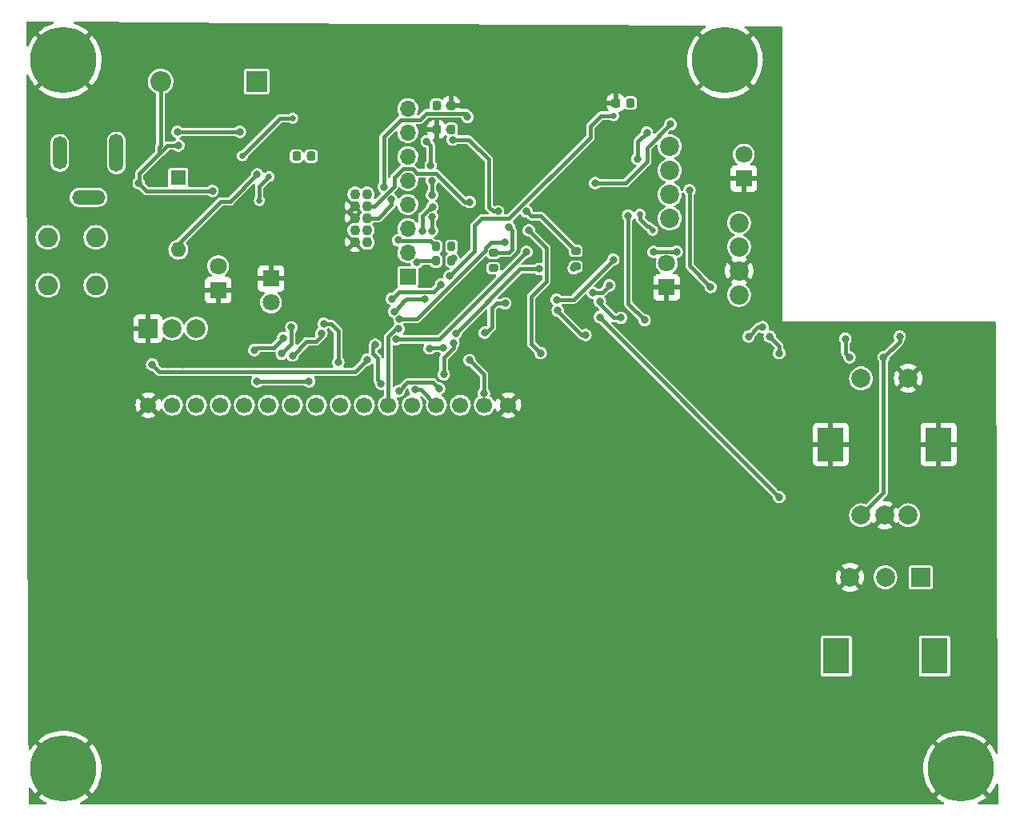
<source format=gbr>
%TF.GenerationSoftware,KiCad,Pcbnew,(6.0.1-0)*%
%TF.CreationDate,2022-04-10T14:57:14-07:00*%
%TF.ProjectId,CocktailMachine,436f636b-7461-4696-9c4d-616368696e65,rev?*%
%TF.SameCoordinates,Original*%
%TF.FileFunction,Copper,L2,Bot*%
%TF.FilePolarity,Positive*%
%FSLAX46Y46*%
G04 Gerber Fmt 4.6, Leading zero omitted, Abs format (unit mm)*
G04 Created by KiCad (PCBNEW (6.0.1-0)) date 2022-04-10 14:57:14*
%MOMM*%
%LPD*%
G01*
G04 APERTURE LIST*
G04 Aperture macros list*
%AMRoundRect*
0 Rectangle with rounded corners*
0 $1 Rounding radius*
0 $2 $3 $4 $5 $6 $7 $8 $9 X,Y pos of 4 corners*
0 Add a 4 corners polygon primitive as box body*
4,1,4,$2,$3,$4,$5,$6,$7,$8,$9,$2,$3,0*
0 Add four circle primitives for the rounded corners*
1,1,$1+$1,$2,$3*
1,1,$1+$1,$4,$5*
1,1,$1+$1,$6,$7*
1,1,$1+$1,$8,$9*
0 Add four rect primitives between the rounded corners*
20,1,$1+$1,$2,$3,$4,$5,0*
20,1,$1+$1,$4,$5,$6,$7,0*
20,1,$1+$1,$6,$7,$8,$9,0*
20,1,$1+$1,$8,$9,$2,$3,0*%
G04 Aperture macros list end*
%TA.AperFunction,ComponentPad*%
%ADD10R,1.800000X1.800000*%
%TD*%
%TA.AperFunction,ComponentPad*%
%ADD11C,1.800000*%
%TD*%
%TA.AperFunction,ComponentPad*%
%ADD12R,2.200000X2.200000*%
%TD*%
%TA.AperFunction,ComponentPad*%
%ADD13O,2.200000X2.200000*%
%TD*%
%TA.AperFunction,ComponentPad*%
%ADD14R,1.600000X1.600000*%
%TD*%
%TA.AperFunction,ComponentPad*%
%ADD15O,1.600000X1.600000*%
%TD*%
%TA.AperFunction,ComponentPad*%
%ADD16R,1.700000X1.700000*%
%TD*%
%TA.AperFunction,ComponentPad*%
%ADD17O,1.700000X1.700000*%
%TD*%
%TA.AperFunction,ComponentPad*%
%ADD18C,2.020000*%
%TD*%
%TA.AperFunction,ComponentPad*%
%ADD19C,1.100000*%
%TD*%
%TA.AperFunction,ComponentPad*%
%ADD20C,2.082800*%
%TD*%
%TA.AperFunction,ComponentPad*%
%ADD21R,2.000000X2.000000*%
%TD*%
%TA.AperFunction,ComponentPad*%
%ADD22C,2.000000*%
%TD*%
%TA.AperFunction,ComponentPad*%
%ADD23R,2.800000X3.800000*%
%TD*%
%TA.AperFunction,ComponentPad*%
%ADD24R,2.800000X3.600000*%
%TD*%
%TA.AperFunction,ComponentPad*%
%ADD25C,1.700000*%
%TD*%
%TA.AperFunction,ComponentPad*%
%ADD26O,1.498600X4.013200*%
%TD*%
%TA.AperFunction,ComponentPad*%
%ADD27O,1.498600X3.505200*%
%TD*%
%TA.AperFunction,ComponentPad*%
%ADD28O,3.505200X1.498600*%
%TD*%
%TA.AperFunction,ComponentPad*%
%ADD29C,7.000000*%
%TD*%
%TA.AperFunction,SMDPad,CuDef*%
%ADD30RoundRect,0.225000X0.225000X0.250000X-0.225000X0.250000X-0.225000X-0.250000X0.225000X-0.250000X0*%
%TD*%
%TA.AperFunction,SMDPad,CuDef*%
%ADD31RoundRect,0.225000X-0.225000X-0.250000X0.225000X-0.250000X0.225000X0.250000X-0.225000X0.250000X0*%
%TD*%
%TA.AperFunction,SMDPad,CuDef*%
%ADD32RoundRect,0.200000X-0.275000X0.200000X-0.275000X-0.200000X0.275000X-0.200000X0.275000X0.200000X0*%
%TD*%
%TA.AperFunction,SMDPad,CuDef*%
%ADD33RoundRect,0.200000X-0.200000X-0.275000X0.200000X-0.275000X0.200000X0.275000X-0.200000X0.275000X0*%
%TD*%
%TA.AperFunction,ViaPad*%
%ADD34C,0.800000*%
%TD*%
%TA.AperFunction,ViaPad*%
%ADD35C,0.660400*%
%TD*%
%TA.AperFunction,Conductor*%
%ADD36C,0.381000*%
%TD*%
G04 APERTURE END LIST*
D10*
%TO.P,D1,1,K*%
%TO.N,GND*%
X127000000Y-72522000D03*
D11*
%TO.P,D1,2,A*%
%TO.N,Net-(D1-Pad2)*%
X127000000Y-69982000D03*
%TD*%
D10*
%TO.P,D2,1,K*%
%TO.N,GND*%
X118839790Y-84047210D03*
D11*
%TO.P,D2,2,A*%
%TO.N,Net-(D2-Pad2)*%
X118839790Y-81507210D03*
%TD*%
D12*
%TO.P,D4,1,K*%
%TO.N,Net-(C16-Pad2)*%
X75438000Y-62230000D03*
D13*
%TO.P,D4,2,A*%
%TO.N,GND1*%
X65278000Y-62230000D03*
%TD*%
D10*
%TO.P,D5,1,K*%
%TO.N,GND*%
X71374000Y-84328000D03*
D11*
%TO.P,D5,2,A*%
%TO.N,Net-(D5-Pad2)*%
X71374000Y-81788000D03*
%TD*%
D10*
%TO.P,D6,1,K*%
%TO.N,GND*%
X76962000Y-83111000D03*
D11*
%TO.P,D6,2,A*%
%TO.N,Net-(D6-Pad2)*%
X76962000Y-85651000D03*
%TD*%
D14*
%TO.P,D7,1,K*%
%TO.N,Net-(C16-Pad1)*%
X67158000Y-72420000D03*
D15*
%TO.P,D7,2,A*%
%TO.N,+5VD*%
X67158000Y-80040000D03*
%TD*%
D16*
%TO.P,J1,1,Pin_1*%
%TO.N,/CTRL1*%
X91440000Y-82875000D03*
D17*
%TO.P,J1,2,Pin_2*%
%TO.N,/CTRL2*%
X91440000Y-80335000D03*
%TO.P,J1,3,Pin_3*%
%TO.N,/CTRL3*%
X91440000Y-77795000D03*
%TO.P,J1,4,Pin_4*%
%TO.N,/CTRL4*%
X91440000Y-75255000D03*
%TO.P,J1,5,Pin_5*%
%TO.N,/CTRL5*%
X91440000Y-72715000D03*
%TO.P,J1,6,Pin_6*%
%TO.N,/CTRL6*%
X91440000Y-70175000D03*
%TO.P,J1,7,Pin_7*%
%TO.N,/CTRL7*%
X91440000Y-67635000D03*
%TO.P,J1,8,Pin_8*%
%TO.N,/CTRL8*%
X91440000Y-65095000D03*
%TD*%
D18*
%TO.P,J2,1*%
%TO.N,+3V3*%
X126492000Y-84831000D03*
%TO.P,J2,2*%
%TO.N,GND*%
X126492000Y-82291000D03*
%TO.P,J2,3*%
%TO.N,/SENSE+*%
X126492000Y-79751000D03*
%TO.P,J2,4*%
%TO.N,/SENSE-*%
X126492000Y-77211000D03*
%TD*%
D19*
%TO.P,J3,1*%
%TO.N,+3V3*%
X85852000Y-74168000D03*
%TO.P,J3,2*%
%TO.N,/TMS*%
X87122000Y-74168000D03*
%TO.P,J3,3*%
%TO.N,GND*%
X85852000Y-75438000D03*
%TO.P,J3,4*%
%TO.N,/TCK*%
X87122000Y-75438000D03*
%TO.P,J3,5*%
%TO.N,GND*%
X85852000Y-76708000D03*
%TO.P,J3,6*%
%TO.N,/TDO*%
X87122000Y-76708000D03*
%TO.P,J3,7*%
%TO.N,unconnected-(J3-Pad7)*%
X85852000Y-77978000D03*
%TO.P,J3,8*%
%TO.N,/TDI*%
X87122000Y-77978000D03*
%TO.P,J3,9*%
%TO.N,GND*%
X85852000Y-79248000D03*
%TO.P,J3,10*%
%TO.N,unconnected-(J3-Pad10)*%
X87122000Y-79248000D03*
%TD*%
D20*
%TO.P,J5,1*%
%TO.N,+12V*%
X58420000Y-78740000D03*
X53340000Y-78740000D03*
%TD*%
%TO.P,J6,1*%
%TO.N,GND1*%
X58420000Y-83820000D03*
X53340000Y-83820000D03*
%TD*%
D21*
%TO.P,POT1,1,CCW*%
%TO.N,+5V*%
X145736000Y-114733000D03*
D22*
%TO.P,POT1,2,S*%
%TO.N,/V0_DISPLAY_CONTRAST*%
X141986000Y-114733000D03*
%TO.P,POT1,3,CW*%
%TO.N,GND*%
X138236000Y-114733000D03*
D23*
%TO.P,POT1,4*%
%TO.N,unconnected-(POT1-Pad4)*%
X136786000Y-123058000D03*
X147186000Y-123058000D03*
%TD*%
D22*
%TO.P,S1,1*%
%TO.N,/PUSHBUTTON_INPUT*%
X139406000Y-93667471D03*
%TO.P,S1,2*%
%TO.N,GND*%
X144406000Y-93667471D03*
D24*
%TO.P,S1,3*%
X136206000Y-100667471D03*
X147606000Y-100667471D03*
D22*
%TO.P,S1,A,CH_A*%
%TO.N,Net-(R10-Pad1)*%
X139406000Y-108167471D03*
%TO.P,S1,B,CH_B*%
%TO.N,Net-(R11-Pad1)*%
X144406000Y-108167471D03*
%TO.P,S1,C,COM*%
%TO.N,GND*%
X141906000Y-108167471D03*
%TD*%
D21*
%TO.P,U5,1,GND*%
%TO.N,GND*%
X63956000Y-88392000D03*
D22*
%TO.P,U5,2,VOUT*%
%TO.N,+3V3*%
X66496000Y-88392000D03*
%TO.P,U5,3,VIN*%
%TO.N,+5V*%
X69036000Y-88392000D03*
%TD*%
D18*
%TO.P,J7,1*%
%TO.N,/TEST_OUTPUT_0*%
X119158000Y-69111000D03*
%TO.P,J7,2*%
%TO.N,/TEST_OUTPUT_1*%
X119158000Y-71651000D03*
%TO.P,J7,3*%
%TO.N,/TEST_OUTPUT_2*%
X119158000Y-74191000D03*
%TO.P,J7,4*%
%TO.N,/TEST_OUTPUT_3*%
X119158000Y-76731000D03*
%TD*%
D25*
%TO.P,LCD1,16,LED-*%
%TO.N,GND*%
X102085000Y-96499471D03*
%TO.P,LCD1,15,LED+*%
%TO.N,+5V*%
X99545000Y-96499471D03*
%TO.P,LCD1,14,DB7*%
%TO.N,/LCD_DB7*%
X97005000Y-96499471D03*
%TO.P,LCD1,13,DB6*%
%TO.N,/LCD_DB6*%
X94465000Y-96499471D03*
%TO.P,LCD1,12,DB5*%
%TO.N,/LCD_DB5*%
X91925000Y-96499471D03*
%TO.P,LCD1,11,DB4*%
%TO.N,/LCD_DB4*%
X89385000Y-96499471D03*
%TO.P,LCD1,10,DB3*%
%TO.N,unconnected-(LCD1-Pad10)*%
X86845000Y-96499471D03*
%TO.P,LCD1,9,DB2*%
%TO.N,unconnected-(LCD1-Pad9)*%
X84305000Y-96499471D03*
%TO.P,LCD1,8,DB1*%
%TO.N,unconnected-(LCD1-Pad8)*%
X81765000Y-96499471D03*
%TO.P,LCD1,7,DB0*%
%TO.N,unconnected-(LCD1-Pad7)*%
X79225000Y-96499471D03*
%TO.P,LCD1,6,En*%
%TO.N,/LCD_EN*%
X76685000Y-96499471D03*
%TO.P,LCD1,5,R/W*%
%TO.N,/LCD_RW*%
X74145000Y-96499471D03*
%TO.P,LCD1,4,RS*%
%TO.N,/LCD_RS*%
X71605000Y-96499471D03*
%TO.P,LCD1,3,V0*%
%TO.N,/V0_DISPLAY_CONTRAST*%
X69065000Y-96499471D03*
%TO.P,LCD1,2,VDD*%
%TO.N,+5V*%
X66525000Y-96499471D03*
%TO.P,LCD1,1,VSS*%
%TO.N,GND*%
X63985000Y-96499471D03*
%TD*%
D26*
%TO.P,J4,1*%
%TO.N,+12V*%
X60600001Y-69800000D03*
D27*
%TO.P,J4,2*%
%TO.N,GND1*%
X54600000Y-69800000D03*
D28*
%TO.P,J4,3*%
X57650001Y-74500001D03*
%TD*%
D29*
%TO.P,,1*%
%TO.N,GND*%
X55000000Y-135000000D03*
%TD*%
%TO.P,,1*%
%TO.N,GND*%
X150000000Y-135000000D03*
%TD*%
%TO.P,REF\u002A\u002A,1*%
%TO.N,GND*%
X125000000Y-60000000D03*
%TD*%
%TO.P,,1*%
%TO.N,GND*%
X55000000Y-60000000D03*
%TD*%
D30*
%TO.P,C1,1*%
%TO.N,+3V3*%
X115000000Y-64500000D03*
%TO.P,C1,2*%
%TO.N,GND*%
X113450000Y-64500000D03*
%TD*%
%TO.P,C3,1*%
%TO.N,+3V3*%
X96025000Y-67310000D03*
%TO.P,C3,2*%
%TO.N,GND*%
X94475000Y-67310000D03*
%TD*%
D31*
%TO.P,C17,1*%
%TO.N,Net-(C17-Pad1)*%
X79658000Y-70135000D03*
%TO.P,C17,2*%
%TO.N,GND1*%
X81208000Y-70135000D03*
%TD*%
D32*
%TO.P,R6,1*%
%TO.N,/TCK*%
X100500000Y-80350000D03*
%TO.P,R6,2*%
%TO.N,Net-(R6-Pad2)*%
X100500000Y-82000000D03*
%TD*%
D33*
%TO.P,R5,1*%
%TO.N,/TDI*%
X94425000Y-81226000D03*
%TO.P,R5,2*%
%TO.N,Net-(R5-Pad2)*%
X96075000Y-81226000D03*
%TD*%
D32*
%TO.P,R8,1*%
%TO.N,/TDO*%
X109220000Y-80175000D03*
%TO.P,R8,2*%
%TO.N,Net-(R8-Pad2)*%
X109220000Y-81825000D03*
%TD*%
D33*
%TO.P,R7,1*%
%TO.N,/TMS*%
X94425000Y-79702000D03*
%TO.P,R7,2*%
%TO.N,Net-(R7-Pad2)*%
X96075000Y-79702000D03*
%TD*%
D31*
%TO.P,C2,1*%
%TO.N,+3V3*%
X94475000Y-64770000D03*
%TO.P,C2,2*%
%TO.N,GND*%
X96025000Y-64770000D03*
%TD*%
D34*
%TO.N,GND*%
X86868000Y-84836000D03*
X67564000Y-92202000D03*
X85598000Y-91694000D03*
X102870000Y-99568000D03*
X99060000Y-82042000D03*
X72136000Y-75692000D03*
X107696000Y-92710000D03*
X99500000Y-91750000D03*
X66040000Y-92202000D03*
X95885000Y-64770000D03*
X136652000Y-91440000D03*
X72644000Y-73660000D03*
X103886000Y-72136000D03*
X64262000Y-99060000D03*
X77216000Y-78232000D03*
X109250000Y-87250000D03*
X105918000Y-92710000D03*
X143764000Y-91440000D03*
X93472000Y-91694000D03*
X82550000Y-91694000D03*
X97790000Y-84836000D03*
X113250000Y-64500000D03*
%TO.N,+3V3*%
X115000000Y-64500000D03*
X87122000Y-91694000D03*
X95885000Y-67310000D03*
X94615000Y-64770000D03*
X64376000Y-92202000D03*
%TO.N,/ENCODER_A*%
X116500000Y-87500000D03*
X137750000Y-89483020D03*
X138189000Y-91440000D03*
X129000000Y-88250000D03*
X127500000Y-89250000D03*
X114765680Y-76431263D03*
%TO.N,/ENCODER_B*%
X111760000Y-85535000D03*
X114000000Y-87250000D03*
%TO.N,+5V*%
X99500000Y-95250000D03*
X95197313Y-90417630D03*
X97975000Y-91750000D03*
X93750000Y-90500000D03*
D35*
%TO.N,GND1*%
X73943000Y-70084150D03*
D34*
X67158000Y-69017500D03*
D35*
X81068000Y-70135000D03*
X79242150Y-66125000D03*
D34*
X70770500Y-73830000D03*
X62958000Y-73005000D03*
%TO.N,+12V*%
X73660000Y-67564000D03*
X67056000Y-67564000D03*
D35*
%TO.N,Net-(C16-Pad2)*%
X76750000Y-72294000D03*
X75734000Y-74834000D03*
%TO.N,Net-(C17-Pad1)*%
X79798000Y-70135000D03*
D34*
%TO.N,+5VD*%
X75493000Y-72081000D03*
D35*
%TO.N,/CTRL1*%
X113205000Y-65859000D03*
D34*
X95838973Y-82838973D03*
%TO.N,/CTRL2*%
X93000000Y-78049180D03*
X94052687Y-75506450D03*
%TO.N,/CTRL4*%
X94000000Y-76528820D03*
X94000000Y-78049180D03*
%TO.N,/CTRL6*%
X94000000Y-72718820D03*
X94000000Y-74239180D03*
%TO.N,/CTRL8*%
X93440029Y-68559971D03*
X93858711Y-71128769D03*
%TO.N,/SENSE-*%
X112776000Y-83820000D03*
X117434356Y-80276154D03*
X119888000Y-80264000D03*
X110998000Y-84582000D03*
%TO.N,/TMS*%
X90407359Y-79048225D03*
%TO.N,/TCK*%
X102126502Y-77626502D03*
X98000000Y-75000000D03*
%TO.N,/TDO*%
X88881380Y-73381380D03*
X104000000Y-76000000D03*
X89706437Y-74706437D03*
X97765682Y-66000000D03*
%TO.N,/TDI*%
X92380511Y-81398456D03*
D35*
%TO.N,/TEST_OUTPUT_3*%
X115999000Y-76273000D03*
X117348000Y-77978000D03*
D34*
%TO.N,/LCD_RS*%
X78232000Y-89408000D03*
X75184000Y-90678000D03*
%TO.N,/LCD_RW*%
X82296000Y-88900000D03*
X79250000Y-91250000D03*
%TO.N,/LCD_EN*%
X84074000Y-91948000D03*
X82550000Y-87884000D03*
%TO.N,/LCD_DB4*%
X90472128Y-88440128D03*
%TO.N,/LCD_DB5*%
X96266000Y-89916000D03*
X95250000Y-93250000D03*
%TO.N,/LCD_DB6*%
X92202000Y-94862608D03*
X88000000Y-90098880D03*
X88624820Y-94239820D03*
%TO.N,/LCD_DB7*%
X81000000Y-94000000D03*
X94749764Y-94749765D03*
X79121000Y-88265000D03*
X78105000Y-91059000D03*
X75500000Y-94000000D03*
X90500000Y-95000000D03*
%TO.N,/TEST_LED_0*%
X111250000Y-73000000D03*
X119250000Y-66750000D03*
%TO.N,Net-(R5-Pad2)*%
X96250000Y-81000000D03*
%TO.N,Net-(R6-Pad2)*%
X100500000Y-82000000D03*
%TO.N,Net-(R8-Pad2)*%
X109000000Y-82000000D03*
%TO.N,Net-(R10-Pad1)*%
X141795000Y-91440000D03*
X143500000Y-89250000D03*
%TO.N,Net-(R11-Pad1)*%
X111760000Y-87185000D03*
X130750000Y-106250000D03*
%TO.N,/LOAD_CELL_ADC1_CH0*%
X96196000Y-68399000D03*
X105500000Y-91000000D03*
X104250000Y-78000000D03*
X101000000Y-76000000D03*
%TO.N,Net-(R17-Pad2)*%
X107315000Y-86487000D03*
X110236000Y-89091000D03*
%TO.N,/PUSHBUTTON_INPUT*%
X129750000Y-89250000D03*
X121250000Y-73750000D03*
X130750000Y-91003380D03*
X116750000Y-67638820D03*
X115750000Y-70429180D03*
X123500000Y-84000000D03*
%TO.N,/MCU_EN*%
X93250000Y-85260180D03*
X89981916Y-86590871D03*
%TO.N,/MCU_DB7*%
X89750000Y-85250000D03*
X94963973Y-83713973D03*
%TO.N,/MCU_DB5*%
X99568000Y-88834680D03*
X101760681Y-85736752D03*
%TO.N,/MCU_DB6*%
X96520000Y-88900000D03*
X105331000Y-82099000D03*
%TO.N,/MCU_RS*%
X104013000Y-80264000D03*
X90170000Y-89535000D03*
%TO.N,/MCU_RW*%
X90551000Y-87376000D03*
X101727000Y-79248000D03*
%TO.N,/MCU_DB4*%
X113196000Y-81099000D03*
X107188000Y-85344000D03*
%TD*%
D36*
%TO.N,+3V3*%
X87122000Y-91694000D02*
X85853809Y-92962191D01*
X65136191Y-92962191D02*
X64376000Y-92202000D01*
X85853809Y-92962191D02*
X65136191Y-92962191D01*
%TO.N,/ENCODER_A*%
X127500000Y-89250000D02*
X128500000Y-88250000D01*
X137750000Y-89483020D02*
X137750000Y-91001000D01*
X114765680Y-85765680D02*
X116500000Y-87500000D01*
X114765680Y-76431263D02*
X114765680Y-85765680D01*
X128500000Y-88250000D02*
X129000000Y-88250000D01*
X137750000Y-91001000D02*
X138189000Y-91440000D01*
%TO.N,/ENCODER_B*%
X111760000Y-85535000D02*
X111760000Y-85760000D01*
X111760000Y-85760000D02*
X113250000Y-87250000D01*
X113250000Y-87250000D02*
X114000000Y-87250000D01*
%TO.N,+5V*%
X93832370Y-90417630D02*
X93750000Y-90500000D01*
X95197313Y-90417630D02*
X93832370Y-90417630D01*
X99500000Y-93275000D02*
X97975000Y-91750000D01*
X99500000Y-95250000D02*
X99500000Y-93275000D01*
%TO.N,GND1*%
X73943000Y-70084150D02*
X77902150Y-66125000D01*
X65125000Y-69875000D02*
X65625000Y-69375000D01*
X65125000Y-69181000D02*
X65125000Y-69875000D01*
X65278000Y-69028000D02*
X65278000Y-62230000D01*
X77902150Y-66125000D02*
X79242150Y-66125000D01*
X65982500Y-69017500D02*
X67158000Y-69017500D01*
X65625000Y-69375000D02*
X65982500Y-69017500D01*
X65278000Y-69028000D02*
X65125000Y-69181000D01*
X62958000Y-73005000D02*
X63000000Y-72963000D01*
X63000000Y-72000000D02*
X65125000Y-69875000D01*
X70770500Y-73830000D02*
X63783000Y-73830000D01*
X63000000Y-72963000D02*
X63000000Y-72000000D01*
X63783000Y-73830000D02*
X62958000Y-73005000D01*
%TO.N,+12V*%
X73660000Y-67564000D02*
X67056000Y-67564000D01*
%TO.N,Net-(C16-Pad2)*%
X75734000Y-74834000D02*
X75734000Y-73310000D01*
X75734000Y-73310000D02*
X76750000Y-72294000D01*
%TO.N,+5VD*%
X71626191Y-74931809D02*
X67158000Y-79400000D01*
X75493000Y-72081000D02*
X72642191Y-74931809D01*
X67158000Y-79400000D02*
X67158000Y-80040000D01*
X72642191Y-74931809D02*
X71626191Y-74931809D01*
%TO.N,/CTRL1*%
X110750000Y-67000000D02*
X111891000Y-65859000D01*
X98500000Y-77500000D02*
X99239809Y-76760191D01*
X95838973Y-82838973D02*
X98500000Y-80177946D01*
X102164735Y-76760191D02*
X110750000Y-68174926D01*
X98500000Y-80177946D02*
X98500000Y-77500000D01*
X99239809Y-76760191D02*
X102164735Y-76760191D01*
X110750000Y-68174926D02*
X110750000Y-67000000D01*
X111891000Y-65859000D02*
X113205000Y-65859000D01*
%TO.N,/CTRL2*%
X93000000Y-78049180D02*
X93000000Y-76453746D01*
X93000000Y-76453746D02*
X93685117Y-75768629D01*
X93685117Y-75768629D02*
X93790508Y-75768629D01*
X93790508Y-75768629D02*
X94052687Y-75506450D01*
%TO.N,/CTRL4*%
X94000000Y-76528820D02*
X94000000Y-78049180D01*
%TO.N,/CTRL6*%
X94000000Y-74000000D02*
X94000000Y-74239180D01*
X94000000Y-72718820D02*
X94000000Y-74000000D01*
%TO.N,/CTRL8*%
X93858711Y-71128769D02*
X93858711Y-68978653D01*
X93858711Y-68978653D02*
X93440029Y-68559971D01*
%TO.N,/SENSE-*%
X117434356Y-80276154D02*
X117463491Y-80247019D01*
X117463491Y-80247019D02*
X119871019Y-80247019D01*
X119871019Y-80247019D02*
X119888000Y-80264000D01*
X112014000Y-84582000D02*
X112776000Y-83820000D01*
X110998000Y-84582000D02*
X112014000Y-84582000D01*
%TO.N,/TMS*%
X94425000Y-79702000D02*
X93847809Y-79124809D01*
X93847809Y-79124809D02*
X90483943Y-79124809D01*
X90483943Y-79124809D02*
X90407359Y-79048225D01*
%TO.N,/TCK*%
X102150000Y-80350000D02*
X102500000Y-80000000D01*
X100500000Y-80350000D02*
X102150000Y-80350000D01*
X94452268Y-71958629D02*
X92395099Y-71958629D01*
X92395099Y-71958629D02*
X91936470Y-71500000D01*
X102500000Y-78000000D02*
X102126502Y-77626502D01*
X90000000Y-73337817D02*
X90000000Y-72443530D01*
X98000000Y-75000000D02*
X97493639Y-75000000D01*
X97493639Y-75000000D02*
X94452268Y-71958629D01*
X87899817Y-75438000D02*
X87122000Y-75438000D01*
X90943530Y-71500000D02*
X91936470Y-71500000D01*
X90000000Y-73337817D02*
X87899817Y-75438000D01*
X90000000Y-72443530D02*
X90943530Y-71500000D01*
X102500000Y-80000000D02*
X102500000Y-78000000D01*
%TO.N,/TDO*%
X89706437Y-75293563D02*
X88292000Y-76708000D01*
X97765682Y-66000000D02*
X97765682Y-65765682D01*
X92694809Y-66305191D02*
X90694809Y-66305191D01*
X105545000Y-76500000D02*
X104500000Y-76500000D01*
X89706437Y-74706437D02*
X89706437Y-75293563D01*
X88881380Y-68118620D02*
X88881380Y-73381380D01*
X97605200Y-65605200D02*
X93394800Y-65605200D01*
X109220000Y-80175000D02*
X105545000Y-76500000D01*
X104500000Y-76500000D02*
X104000000Y-76000000D01*
X90694809Y-66305191D02*
X88881380Y-68118620D01*
X88292000Y-76708000D02*
X87122000Y-76708000D01*
X93394800Y-65605200D02*
X92694809Y-66305191D01*
X97765682Y-65765682D02*
X97605200Y-65605200D01*
%TO.N,/TDI*%
X94425000Y-81226000D02*
X92552967Y-81226000D01*
X92552967Y-81226000D02*
X92380511Y-81398456D01*
%TO.N,/TEST_OUTPUT_3*%
X116761000Y-77543000D02*
X116913000Y-77543000D01*
X115999000Y-76781000D02*
X116761000Y-77543000D01*
X115999000Y-76273000D02*
X115999000Y-76781000D01*
X116913000Y-77543000D02*
X117348000Y-77978000D01*
%TO.N,/LCD_RS*%
X75184000Y-90678000D02*
X75438000Y-90424000D01*
X75438000Y-90424000D02*
X77216000Y-90424000D01*
X77216000Y-90424000D02*
X78232000Y-89408000D01*
%TO.N,/LCD_RW*%
X80750000Y-89750000D02*
X81750000Y-89750000D01*
X82296000Y-89204000D02*
X82296000Y-88900000D01*
X81750000Y-89750000D02*
X82296000Y-89204000D01*
X79250000Y-91250000D02*
X80750000Y-89750000D01*
%TO.N,/LCD_EN*%
X84074000Y-88646000D02*
X83312000Y-87884000D01*
X83312000Y-87884000D02*
X82550000Y-87884000D01*
X84074000Y-91948000D02*
X84074000Y-88646000D01*
%TO.N,/LCD_DB4*%
X89385000Y-96499471D02*
X89385000Y-89244926D01*
X90189798Y-88440128D02*
X90472128Y-88440128D01*
X89385000Y-89244926D02*
X90189798Y-88440128D01*
%TO.N,/LCD_DB5*%
X95250000Y-93250000D02*
X95250000Y-91440000D01*
X96266000Y-90424000D02*
X95250000Y-91440000D01*
X96266000Y-89916000D02*
X96266000Y-90424000D01*
%TO.N,/LCD_DB6*%
X92828137Y-94862608D02*
X92202000Y-94862608D01*
X87750000Y-90348880D02*
X88000000Y-90098880D01*
X87750000Y-90423620D02*
X87750000Y-90348880D01*
X92828137Y-94862608D02*
X94465000Y-96499471D01*
X88624820Y-94239820D02*
X88250000Y-93865000D01*
X88250000Y-93865000D02*
X88250000Y-91500000D01*
X88250000Y-91500000D02*
X87750000Y-91000000D01*
X87750000Y-91000000D02*
X87750000Y-90423620D01*
%TO.N,/LCD_DB7*%
X94749764Y-94749765D02*
X94102416Y-94102417D01*
X75500000Y-94000000D02*
X81000000Y-94000000D01*
X91397583Y-94102417D02*
X90500000Y-95000000D01*
X79121000Y-90043000D02*
X78105000Y-91059000D01*
X79121000Y-88265000D02*
X79121000Y-90043000D01*
X94102416Y-94102417D02*
X91397583Y-94102417D01*
%TO.N,/TEST_LED_0*%
X116750000Y-70500000D02*
X116750000Y-69250000D01*
X116750000Y-69250000D02*
X119250000Y-66750000D01*
X114500000Y-73000000D02*
X116750000Y-70750000D01*
X111250000Y-73000000D02*
X114500000Y-73000000D01*
X116750000Y-70750000D02*
X116750000Y-70500000D01*
%TO.N,Net-(R10-Pad1)*%
X143500000Y-89735000D02*
X141795000Y-91440000D01*
X139406000Y-108167471D02*
X141795000Y-105778471D01*
X143500000Y-89250000D02*
X143500000Y-89735000D01*
X141795000Y-105778471D02*
X141795000Y-91440000D01*
%TO.N,Net-(R11-Pad1)*%
X130750000Y-106250000D02*
X111760000Y-87260000D01*
X111760000Y-87260000D02*
X111760000Y-87185000D01*
%TO.N,/LOAD_CELL_ADC1_CH0*%
X104500000Y-85000000D02*
X104500000Y-90000000D01*
X100000000Y-75500000D02*
X100500000Y-76000000D01*
X104500000Y-90000000D02*
X105500000Y-91000000D01*
X97899000Y-68399000D02*
X100000000Y-70500000D01*
X104250000Y-78000000D02*
X106091191Y-79841191D01*
X100000000Y-70500000D02*
X100000000Y-75500000D01*
X100500000Y-76000000D02*
X101000000Y-76000000D01*
X106091191Y-79841191D02*
X106091191Y-83408809D01*
X106091191Y-83408809D02*
X104500000Y-85000000D01*
X96196000Y-68399000D02*
X97899000Y-68399000D01*
%TO.N,Net-(R17-Pad2)*%
X107315000Y-86546074D02*
X109859926Y-89091000D01*
X107315000Y-86487000D02*
X107315000Y-86546074D01*
X109859926Y-89091000D02*
X110236000Y-89091000D01*
%TO.N,/PUSHBUTTON_INPUT*%
X115750000Y-70429180D02*
X115750000Y-68638820D01*
X121250000Y-81750000D02*
X121250000Y-73750000D01*
X130750000Y-91003380D02*
X130750000Y-90500000D01*
X115750000Y-68638820D02*
X116750000Y-67638820D01*
X123500000Y-84000000D02*
X121250000Y-81750000D01*
X130750000Y-90250000D02*
X129750000Y-89250000D01*
X130750000Y-90500000D02*
X130750000Y-90250000D01*
%TO.N,/MCU_EN*%
X90877191Y-85652809D02*
X91269820Y-85260180D01*
X90877191Y-85695596D02*
X90877191Y-85652809D01*
X91269820Y-85260180D02*
X93250000Y-85260180D01*
X89981916Y-86590871D02*
X90877191Y-85695596D01*
%TO.N,/MCU_DB7*%
X94177946Y-84500000D02*
X94963973Y-83713973D01*
X89750000Y-85250000D02*
X90500000Y-84500000D01*
X90500000Y-84500000D02*
X94177946Y-84500000D01*
%TO.N,/MCU_DB5*%
X99760320Y-88834680D02*
X100330000Y-88265000D01*
X100826248Y-85736752D02*
X101760681Y-85736752D01*
X99568000Y-88834680D02*
X99760320Y-88834680D01*
X100330000Y-86233000D02*
X100826248Y-85736752D01*
X100330000Y-88265000D02*
X100330000Y-86233000D01*
%TO.N,/MCU_DB6*%
X96520000Y-88900000D02*
X103321000Y-82099000D01*
X103321000Y-82099000D02*
X105331000Y-82099000D01*
%TO.N,/MCU_RS*%
X94742000Y-89535000D02*
X90170000Y-89535000D01*
X104013000Y-80264000D02*
X94742000Y-89535000D01*
%TO.N,/MCU_RW*%
X92377004Y-87376000D02*
X99664800Y-80088204D01*
X100252000Y-79248000D02*
X101727000Y-79248000D01*
X99664800Y-80088204D02*
X99664800Y-79835200D01*
X90551000Y-87376000D02*
X92377004Y-87376000D01*
X99664800Y-79835200D02*
X100252000Y-79248000D01*
%TO.N,/MCU_DB4*%
X107188000Y-85344000D02*
X108951000Y-85344000D01*
X108951000Y-85344000D02*
X113196000Y-81099000D01*
%TD*%
%TA.AperFunction,Conductor*%
%TO.N,GND*%
G36*
X153612745Y-87650002D02*
G01*
X153659238Y-87703658D01*
X153670622Y-87755375D01*
X153778065Y-109399581D01*
X153894137Y-132781983D01*
X153896724Y-133303219D01*
X153877061Y-133371438D01*
X153823637Y-133418196D01*
X153753414Y-133428649D01*
X153688687Y-133399477D01*
X153656718Y-133357492D01*
X153544434Y-133118877D01*
X153541545Y-133113443D01*
X153343955Y-132781983D01*
X153340547Y-132776853D01*
X153111547Y-132466244D01*
X153107667Y-132461487D01*
X153020318Y-132364475D01*
X153006797Y-132356145D01*
X153006720Y-132356146D01*
X152997434Y-132361776D01*
X150372022Y-134987188D01*
X150364408Y-135001132D01*
X150364539Y-135002965D01*
X150368790Y-135009580D01*
X152997364Y-137638154D01*
X153011308Y-137645768D01*
X153012323Y-137645696D01*
X153020054Y-137640593D01*
X153035567Y-137624302D01*
X153039595Y-137619637D01*
X153277168Y-137315558D01*
X153280722Y-137310518D01*
X153487486Y-136984712D01*
X153490529Y-136979356D01*
X153664520Y-136634910D01*
X153667014Y-136629310D01*
X153669948Y-136621745D01*
X153713230Y-136565467D01*
X153780067Y-136541523D01*
X153849239Y-136557514D01*
X153898785Y-136608365D01*
X153913420Y-136666683D01*
X153923371Y-138671375D01*
X153903708Y-138739594D01*
X153850284Y-138786352D01*
X153797373Y-138798000D01*
X151905605Y-138798000D01*
X151837484Y-138777998D01*
X151790991Y-138724342D01*
X151780887Y-138654068D01*
X151810381Y-138589488D01*
X151843368Y-138562444D01*
X152147516Y-138389664D01*
X152152690Y-138386380D01*
X152468034Y-138163929D01*
X152472872Y-138160149D01*
X152635240Y-138019998D01*
X152643655Y-138006958D01*
X152637716Y-137996926D01*
X150012812Y-135372022D01*
X149998868Y-135364408D01*
X149997035Y-135364539D01*
X149990420Y-135368790D01*
X147362547Y-137996663D01*
X147354933Y-138010607D01*
X147354988Y-138011386D01*
X147360342Y-138019436D01*
X147396960Y-138053821D01*
X147401638Y-138057803D01*
X147707386Y-138293260D01*
X147712429Y-138296765D01*
X148039694Y-138501262D01*
X148045051Y-138504257D01*
X148155612Y-138559140D01*
X148207735Y-138607346D01*
X148225522Y-138676078D01*
X148203326Y-138743516D01*
X148148193Y-138788248D01*
X148099588Y-138798000D01*
X130556000Y-138798000D01*
X130556000Y-134947061D01*
X145987665Y-134947061D01*
X146001132Y-135332706D01*
X146001647Y-135338838D01*
X146052685Y-135721347D01*
X146053792Y-135727383D01*
X146141913Y-136103090D01*
X146143608Y-136109000D01*
X146267968Y-136474306D01*
X146270235Y-136480031D01*
X146429643Y-136831444D01*
X146432465Y-136836934D01*
X146625407Y-137171119D01*
X146628737Y-137176287D01*
X146853375Y-137490059D01*
X146857197Y-137494881D01*
X146980033Y-137635195D01*
X146993247Y-137643593D01*
X147003043Y-137637747D01*
X149627978Y-135012812D01*
X149635592Y-134998868D01*
X149635461Y-134997035D01*
X149631210Y-134990420D01*
X147003902Y-132363112D01*
X146989958Y-132355498D01*
X146989412Y-132355537D01*
X146981055Y-132361136D01*
X146928077Y-132418347D01*
X146924132Y-132423049D01*
X146690821Y-132730426D01*
X146687343Y-132735504D01*
X146485141Y-133064179D01*
X146482176Y-133069572D01*
X146313014Y-133416406D01*
X146310588Y-133422064D01*
X146176076Y-133783758D01*
X146174218Y-133789615D01*
X146075640Y-134162718D01*
X146074365Y-134168718D01*
X146012667Y-134549648D01*
X146011980Y-134555776D01*
X145987751Y-134940886D01*
X145987665Y-134947061D01*
X130556000Y-134947061D01*
X130556000Y-131993314D01*
X147356334Y-131993314D01*
X147362084Y-132002874D01*
X149987188Y-134627978D01*
X150001132Y-134635592D01*
X150002965Y-134635461D01*
X150009580Y-134631210D01*
X152636463Y-132004327D01*
X152644077Y-131990383D01*
X152644055Y-131990072D01*
X152638204Y-131981406D01*
X152560143Y-131910127D01*
X152555416Y-131906217D01*
X152246419Y-131675059D01*
X152241313Y-131671614D01*
X151911235Y-131471711D01*
X151905822Y-131468784D01*
X151557808Y-131302044D01*
X151552141Y-131299662D01*
X151189526Y-131167682D01*
X151183638Y-131165860D01*
X150809876Y-131069893D01*
X150803854Y-131068657D01*
X150422485Y-131009618D01*
X150416397Y-131008978D01*
X150031085Y-130987436D01*
X150024933Y-130987393D01*
X149639387Y-131003552D01*
X149633261Y-131004109D01*
X149251123Y-131057815D01*
X149245070Y-131058970D01*
X148870000Y-131149709D01*
X148864103Y-131151445D01*
X148499681Y-131278350D01*
X148493968Y-131280658D01*
X148143667Y-131442519D01*
X148138213Y-131445371D01*
X147805376Y-131640646D01*
X147800228Y-131644015D01*
X147488025Y-131870843D01*
X147483247Y-131874684D01*
X147364711Y-131979926D01*
X147356334Y-131993314D01*
X130556000Y-131993314D01*
X130556000Y-121132933D01*
X135131500Y-121132933D01*
X135131501Y-124983066D01*
X135146266Y-125057301D01*
X135202516Y-125141484D01*
X135286699Y-125197734D01*
X135360933Y-125212500D01*
X136785769Y-125212500D01*
X138211066Y-125212499D01*
X138246818Y-125205388D01*
X138273126Y-125200156D01*
X138273128Y-125200155D01*
X138285301Y-125197734D01*
X138295621Y-125190839D01*
X138295622Y-125190838D01*
X138359168Y-125148377D01*
X138369484Y-125141484D01*
X138425734Y-125057301D01*
X138440500Y-124983067D01*
X138440499Y-121132934D01*
X138440499Y-121132933D01*
X145531500Y-121132933D01*
X145531501Y-124983066D01*
X145546266Y-125057301D01*
X145602516Y-125141484D01*
X145686699Y-125197734D01*
X145760933Y-125212500D01*
X147185769Y-125212500D01*
X148611066Y-125212499D01*
X148646818Y-125205388D01*
X148673126Y-125200156D01*
X148673128Y-125200155D01*
X148685301Y-125197734D01*
X148695621Y-125190839D01*
X148695622Y-125190838D01*
X148759168Y-125148377D01*
X148769484Y-125141484D01*
X148825734Y-125057301D01*
X148840500Y-124983067D01*
X148840499Y-121132934D01*
X148825734Y-121058699D01*
X148769484Y-120974516D01*
X148685301Y-120918266D01*
X148611067Y-120903500D01*
X147186231Y-120903500D01*
X145760934Y-120903501D01*
X145725182Y-120910612D01*
X145698874Y-120915844D01*
X145698872Y-120915845D01*
X145686699Y-120918266D01*
X145676379Y-120925161D01*
X145676378Y-120925162D01*
X145615985Y-120965516D01*
X145602516Y-120974516D01*
X145546266Y-121058699D01*
X145531500Y-121132933D01*
X138440499Y-121132933D01*
X138425734Y-121058699D01*
X138369484Y-120974516D01*
X138285301Y-120918266D01*
X138211067Y-120903500D01*
X136786231Y-120903500D01*
X135360934Y-120903501D01*
X135325182Y-120910612D01*
X135298874Y-120915844D01*
X135298872Y-120915845D01*
X135286699Y-120918266D01*
X135276379Y-120925161D01*
X135276378Y-120925162D01*
X135215985Y-120965516D01*
X135202516Y-120974516D01*
X135146266Y-121058699D01*
X135131500Y-121132933D01*
X130556000Y-121132933D01*
X130556000Y-115965670D01*
X137368160Y-115965670D01*
X137373887Y-115973320D01*
X137545042Y-116078205D01*
X137553837Y-116082687D01*
X137763988Y-116169734D01*
X137773373Y-116172783D01*
X137994554Y-116225885D01*
X138004301Y-116227428D01*
X138231070Y-116245275D01*
X138240930Y-116245275D01*
X138467699Y-116227428D01*
X138477446Y-116225885D01*
X138698627Y-116172783D01*
X138708012Y-116169734D01*
X138918163Y-116082687D01*
X138926958Y-116078205D01*
X139094445Y-115975568D01*
X139103907Y-115965110D01*
X139100124Y-115956334D01*
X138248812Y-115105022D01*
X138234868Y-115097408D01*
X138233035Y-115097539D01*
X138226420Y-115101790D01*
X137374920Y-115953290D01*
X137368160Y-115965670D01*
X130556000Y-115965670D01*
X130556000Y-114737930D01*
X136723725Y-114737930D01*
X136741572Y-114964699D01*
X136743115Y-114974446D01*
X136796217Y-115195627D01*
X136799266Y-115205012D01*
X136886313Y-115415163D01*
X136890795Y-115423958D01*
X136993432Y-115591445D01*
X137003890Y-115600907D01*
X137012666Y-115597124D01*
X137863978Y-114745812D01*
X137870356Y-114734132D01*
X138600408Y-114734132D01*
X138600539Y-114735965D01*
X138604790Y-114742580D01*
X139456290Y-115594080D01*
X139468670Y-115600840D01*
X139476320Y-115595113D01*
X139581205Y-115423958D01*
X139585687Y-115415163D01*
X139672734Y-115205012D01*
X139675783Y-115195627D01*
X139728885Y-114974446D01*
X139730428Y-114964699D01*
X139748275Y-114737930D01*
X139748275Y-114733000D01*
X140726708Y-114733000D01*
X140745839Y-114951674D01*
X140802653Y-115163703D01*
X140821916Y-115205012D01*
X140893095Y-115357659D01*
X140893098Y-115357664D01*
X140895421Y-115362646D01*
X141021326Y-115542457D01*
X141176543Y-115697674D01*
X141181051Y-115700831D01*
X141181054Y-115700833D01*
X141351425Y-115820128D01*
X141356354Y-115823579D01*
X141361336Y-115825902D01*
X141361341Y-115825905D01*
X141462116Y-115872896D01*
X141555297Y-115916347D01*
X141767326Y-115973161D01*
X141986000Y-115992292D01*
X142204674Y-115973161D01*
X142416703Y-115916347D01*
X142509884Y-115872896D01*
X142610659Y-115825905D01*
X142610664Y-115825902D01*
X142615646Y-115823579D01*
X142620575Y-115820128D01*
X142790946Y-115700833D01*
X142790949Y-115700831D01*
X142795457Y-115697674D01*
X142950674Y-115542457D01*
X143076579Y-115362646D01*
X143078902Y-115357664D01*
X143078905Y-115357659D01*
X143150084Y-115205012D01*
X143169347Y-115163703D01*
X143226161Y-114951674D01*
X143245292Y-114733000D01*
X143226161Y-114514326D01*
X143169347Y-114302297D01*
X143125896Y-114209116D01*
X143078905Y-114108341D01*
X143078902Y-114108336D01*
X143076579Y-114103354D01*
X142950674Y-113923543D01*
X142795457Y-113768326D01*
X142790949Y-113765169D01*
X142790946Y-113765167D01*
X142709207Y-113707933D01*
X144481500Y-113707933D01*
X144481501Y-115758066D01*
X144496266Y-115832301D01*
X144552516Y-115916484D01*
X144636699Y-115972734D01*
X144710933Y-115987500D01*
X145735834Y-115987500D01*
X146761066Y-115987499D01*
X146796818Y-115980388D01*
X146823126Y-115975156D01*
X146823128Y-115975155D01*
X146835301Y-115972734D01*
X146845621Y-115965839D01*
X146845622Y-115965838D01*
X146909168Y-115923377D01*
X146919484Y-115916484D01*
X146975734Y-115832301D01*
X146990500Y-115758067D01*
X146990499Y-113707934D01*
X146975734Y-113633699D01*
X146919484Y-113549516D01*
X146835301Y-113493266D01*
X146761067Y-113478500D01*
X145736166Y-113478500D01*
X144710934Y-113478501D01*
X144675182Y-113485612D01*
X144648874Y-113490844D01*
X144648872Y-113490845D01*
X144636699Y-113493266D01*
X144626379Y-113500161D01*
X144626378Y-113500162D01*
X144612155Y-113509666D01*
X144552516Y-113549516D01*
X144496266Y-113633699D01*
X144481500Y-113707933D01*
X142709207Y-113707933D01*
X142620155Y-113645578D01*
X142620153Y-113645577D01*
X142615646Y-113642421D01*
X142610664Y-113640098D01*
X142610659Y-113640095D01*
X142509884Y-113593104D01*
X142416703Y-113549653D01*
X142204674Y-113492839D01*
X141986000Y-113473708D01*
X141767326Y-113492839D01*
X141555297Y-113549653D01*
X141462116Y-113593104D01*
X141361341Y-113640095D01*
X141361336Y-113640098D01*
X141356354Y-113642421D01*
X141351847Y-113645577D01*
X141351845Y-113645578D01*
X141181054Y-113765167D01*
X141181051Y-113765169D01*
X141176543Y-113768326D01*
X141021326Y-113923543D01*
X140895421Y-114103354D01*
X140893098Y-114108336D01*
X140893095Y-114108341D01*
X140846104Y-114209116D01*
X140802653Y-114302297D01*
X140745839Y-114514326D01*
X140726708Y-114733000D01*
X139748275Y-114733000D01*
X139748275Y-114728070D01*
X139730428Y-114501301D01*
X139728885Y-114491554D01*
X139675783Y-114270373D01*
X139672734Y-114260988D01*
X139585687Y-114050837D01*
X139581205Y-114042042D01*
X139478568Y-113874555D01*
X139468110Y-113865093D01*
X139459334Y-113868876D01*
X138608022Y-114720188D01*
X138600408Y-114734132D01*
X137870356Y-114734132D01*
X137871592Y-114731868D01*
X137871461Y-114730035D01*
X137867210Y-114723420D01*
X137015710Y-113871920D01*
X137003330Y-113865160D01*
X136995680Y-113870887D01*
X136890795Y-114042042D01*
X136886313Y-114050837D01*
X136799266Y-114260988D01*
X136796217Y-114270373D01*
X136743115Y-114491554D01*
X136741572Y-114501301D01*
X136723725Y-114728070D01*
X136723725Y-114737930D01*
X130556000Y-114737930D01*
X130556000Y-113500890D01*
X137368093Y-113500890D01*
X137371876Y-113509666D01*
X138223188Y-114360978D01*
X138237132Y-114368592D01*
X138238965Y-114368461D01*
X138245580Y-114364210D01*
X139097080Y-113512710D01*
X139103840Y-113500330D01*
X139098113Y-113492680D01*
X138926958Y-113387795D01*
X138918163Y-113383313D01*
X138708012Y-113296266D01*
X138698627Y-113293217D01*
X138477446Y-113240115D01*
X138467699Y-113238572D01*
X138240930Y-113220725D01*
X138231070Y-113220725D01*
X138004301Y-113238572D01*
X137994554Y-113240115D01*
X137773373Y-113293217D01*
X137763988Y-113296266D01*
X137553837Y-113383313D01*
X137545042Y-113387795D01*
X137377555Y-113490432D01*
X137368093Y-113500890D01*
X130556000Y-113500890D01*
X130556000Y-108167471D01*
X138146708Y-108167471D01*
X138165839Y-108386145D01*
X138222653Y-108598174D01*
X138224978Y-108603159D01*
X138313095Y-108792130D01*
X138313098Y-108792135D01*
X138315421Y-108797117D01*
X138318577Y-108801624D01*
X138318578Y-108801626D01*
X138397714Y-108914643D01*
X138441326Y-108976928D01*
X138596543Y-109132145D01*
X138601051Y-109135302D01*
X138601054Y-109135304D01*
X138771845Y-109254893D01*
X138776354Y-109258050D01*
X138781336Y-109260373D01*
X138781341Y-109260376D01*
X138882116Y-109307367D01*
X138975297Y-109350818D01*
X139187326Y-109407632D01*
X139406000Y-109426763D01*
X139624674Y-109407632D01*
X139652630Y-109400141D01*
X141038160Y-109400141D01*
X141043887Y-109407791D01*
X141215042Y-109512676D01*
X141223837Y-109517158D01*
X141433988Y-109604205D01*
X141443373Y-109607254D01*
X141664554Y-109660356D01*
X141674301Y-109661899D01*
X141901070Y-109679746D01*
X141910930Y-109679746D01*
X142137699Y-109661899D01*
X142147446Y-109660356D01*
X142368627Y-109607254D01*
X142378012Y-109604205D01*
X142588163Y-109517158D01*
X142596958Y-109512676D01*
X142764445Y-109410039D01*
X142773907Y-109399581D01*
X142770124Y-109390805D01*
X141918812Y-108539493D01*
X141904868Y-108531879D01*
X141903035Y-108532010D01*
X141896420Y-108536261D01*
X141044920Y-109387761D01*
X141038160Y-109400141D01*
X139652630Y-109400141D01*
X139836703Y-109350818D01*
X139929884Y-109307367D01*
X140030659Y-109260376D01*
X140030664Y-109260373D01*
X140035646Y-109258050D01*
X140040155Y-109254893D01*
X140210946Y-109135304D01*
X140210949Y-109135302D01*
X140215457Y-109132145D01*
X140370674Y-108976928D01*
X140400558Y-108934250D01*
X140456013Y-108889922D01*
X140526632Y-108882613D01*
X140589993Y-108914643D01*
X140611202Y-108940685D01*
X140663433Y-109025917D01*
X140673890Y-109035378D01*
X140682666Y-109031595D01*
X141545658Y-108168603D01*
X142270408Y-108168603D01*
X142270539Y-108170436D01*
X142274790Y-108177051D01*
X143126290Y-109028551D01*
X143138670Y-109035311D01*
X143146319Y-109029585D01*
X143200798Y-108940685D01*
X143253446Y-108893054D01*
X143323487Y-108881448D01*
X143388685Y-108909552D01*
X143411441Y-108934248D01*
X143441326Y-108976928D01*
X143596543Y-109132145D01*
X143601051Y-109135302D01*
X143601054Y-109135304D01*
X143771845Y-109254893D01*
X143776354Y-109258050D01*
X143781336Y-109260373D01*
X143781341Y-109260376D01*
X143882116Y-109307367D01*
X143975297Y-109350818D01*
X144187326Y-109407632D01*
X144406000Y-109426763D01*
X144624674Y-109407632D01*
X144836703Y-109350818D01*
X144929884Y-109307367D01*
X145030659Y-109260376D01*
X145030664Y-109260373D01*
X145035646Y-109258050D01*
X145040155Y-109254893D01*
X145210946Y-109135304D01*
X145210949Y-109135302D01*
X145215457Y-109132145D01*
X145370674Y-108976928D01*
X145414287Y-108914643D01*
X145493422Y-108801626D01*
X145493423Y-108801624D01*
X145496579Y-108797117D01*
X145498902Y-108792135D01*
X145498905Y-108792130D01*
X145587022Y-108603159D01*
X145589347Y-108598174D01*
X145646161Y-108386145D01*
X145665292Y-108167471D01*
X145646161Y-107948797D01*
X145589347Y-107736768D01*
X145545896Y-107643587D01*
X145498905Y-107542812D01*
X145498902Y-107542807D01*
X145496579Y-107537825D01*
X145436714Y-107452329D01*
X145373833Y-107362525D01*
X145373831Y-107362522D01*
X145370674Y-107358014D01*
X145215457Y-107202797D01*
X145210949Y-107199640D01*
X145210946Y-107199638D01*
X145040155Y-107080049D01*
X145040153Y-107080048D01*
X145035646Y-107076892D01*
X145030664Y-107074569D01*
X145030659Y-107074566D01*
X144920805Y-107023341D01*
X144836703Y-106984124D01*
X144624674Y-106927310D01*
X144406000Y-106908179D01*
X144187326Y-106927310D01*
X143975297Y-106984124D01*
X143891195Y-107023341D01*
X143781341Y-107074566D01*
X143781336Y-107074569D01*
X143776354Y-107076892D01*
X143771847Y-107080048D01*
X143771845Y-107080049D01*
X143601054Y-107199638D01*
X143601051Y-107199640D01*
X143596543Y-107202797D01*
X143441326Y-107358014D01*
X143411442Y-107400692D01*
X143355987Y-107445020D01*
X143285368Y-107452329D01*
X143222007Y-107420299D01*
X143200798Y-107394257D01*
X143148567Y-107309025D01*
X143138110Y-107299564D01*
X143129334Y-107303347D01*
X142278022Y-108154659D01*
X142270408Y-108168603D01*
X141545658Y-108168603D01*
X142767080Y-106947181D01*
X142773840Y-106934801D01*
X142768113Y-106927151D01*
X142596958Y-106822266D01*
X142588163Y-106817784D01*
X142378012Y-106730737D01*
X142368627Y-106727688D01*
X142147446Y-106674586D01*
X142137699Y-106673043D01*
X141910930Y-106655196D01*
X141901069Y-106655196D01*
X141857889Y-106658594D01*
X141788409Y-106643997D01*
X141737850Y-106594155D01*
X141722264Y-106524890D01*
X141746600Y-106458194D01*
X141758909Y-106443887D01*
X142085698Y-106117098D01*
X142096787Y-106107243D01*
X142105628Y-106100273D01*
X142123055Y-106086535D01*
X142155991Y-106038880D01*
X142158287Y-106035667D01*
X142187120Y-105996631D01*
X142192718Y-105989052D01*
X142195082Y-105982321D01*
X142199136Y-105976455D01*
X142216599Y-105921237D01*
X142217847Y-105917496D01*
X142233935Y-105871685D01*
X142233936Y-105871680D01*
X142237055Y-105862798D01*
X142237335Y-105855669D01*
X142239485Y-105848871D01*
X142240000Y-105842328D01*
X142240000Y-105790313D01*
X142240097Y-105785367D01*
X142241938Y-105738498D01*
X142242308Y-105729088D01*
X142240443Y-105722053D01*
X142240000Y-105714007D01*
X142240000Y-102512140D01*
X145698001Y-102512140D01*
X145698371Y-102518961D01*
X145703895Y-102569823D01*
X145707521Y-102585075D01*
X145752676Y-102705525D01*
X145761214Y-102721120D01*
X145837715Y-102823195D01*
X145850276Y-102835756D01*
X145952351Y-102912257D01*
X145967946Y-102920795D01*
X146088394Y-102965949D01*
X146103649Y-102969576D01*
X146154514Y-102975102D01*
X146161328Y-102975471D01*
X147333885Y-102975471D01*
X147349124Y-102970996D01*
X147350329Y-102969606D01*
X147352000Y-102961923D01*
X147352000Y-102957355D01*
X147860000Y-102957355D01*
X147864475Y-102972594D01*
X147865865Y-102973799D01*
X147873548Y-102975470D01*
X149050669Y-102975470D01*
X149057490Y-102975100D01*
X149108352Y-102969576D01*
X149123604Y-102965950D01*
X149244054Y-102920795D01*
X149259649Y-102912257D01*
X149361724Y-102835756D01*
X149374285Y-102823195D01*
X149450786Y-102721120D01*
X149459324Y-102705525D01*
X149504478Y-102585077D01*
X149508105Y-102569822D01*
X149513631Y-102518957D01*
X149514000Y-102512143D01*
X149514000Y-100939586D01*
X149509525Y-100924347D01*
X149508135Y-100923142D01*
X149500452Y-100921471D01*
X147878115Y-100921471D01*
X147862876Y-100925946D01*
X147861671Y-100927336D01*
X147860000Y-100935019D01*
X147860000Y-102957355D01*
X147352000Y-102957355D01*
X147352000Y-100939586D01*
X147347525Y-100924347D01*
X147346135Y-100923142D01*
X147338452Y-100921471D01*
X145716116Y-100921471D01*
X145700877Y-100925946D01*
X145699672Y-100927336D01*
X145698001Y-100935019D01*
X145698001Y-102512140D01*
X142240000Y-102512140D01*
X142240000Y-100395356D01*
X145698000Y-100395356D01*
X145702475Y-100410595D01*
X145703865Y-100411800D01*
X145711548Y-100413471D01*
X147333885Y-100413471D01*
X147349124Y-100408996D01*
X147350329Y-100407606D01*
X147352000Y-100399923D01*
X147352000Y-100395356D01*
X147860000Y-100395356D01*
X147864475Y-100410595D01*
X147865865Y-100411800D01*
X147873548Y-100413471D01*
X149495884Y-100413471D01*
X149511123Y-100408996D01*
X149512328Y-100407606D01*
X149513999Y-100399923D01*
X149513999Y-98822802D01*
X149513629Y-98815981D01*
X149508105Y-98765119D01*
X149504479Y-98749867D01*
X149459324Y-98629417D01*
X149450786Y-98613822D01*
X149374285Y-98511747D01*
X149361724Y-98499186D01*
X149259649Y-98422685D01*
X149244054Y-98414147D01*
X149123606Y-98368993D01*
X149108351Y-98365366D01*
X149057486Y-98359840D01*
X149050672Y-98359471D01*
X147878115Y-98359471D01*
X147862876Y-98363946D01*
X147861671Y-98365336D01*
X147860000Y-98373019D01*
X147860000Y-100395356D01*
X147352000Y-100395356D01*
X147352000Y-98377587D01*
X147347525Y-98362348D01*
X147346135Y-98361143D01*
X147338452Y-98359472D01*
X146161331Y-98359472D01*
X146154510Y-98359842D01*
X146103648Y-98365366D01*
X146088396Y-98368992D01*
X145967946Y-98414147D01*
X145952351Y-98422685D01*
X145850276Y-98499186D01*
X145837715Y-98511747D01*
X145761214Y-98613822D01*
X145752676Y-98629417D01*
X145707522Y-98749865D01*
X145703895Y-98765120D01*
X145698369Y-98815985D01*
X145698000Y-98822799D01*
X145698000Y-100395356D01*
X142240000Y-100395356D01*
X142240000Y-94900141D01*
X143538160Y-94900141D01*
X143543887Y-94907791D01*
X143715042Y-95012676D01*
X143723837Y-95017158D01*
X143933988Y-95104205D01*
X143943373Y-95107254D01*
X144164554Y-95160356D01*
X144174301Y-95161899D01*
X144401070Y-95179746D01*
X144410930Y-95179746D01*
X144637699Y-95161899D01*
X144647446Y-95160356D01*
X144868627Y-95107254D01*
X144878012Y-95104205D01*
X145088163Y-95017158D01*
X145096958Y-95012676D01*
X145264445Y-94910039D01*
X145273907Y-94899581D01*
X145270124Y-94890805D01*
X144418812Y-94039493D01*
X144404868Y-94031879D01*
X144403035Y-94032010D01*
X144396420Y-94036261D01*
X143544920Y-94887761D01*
X143538160Y-94900141D01*
X142240000Y-94900141D01*
X142240000Y-93672401D01*
X142893725Y-93672401D01*
X142911572Y-93899170D01*
X142913115Y-93908917D01*
X142966217Y-94130098D01*
X142969266Y-94139483D01*
X143056313Y-94349634D01*
X143060795Y-94358429D01*
X143163432Y-94525916D01*
X143173890Y-94535378D01*
X143182666Y-94531595D01*
X144033978Y-93680283D01*
X144040356Y-93668603D01*
X144770408Y-93668603D01*
X144770539Y-93670436D01*
X144774790Y-93677051D01*
X145626290Y-94528551D01*
X145638670Y-94535311D01*
X145646320Y-94529584D01*
X145751205Y-94358429D01*
X145755687Y-94349634D01*
X145842734Y-94139483D01*
X145845783Y-94130098D01*
X145898885Y-93908917D01*
X145900428Y-93899170D01*
X145918275Y-93672401D01*
X145918275Y-93662541D01*
X145900428Y-93435772D01*
X145898885Y-93426025D01*
X145845783Y-93204844D01*
X145842734Y-93195459D01*
X145755687Y-92985308D01*
X145751205Y-92976513D01*
X145648568Y-92809026D01*
X145638110Y-92799564D01*
X145629334Y-92803347D01*
X144778022Y-93654659D01*
X144770408Y-93668603D01*
X144040356Y-93668603D01*
X144041592Y-93666339D01*
X144041461Y-93664506D01*
X144037210Y-93657891D01*
X143185710Y-92806391D01*
X143173330Y-92799631D01*
X143165680Y-92805358D01*
X143060795Y-92976513D01*
X143056313Y-92985308D01*
X142969266Y-93195459D01*
X142966217Y-93204844D01*
X142913115Y-93426025D01*
X142911572Y-93435772D01*
X142893725Y-93662541D01*
X142893725Y-93672401D01*
X142240000Y-93672401D01*
X142240000Y-92435361D01*
X143538093Y-92435361D01*
X143541876Y-92444137D01*
X144393188Y-93295449D01*
X144407132Y-93303063D01*
X144408965Y-93302932D01*
X144415580Y-93298681D01*
X145267080Y-92447181D01*
X145273840Y-92434801D01*
X145268113Y-92427151D01*
X145096958Y-92322266D01*
X145088163Y-92317784D01*
X144878012Y-92230737D01*
X144868627Y-92227688D01*
X144647446Y-92174586D01*
X144637699Y-92173043D01*
X144410930Y-92155196D01*
X144401070Y-92155196D01*
X144174301Y-92173043D01*
X144164554Y-92174586D01*
X143943373Y-92227688D01*
X143933988Y-92230737D01*
X143723837Y-92317784D01*
X143715042Y-92322266D01*
X143547555Y-92424903D01*
X143538093Y-92435361D01*
X142240000Y-92435361D01*
X142240000Y-91977887D01*
X142260002Y-91909766D01*
X142273251Y-91892602D01*
X142274539Y-91891202D01*
X142280314Y-91886269D01*
X142284751Y-91880095D01*
X142299806Y-91859142D01*
X142372755Y-91757624D01*
X142431842Y-91610641D01*
X142454162Y-91453807D01*
X142454173Y-91452730D01*
X142479038Y-91386986D01*
X142490465Y-91373860D01*
X143790698Y-90073627D01*
X143801787Y-90063772D01*
X143828055Y-90043064D01*
X143860991Y-89995409D01*
X143863287Y-89992196D01*
X143892120Y-89953160D01*
X143897718Y-89945581D01*
X143900082Y-89938850D01*
X143904136Y-89932984D01*
X143921599Y-89877766D01*
X143922847Y-89874025D01*
X143938935Y-89828214D01*
X143938936Y-89828209D01*
X143942055Y-89819327D01*
X143942335Y-89812198D01*
X143944485Y-89805400D01*
X143945000Y-89798857D01*
X143945000Y-89787887D01*
X143965002Y-89719766D01*
X143978251Y-89702602D01*
X143979539Y-89701201D01*
X143985314Y-89696269D01*
X144077755Y-89567624D01*
X144136842Y-89420641D01*
X144159162Y-89263807D01*
X144159307Y-89250000D01*
X144140276Y-89092733D01*
X144084280Y-88944546D01*
X144033774Y-88871059D01*
X143998855Y-88820251D01*
X143998854Y-88820249D01*
X143994553Y-88813992D01*
X143876275Y-88708611D01*
X143868889Y-88704700D01*
X143742988Y-88638039D01*
X143742989Y-88638039D01*
X143736274Y-88634484D01*
X143582633Y-88595892D01*
X143575034Y-88595852D01*
X143575033Y-88595852D01*
X143509181Y-88595507D01*
X143424221Y-88595062D01*
X143416841Y-88596834D01*
X143416839Y-88596834D01*
X143277563Y-88630271D01*
X143277560Y-88630272D01*
X143270184Y-88632043D01*
X143129414Y-88704700D01*
X143010039Y-88808838D01*
X142918950Y-88938444D01*
X142913802Y-88951649D01*
X142878631Y-89041858D01*
X142861406Y-89086037D01*
X142860414Y-89093570D01*
X142860414Y-89093571D01*
X142850978Y-89165248D01*
X142840729Y-89243096D01*
X142858113Y-89400553D01*
X142912553Y-89549319D01*
X142916791Y-89555626D01*
X142920211Y-89562338D01*
X142933315Y-89632115D01*
X142906615Y-89697899D01*
X142897039Y-89708636D01*
X141857263Y-90748412D01*
X141794951Y-90782438D01*
X141767510Y-90785315D01*
X141719221Y-90785062D01*
X141711841Y-90786834D01*
X141711839Y-90786834D01*
X141572563Y-90820271D01*
X141572560Y-90820272D01*
X141565184Y-90822043D01*
X141424414Y-90894700D01*
X141305039Y-90998838D01*
X141213950Y-91128444D01*
X141203547Y-91155127D01*
X141165017Y-91253952D01*
X141156406Y-91276037D01*
X141155414Y-91283570D01*
X141155414Y-91283571D01*
X141138410Y-91412735D01*
X141135729Y-91433096D01*
X141153113Y-91590553D01*
X141155723Y-91597684D01*
X141155723Y-91597686D01*
X141178145Y-91658956D01*
X141207553Y-91739319D01*
X141295908Y-91870805D01*
X141301524Y-91875915D01*
X141308800Y-91882536D01*
X141345722Y-91943177D01*
X141350000Y-91975729D01*
X141350000Y-105541956D01*
X141329998Y-105610077D01*
X141313095Y-105631051D01*
X139983190Y-106960956D01*
X139920878Y-106994982D01*
X139850063Y-106989917D01*
X139842410Y-106986711D01*
X139841685Y-106986447D01*
X139836703Y-106984124D01*
X139831399Y-106982703D01*
X139831394Y-106982701D01*
X139652630Y-106934801D01*
X139624674Y-106927310D01*
X139406000Y-106908179D01*
X139187326Y-106927310D01*
X138975297Y-106984124D01*
X138891195Y-107023341D01*
X138781341Y-107074566D01*
X138781336Y-107074569D01*
X138776354Y-107076892D01*
X138771847Y-107080048D01*
X138771845Y-107080049D01*
X138601054Y-107199638D01*
X138601051Y-107199640D01*
X138596543Y-107202797D01*
X138441326Y-107358014D01*
X138438169Y-107362522D01*
X138438167Y-107362525D01*
X138375286Y-107452329D01*
X138315421Y-107537825D01*
X138313098Y-107542807D01*
X138313095Y-107542812D01*
X138266104Y-107643587D01*
X138222653Y-107736768D01*
X138165839Y-107948797D01*
X138146708Y-108167471D01*
X130556000Y-108167471D01*
X130556000Y-106875786D01*
X130660522Y-106903207D01*
X130744477Y-106904526D01*
X130811319Y-106905576D01*
X130811322Y-106905576D01*
X130818916Y-106905695D01*
X130973332Y-106870329D01*
X131068896Y-106822266D01*
X131108072Y-106802563D01*
X131108075Y-106802561D01*
X131114855Y-106799151D01*
X131120626Y-106794222D01*
X131120629Y-106794220D01*
X131229536Y-106701204D01*
X131229536Y-106701203D01*
X131235314Y-106696269D01*
X131327755Y-106567624D01*
X131386842Y-106420641D01*
X131409162Y-106263807D01*
X131409307Y-106250000D01*
X131390276Y-106092733D01*
X131334280Y-105944546D01*
X131280107Y-105865723D01*
X131248855Y-105820251D01*
X131248854Y-105820249D01*
X131244553Y-105813992D01*
X131126275Y-105708611D01*
X130986274Y-105634484D01*
X130832633Y-105595892D01*
X130825035Y-105595852D01*
X130825034Y-105595852D01*
X130811945Y-105595784D01*
X130776454Y-105595598D01*
X130708440Y-105575240D01*
X130688020Y-105558695D01*
X130556000Y-105426675D01*
X130556000Y-102512140D01*
X134298001Y-102512140D01*
X134298371Y-102518961D01*
X134303895Y-102569823D01*
X134307521Y-102585075D01*
X134352676Y-102705525D01*
X134361214Y-102721120D01*
X134437715Y-102823195D01*
X134450276Y-102835756D01*
X134552351Y-102912257D01*
X134567946Y-102920795D01*
X134688394Y-102965949D01*
X134703649Y-102969576D01*
X134754514Y-102975102D01*
X134761328Y-102975471D01*
X135933885Y-102975471D01*
X135949124Y-102970996D01*
X135950329Y-102969606D01*
X135952000Y-102961923D01*
X135952000Y-102957355D01*
X136460000Y-102957355D01*
X136464475Y-102972594D01*
X136465865Y-102973799D01*
X136473548Y-102975470D01*
X137650669Y-102975470D01*
X137657490Y-102975100D01*
X137708352Y-102969576D01*
X137723604Y-102965950D01*
X137844054Y-102920795D01*
X137859649Y-102912257D01*
X137961724Y-102835756D01*
X137974285Y-102823195D01*
X138050786Y-102721120D01*
X138059324Y-102705525D01*
X138104478Y-102585077D01*
X138108105Y-102569822D01*
X138113631Y-102518957D01*
X138114000Y-102512143D01*
X138114000Y-100939586D01*
X138109525Y-100924347D01*
X138108135Y-100923142D01*
X138100452Y-100921471D01*
X136478115Y-100921471D01*
X136462876Y-100925946D01*
X136461671Y-100927336D01*
X136460000Y-100935019D01*
X136460000Y-102957355D01*
X135952000Y-102957355D01*
X135952000Y-100939586D01*
X135947525Y-100924347D01*
X135946135Y-100923142D01*
X135938452Y-100921471D01*
X134316116Y-100921471D01*
X134300877Y-100925946D01*
X134299672Y-100927336D01*
X134298001Y-100935019D01*
X134298001Y-102512140D01*
X130556000Y-102512140D01*
X130556000Y-100395356D01*
X134298000Y-100395356D01*
X134302475Y-100410595D01*
X134303865Y-100411800D01*
X134311548Y-100413471D01*
X135933885Y-100413471D01*
X135949124Y-100408996D01*
X135950329Y-100407606D01*
X135952000Y-100399923D01*
X135952000Y-100395356D01*
X136460000Y-100395356D01*
X136464475Y-100410595D01*
X136465865Y-100411800D01*
X136473548Y-100413471D01*
X138095884Y-100413471D01*
X138111123Y-100408996D01*
X138112328Y-100407606D01*
X138113999Y-100399923D01*
X138113999Y-98822802D01*
X138113629Y-98815981D01*
X138108105Y-98765119D01*
X138104479Y-98749867D01*
X138059324Y-98629417D01*
X138050786Y-98613822D01*
X137974285Y-98511747D01*
X137961724Y-98499186D01*
X137859649Y-98422685D01*
X137844054Y-98414147D01*
X137723606Y-98368993D01*
X137708351Y-98365366D01*
X137657486Y-98359840D01*
X137650672Y-98359471D01*
X136478115Y-98359471D01*
X136462876Y-98363946D01*
X136461671Y-98365336D01*
X136460000Y-98373019D01*
X136460000Y-100395356D01*
X135952000Y-100395356D01*
X135952000Y-98377587D01*
X135947525Y-98362348D01*
X135946135Y-98361143D01*
X135938452Y-98359472D01*
X134761331Y-98359472D01*
X134754510Y-98359842D01*
X134703648Y-98365366D01*
X134688396Y-98368992D01*
X134567946Y-98414147D01*
X134552351Y-98422685D01*
X134450276Y-98499186D01*
X134437715Y-98511747D01*
X134361214Y-98613822D01*
X134352676Y-98629417D01*
X134307522Y-98749865D01*
X134303895Y-98765120D01*
X134298369Y-98815985D01*
X134298000Y-98822799D01*
X134298000Y-100395356D01*
X130556000Y-100395356D01*
X130556000Y-93667471D01*
X138146708Y-93667471D01*
X138165839Y-93886145D01*
X138222653Y-94098174D01*
X138241916Y-94139483D01*
X138313095Y-94292130D01*
X138313098Y-94292135D01*
X138315421Y-94297117D01*
X138441326Y-94476928D01*
X138596543Y-94632145D01*
X138601051Y-94635302D01*
X138601054Y-94635304D01*
X138771845Y-94754893D01*
X138776354Y-94758050D01*
X138781336Y-94760373D01*
X138781341Y-94760376D01*
X138882116Y-94807367D01*
X138975297Y-94850818D01*
X139187326Y-94907632D01*
X139406000Y-94926763D01*
X139624674Y-94907632D01*
X139836703Y-94850818D01*
X139929884Y-94807367D01*
X140030659Y-94760376D01*
X140030664Y-94760373D01*
X140035646Y-94758050D01*
X140040155Y-94754893D01*
X140210946Y-94635304D01*
X140210949Y-94635302D01*
X140215457Y-94632145D01*
X140370674Y-94476928D01*
X140496579Y-94297117D01*
X140498902Y-94292135D01*
X140498905Y-94292130D01*
X140570084Y-94139483D01*
X140589347Y-94098174D01*
X140646161Y-93886145D01*
X140665292Y-93667471D01*
X140646161Y-93448797D01*
X140589347Y-93236768D01*
X140545896Y-93143587D01*
X140498905Y-93042812D01*
X140498902Y-93042807D01*
X140496579Y-93037825D01*
X140370674Y-92858014D01*
X140215457Y-92702797D01*
X140210949Y-92699640D01*
X140210946Y-92699638D01*
X140040155Y-92580049D01*
X140040153Y-92580048D01*
X140035646Y-92576892D01*
X140030664Y-92574569D01*
X140030659Y-92574566D01*
X139929884Y-92527575D01*
X139836703Y-92484124D01*
X139624674Y-92427310D01*
X139406000Y-92408179D01*
X139187326Y-92427310D01*
X138975297Y-92484124D01*
X138882116Y-92527575D01*
X138781341Y-92574566D01*
X138781336Y-92574569D01*
X138776354Y-92576892D01*
X138771847Y-92580048D01*
X138771845Y-92580049D01*
X138601054Y-92699638D01*
X138601051Y-92699640D01*
X138596543Y-92702797D01*
X138441326Y-92858014D01*
X138315421Y-93037825D01*
X138313098Y-93042807D01*
X138313095Y-93042812D01*
X138266104Y-93143587D01*
X138222653Y-93236768D01*
X138165839Y-93448797D01*
X138146708Y-93667471D01*
X130556000Y-93667471D01*
X130556000Y-91629166D01*
X130660522Y-91656587D01*
X130744477Y-91657906D01*
X130811319Y-91658956D01*
X130811322Y-91658956D01*
X130818916Y-91659075D01*
X130973332Y-91623709D01*
X131054268Y-91583003D01*
X131108072Y-91555943D01*
X131108075Y-91555941D01*
X131114855Y-91552531D01*
X131120626Y-91547602D01*
X131120629Y-91547600D01*
X131229536Y-91454584D01*
X131229536Y-91454583D01*
X131235314Y-91449649D01*
X131327755Y-91321004D01*
X131386842Y-91174021D01*
X131400787Y-91076034D01*
X131408581Y-91021271D01*
X131408581Y-91021268D01*
X131409162Y-91017187D01*
X131409307Y-91003380D01*
X131406711Y-90981923D01*
X131396629Y-90898611D01*
X131390276Y-90846113D01*
X131334280Y-90697926D01*
X131244553Y-90567372D01*
X131237182Y-90560804D01*
X131236300Y-90559390D01*
X131233857Y-90556619D01*
X131234319Y-90556212D01*
X131199626Y-90500555D01*
X131195000Y-90466727D01*
X131195000Y-90283888D01*
X131195873Y-90269078D01*
X131198697Y-90245218D01*
X131199804Y-90235865D01*
X131198112Y-90226598D01*
X131189398Y-90178884D01*
X131188748Y-90174981D01*
X131181532Y-90126985D01*
X131181532Y-90126984D01*
X131180132Y-90117674D01*
X131177044Y-90111243D01*
X131175763Y-90104229D01*
X131149056Y-90052815D01*
X131147287Y-90049275D01*
X131126288Y-90005544D01*
X131126287Y-90005543D01*
X131122208Y-89997048D01*
X131117366Y-89991810D01*
X131114079Y-89985482D01*
X131109817Y-89980492D01*
X131073037Y-89943712D01*
X131069608Y-89940146D01*
X131037770Y-89905704D01*
X131031375Y-89898786D01*
X131025081Y-89895130D01*
X131019078Y-89889753D01*
X130605441Y-89476116D01*
X137090729Y-89476116D01*
X137094969Y-89514518D01*
X137101514Y-89573798D01*
X137108113Y-89633573D01*
X137110723Y-89640704D01*
X137110723Y-89640706D01*
X137143483Y-89730226D01*
X137162553Y-89782339D01*
X137166789Y-89788642D01*
X137166789Y-89788643D01*
X137173653Y-89798857D01*
X137250908Y-89913825D01*
X137256524Y-89918935D01*
X137263800Y-89925556D01*
X137300722Y-89986197D01*
X137305000Y-90018749D01*
X137305000Y-90967113D01*
X137304127Y-90981923D01*
X137300196Y-91015136D01*
X137301888Y-91024399D01*
X137310605Y-91072126D01*
X137311255Y-91076034D01*
X137319868Y-91133326D01*
X137322956Y-91139757D01*
X137324237Y-91146771D01*
X137342057Y-91181075D01*
X137350944Y-91198184D01*
X137352713Y-91201724D01*
X137377792Y-91253952D01*
X137382634Y-91259190D01*
X137385921Y-91265518D01*
X137390184Y-91270509D01*
X137426963Y-91307288D01*
X137430392Y-91310854D01*
X137468625Y-91352214D01*
X137474919Y-91355870D01*
X137480922Y-91361247D01*
X137495581Y-91375906D01*
X137529607Y-91438218D01*
X137531725Y-91451172D01*
X137532467Y-91457895D01*
X137542371Y-91547600D01*
X137547113Y-91590553D01*
X137549723Y-91597684D01*
X137549723Y-91597686D01*
X137572145Y-91658956D01*
X137601553Y-91739319D01*
X137689908Y-91870805D01*
X137695527Y-91875918D01*
X137695528Y-91875919D01*
X137700123Y-91880100D01*
X137807076Y-91977419D01*
X137946293Y-92053008D01*
X138099522Y-92093207D01*
X138183477Y-92094526D01*
X138250319Y-92095576D01*
X138250322Y-92095576D01*
X138257916Y-92095695D01*
X138412332Y-92060329D01*
X138482742Y-92024917D01*
X138547072Y-91992563D01*
X138547075Y-91992561D01*
X138553855Y-91989151D01*
X138559626Y-91984222D01*
X138559629Y-91984220D01*
X138668536Y-91891204D01*
X138668536Y-91891203D01*
X138674314Y-91886269D01*
X138766755Y-91757624D01*
X138825842Y-91610641D01*
X138848162Y-91453807D01*
X138848307Y-91440000D01*
X138829276Y-91282733D01*
X138773280Y-91134546D01*
X138730380Y-91072126D01*
X138687855Y-91010251D01*
X138687854Y-91010249D01*
X138683553Y-91003992D01*
X138565275Y-90898611D01*
X138557889Y-90894700D01*
X138453477Y-90839417D01*
X138425274Y-90824484D01*
X138417911Y-90822635D01*
X138417907Y-90822633D01*
X138290305Y-90790582D01*
X138229109Y-90754587D01*
X138197088Y-90691222D01*
X138195000Y-90668378D01*
X138195000Y-90020907D01*
X138215002Y-89952786D01*
X138228251Y-89935622D01*
X138229539Y-89934222D01*
X138235314Y-89929289D01*
X138327755Y-89800644D01*
X138386842Y-89653661D01*
X138398208Y-89573798D01*
X138408581Y-89500911D01*
X138408581Y-89500908D01*
X138409162Y-89496827D01*
X138409307Y-89483020D01*
X138390276Y-89325753D01*
X138334280Y-89177566D01*
X138244553Y-89047012D01*
X138126275Y-88941631D01*
X138118889Y-88937720D01*
X137992988Y-88871059D01*
X137992989Y-88871059D01*
X137986274Y-88867504D01*
X137832633Y-88828912D01*
X137825034Y-88828872D01*
X137825033Y-88828872D01*
X137759181Y-88828527D01*
X137674221Y-88828082D01*
X137666841Y-88829854D01*
X137666839Y-88829854D01*
X137527563Y-88863291D01*
X137527560Y-88863292D01*
X137520184Y-88865063D01*
X137379414Y-88937720D01*
X137260039Y-89041858D01*
X137168950Y-89171464D01*
X137111406Y-89319057D01*
X137110414Y-89326590D01*
X137110414Y-89326591D01*
X137097104Y-89427695D01*
X137090729Y-89476116D01*
X130605441Y-89476116D01*
X130556000Y-89426675D01*
X130556000Y-87630000D01*
X153544624Y-87630000D01*
X153612745Y-87650002D01*
G37*
%TD.AperFunction*%
%TD*%
%TA.AperFunction,Conductor*%
%TO.N,GND*%
G36*
X53455124Y-55895245D02*
G01*
X53855465Y-55897787D01*
X53923457Y-55918221D01*
X53969609Y-55972170D01*
X53979266Y-56042507D01*
X53949364Y-56106899D01*
X53884293Y-56146251D01*
X53870000Y-56149709D01*
X53864103Y-56151445D01*
X53499681Y-56278350D01*
X53493968Y-56280658D01*
X53143667Y-56442519D01*
X53138213Y-56445371D01*
X52805376Y-56640646D01*
X52800228Y-56644015D01*
X52488025Y-56870843D01*
X52483247Y-56874684D01*
X52364711Y-56979926D01*
X52356334Y-56993314D01*
X52362084Y-57002874D01*
X54987188Y-59627978D01*
X55001132Y-59635592D01*
X55002965Y-59635461D01*
X55009580Y-59631210D01*
X57636463Y-57004327D01*
X57644077Y-56990383D01*
X57644055Y-56990072D01*
X57638204Y-56981406D01*
X57560143Y-56910127D01*
X57555416Y-56906217D01*
X57246419Y-56675059D01*
X57241313Y-56671614D01*
X56911235Y-56471711D01*
X56905822Y-56468784D01*
X56557808Y-56302044D01*
X56552141Y-56299662D01*
X56189526Y-56167682D01*
X56183638Y-56165860D01*
X56163477Y-56160683D01*
X56102470Y-56124369D01*
X56070782Y-56060836D01*
X56078472Y-55990257D01*
X56123100Y-55935040D01*
X56195612Y-55912645D01*
X75187726Y-56033230D01*
X122861811Y-56335923D01*
X122929803Y-56356357D01*
X122975955Y-56410306D01*
X122985612Y-56480643D01*
X122955710Y-56545035D01*
X122924771Y-56570597D01*
X122805376Y-56640646D01*
X122800228Y-56644015D01*
X122488025Y-56870843D01*
X122483247Y-56874684D01*
X122364711Y-56979926D01*
X122356334Y-56993314D01*
X122362084Y-57002874D01*
X124987188Y-59627978D01*
X125001132Y-59635592D01*
X125002965Y-59635461D01*
X125009580Y-59631210D01*
X127636463Y-57004327D01*
X127644077Y-56990383D01*
X127644055Y-56990072D01*
X127638204Y-56981406D01*
X127560143Y-56910127D01*
X127555416Y-56906217D01*
X127246419Y-56675059D01*
X127241313Y-56671614D01*
X127118342Y-56597140D01*
X127070436Y-56544742D01*
X127058463Y-56474763D01*
X127086224Y-56409419D01*
X127144906Y-56369457D01*
X127184410Y-56363368D01*
X130938800Y-56387205D01*
X131006792Y-56407639D01*
X131052944Y-56461588D01*
X131064000Y-56513202D01*
X131064000Y-86322575D01*
X131061579Y-86347153D01*
X131059024Y-86360000D01*
X131061445Y-86372170D01*
X131061579Y-86372844D01*
X131064000Y-86397425D01*
X131064000Y-89934079D01*
X131037770Y-89905704D01*
X131031375Y-89898786D01*
X131025081Y-89895130D01*
X131019078Y-89889753D01*
X130444200Y-89314875D01*
X130410174Y-89252563D01*
X130408208Y-89240917D01*
X130402887Y-89196946D01*
X130390276Y-89092733D01*
X130334280Y-88944546D01*
X130304544Y-88901279D01*
X130248855Y-88820251D01*
X130248854Y-88820249D01*
X130244553Y-88813992D01*
X130126275Y-88708611D01*
X130118889Y-88704700D01*
X130019101Y-88651865D01*
X129986274Y-88634484D01*
X129832633Y-88595892D01*
X129825034Y-88595852D01*
X129825033Y-88595852D01*
X129752350Y-88595471D01*
X129684335Y-88575112D01*
X129638124Y-88521214D01*
X129628389Y-88450888D01*
X129632653Y-88435190D01*
X129632042Y-88435026D01*
X129634006Y-88427695D01*
X129636842Y-88420641D01*
X129642965Y-88377615D01*
X129658581Y-88267891D01*
X129658581Y-88267888D01*
X129659162Y-88263807D01*
X129659307Y-88250000D01*
X129640276Y-88092733D01*
X129584280Y-87944546D01*
X129555869Y-87903207D01*
X129498855Y-87820251D01*
X129498854Y-87820249D01*
X129494553Y-87813992D01*
X129487303Y-87807532D01*
X129395839Y-87726042D01*
X129376275Y-87708611D01*
X129368889Y-87704700D01*
X129264604Y-87649484D01*
X129236274Y-87634484D01*
X129082633Y-87595892D01*
X129075034Y-87595852D01*
X129075033Y-87595852D01*
X129009181Y-87595507D01*
X128924221Y-87595062D01*
X128916841Y-87596834D01*
X128916839Y-87596834D01*
X128777563Y-87630271D01*
X128777560Y-87630272D01*
X128770184Y-87632043D01*
X128629414Y-87704700D01*
X128623697Y-87709687D01*
X128623690Y-87709692D01*
X128553455Y-87770962D01*
X128489156Y-87800586D01*
X128485865Y-87800196D01*
X128477839Y-87801662D01*
X128477837Y-87801662D01*
X128428884Y-87810602D01*
X128424981Y-87811252D01*
X128376985Y-87818468D01*
X128376984Y-87818468D01*
X128367674Y-87819868D01*
X128361243Y-87822956D01*
X128354229Y-87824237D01*
X128328749Y-87837473D01*
X128302816Y-87850944D01*
X128299275Y-87852713D01*
X128255544Y-87873712D01*
X128255543Y-87873713D01*
X128247048Y-87877792D01*
X128241810Y-87882634D01*
X128235482Y-87885921D01*
X128230492Y-87890183D01*
X128193712Y-87926963D01*
X128190146Y-87930392D01*
X128148786Y-87968625D01*
X128145130Y-87974919D01*
X128139753Y-87980922D01*
X127562263Y-88558412D01*
X127499951Y-88592438D01*
X127472510Y-88595315D01*
X127424221Y-88595062D01*
X127416841Y-88596834D01*
X127416839Y-88596834D01*
X127277563Y-88630271D01*
X127277560Y-88630272D01*
X127270184Y-88632043D01*
X127129414Y-88704700D01*
X127010039Y-88808838D01*
X126918950Y-88938444D01*
X126900991Y-88984507D01*
X126867409Y-89070641D01*
X126861406Y-89086037D01*
X126860414Y-89093570D01*
X126860414Y-89093571D01*
X126841721Y-89235562D01*
X126840729Y-89243096D01*
X126848048Y-89309391D01*
X126857256Y-89392787D01*
X126858113Y-89400553D01*
X126860723Y-89407684D01*
X126860723Y-89407686D01*
X126908562Y-89538412D01*
X126912553Y-89549319D01*
X126916789Y-89555622D01*
X126916789Y-89555623D01*
X126988858Y-89662872D01*
X127000908Y-89680805D01*
X127006527Y-89685918D01*
X127006528Y-89685919D01*
X127091773Y-89763485D01*
X127118076Y-89787419D01*
X127257293Y-89863008D01*
X127410522Y-89903207D01*
X127494477Y-89904526D01*
X127561319Y-89905576D01*
X127561322Y-89905576D01*
X127568916Y-89905695D01*
X127723332Y-89870329D01*
X127793742Y-89834917D01*
X127858072Y-89802563D01*
X127858075Y-89802561D01*
X127864855Y-89799151D01*
X127870626Y-89794222D01*
X127870629Y-89794220D01*
X127979536Y-89701204D01*
X127979536Y-89701203D01*
X127985314Y-89696269D01*
X128077755Y-89567624D01*
X128136842Y-89420641D01*
X128159162Y-89263807D01*
X128159173Y-89262730D01*
X128184038Y-89196986D01*
X128195465Y-89183860D01*
X128534584Y-88844741D01*
X128596896Y-88810715D01*
X128667711Y-88815780D01*
X128683802Y-88823105D01*
X128757293Y-88863008D01*
X128910522Y-88903207D01*
X128969538Y-88904134D01*
X128999764Y-88904609D01*
X129067562Y-88925678D01*
X129113207Y-88980058D01*
X129122205Y-89050482D01*
X129115177Y-89076365D01*
X129111406Y-89086037D01*
X129110414Y-89093570D01*
X129110414Y-89093571D01*
X129091721Y-89235562D01*
X129090729Y-89243096D01*
X129098048Y-89309391D01*
X129107256Y-89392787D01*
X129108113Y-89400553D01*
X129110723Y-89407684D01*
X129110723Y-89407686D01*
X129158562Y-89538412D01*
X129162553Y-89549319D01*
X129166789Y-89555622D01*
X129166789Y-89555623D01*
X129238858Y-89662872D01*
X129250908Y-89680805D01*
X129256527Y-89685918D01*
X129256528Y-89685919D01*
X129341773Y-89763485D01*
X129368076Y-89787419D01*
X129507293Y-89863008D01*
X129660522Y-89903207D01*
X129724663Y-89904214D01*
X129792459Y-89925282D01*
X129811778Y-89941103D01*
X130258034Y-90387359D01*
X130292060Y-90449671D01*
X130286995Y-90520486D01*
X130263553Y-90559153D01*
X130260039Y-90562218D01*
X130168950Y-90691824D01*
X130155743Y-90725698D01*
X130115642Y-90828553D01*
X130111406Y-90839417D01*
X130110414Y-90846950D01*
X130110414Y-90846951D01*
X130091770Y-90988571D01*
X130090729Y-90996476D01*
X130096545Y-91049151D01*
X130107151Y-91145219D01*
X130108113Y-91153933D01*
X130110723Y-91161064D01*
X130110723Y-91161066D01*
X130158980Y-91292934D01*
X130162553Y-91302699D01*
X130166789Y-91309002D01*
X130166789Y-91309003D01*
X130236750Y-91413115D01*
X130250908Y-91434185D01*
X130256527Y-91439298D01*
X130256528Y-91439299D01*
X130361196Y-91534539D01*
X130368076Y-91540799D01*
X130507293Y-91616388D01*
X130660522Y-91656587D01*
X130744477Y-91657906D01*
X130811319Y-91658956D01*
X130811322Y-91658956D01*
X130818916Y-91659075D01*
X130973332Y-91623709D01*
X131064000Y-91578108D01*
X131064000Y-105675638D01*
X130992988Y-105638039D01*
X130992989Y-105638039D01*
X130986274Y-105634484D01*
X130832633Y-105595892D01*
X130825035Y-105595852D01*
X130825034Y-105595852D01*
X130811945Y-105595784D01*
X130776454Y-105595598D01*
X130708440Y-105575240D01*
X130688020Y-105558695D01*
X113026396Y-87897071D01*
X112992370Y-87834759D01*
X112997435Y-87763944D01*
X113039982Y-87707108D01*
X113106502Y-87682297D01*
X113147419Y-87687778D01*
X113147535Y-87687170D01*
X113156790Y-87688935D01*
X113165673Y-87692055D01*
X113172802Y-87692335D01*
X113179600Y-87694485D01*
X113186143Y-87695000D01*
X113238158Y-87695000D01*
X113243104Y-87695097D01*
X113299383Y-87697308D01*
X113306418Y-87695443D01*
X113314464Y-87695000D01*
X113467763Y-87695000D01*
X113535884Y-87715002D01*
X113552560Y-87727804D01*
X113618076Y-87787419D01*
X113757293Y-87863008D01*
X113910522Y-87903207D01*
X113994477Y-87904526D01*
X114061319Y-87905576D01*
X114061322Y-87905576D01*
X114068916Y-87905695D01*
X114223332Y-87870329D01*
X114305522Y-87828992D01*
X114358072Y-87802563D01*
X114358075Y-87802561D01*
X114364855Y-87799151D01*
X114370626Y-87794222D01*
X114370629Y-87794220D01*
X114479536Y-87701204D01*
X114479536Y-87701203D01*
X114485314Y-87696269D01*
X114577755Y-87567624D01*
X114636842Y-87420641D01*
X114646231Y-87354669D01*
X114658581Y-87267891D01*
X114658581Y-87267888D01*
X114659162Y-87263807D01*
X114659307Y-87250000D01*
X114640276Y-87092733D01*
X114584280Y-86944546D01*
X114569416Y-86922919D01*
X114498855Y-86820251D01*
X114498854Y-86820249D01*
X114494553Y-86813992D01*
X114376275Y-86708611D01*
X114368889Y-86704700D01*
X114330565Y-86684409D01*
X114236274Y-86634484D01*
X114082633Y-86595892D01*
X114075034Y-86595852D01*
X114075033Y-86595852D01*
X114009181Y-86595507D01*
X113924221Y-86595062D01*
X113916841Y-86596834D01*
X113916839Y-86596834D01*
X113777563Y-86630271D01*
X113777560Y-86630272D01*
X113770184Y-86632043D01*
X113629414Y-86704700D01*
X113623697Y-86709687D01*
X113623690Y-86709692D01*
X113560346Y-86764951D01*
X113495864Y-86794659D01*
X113425557Y-86784789D01*
X113388422Y-86759097D01*
X112433652Y-85804327D01*
X112399626Y-85742015D01*
X112398004Y-85697479D01*
X112418581Y-85552891D01*
X112418581Y-85552888D01*
X112419162Y-85548807D01*
X112419307Y-85535000D01*
X112400276Y-85377733D01*
X112344280Y-85229546D01*
X112261454Y-85109033D01*
X112239354Y-85041564D01*
X112257240Y-84972857D01*
X112280259Y-84945595D01*
X112279807Y-84945106D01*
X112281625Y-84943425D01*
X112283509Y-84941816D01*
X112320288Y-84905037D01*
X112323854Y-84901608D01*
X112358296Y-84869770D01*
X112365214Y-84863375D01*
X112368870Y-84857081D01*
X112374247Y-84851078D01*
X112713377Y-84511948D01*
X112775689Y-84477922D01*
X112804450Y-84475059D01*
X112816413Y-84475247D01*
X112837318Y-84475576D01*
X112837321Y-84475576D01*
X112844916Y-84475695D01*
X112999332Y-84440329D01*
X113069742Y-84404917D01*
X113134072Y-84372563D01*
X113134075Y-84372561D01*
X113140855Y-84369151D01*
X113146626Y-84364222D01*
X113146629Y-84364220D01*
X113255536Y-84271204D01*
X113255536Y-84271203D01*
X113261314Y-84266269D01*
X113353755Y-84137624D01*
X113412842Y-83990641D01*
X113426539Y-83894397D01*
X113434581Y-83837891D01*
X113434581Y-83837888D01*
X113435162Y-83833807D01*
X113435307Y-83820000D01*
X113434645Y-83814525D01*
X113426095Y-83743877D01*
X113416276Y-83662733D01*
X113360280Y-83514546D01*
X113335994Y-83479209D01*
X113274855Y-83390251D01*
X113274854Y-83390249D01*
X113270553Y-83383992D01*
X113255820Y-83370865D01*
X113205070Y-83325649D01*
X113152275Y-83278611D01*
X113144889Y-83274700D01*
X113018988Y-83208039D01*
X113018989Y-83208039D01*
X113012274Y-83204484D01*
X112858633Y-83165892D01*
X112851034Y-83165852D01*
X112851033Y-83165852D01*
X112785181Y-83165507D01*
X112700221Y-83165062D01*
X112692841Y-83166834D01*
X112692839Y-83166834D01*
X112553563Y-83200271D01*
X112553560Y-83200272D01*
X112546184Y-83202043D01*
X112405414Y-83274700D01*
X112286039Y-83378838D01*
X112194950Y-83508444D01*
X112178744Y-83550010D01*
X112144353Y-83638220D01*
X112137406Y-83656037D01*
X112136414Y-83663570D01*
X112136414Y-83663571D01*
X112119347Y-83793210D01*
X112116729Y-83813096D01*
X112113126Y-83812622D01*
X112097805Y-83864799D01*
X112080902Y-83885773D01*
X111866580Y-84100095D01*
X111804268Y-84134121D01*
X111777485Y-84137000D01*
X111530449Y-84137000D01*
X111462328Y-84116998D01*
X111446631Y-84105077D01*
X111379951Y-84045668D01*
X111374275Y-84040611D01*
X111234274Y-83966484D01*
X111226908Y-83964634D01*
X111219813Y-83961910D01*
X111220477Y-83960181D01*
X111167698Y-83929139D01*
X111135676Y-83865774D01*
X111142994Y-83795156D01*
X111170492Y-83753833D01*
X113133377Y-81790948D01*
X113195689Y-81756922D01*
X113224450Y-81754059D01*
X113236413Y-81754247D01*
X113257318Y-81754576D01*
X113257321Y-81754576D01*
X113264916Y-81754695D01*
X113419332Y-81719329D01*
X113513349Y-81672044D01*
X113554072Y-81651563D01*
X113554075Y-81651561D01*
X113560855Y-81648151D01*
X113566626Y-81643222D01*
X113566629Y-81643220D01*
X113675536Y-81550204D01*
X113675536Y-81550203D01*
X113681314Y-81545269D01*
X113773755Y-81416624D01*
X113832842Y-81269641D01*
X113846161Y-81176052D01*
X113854581Y-81116891D01*
X113854581Y-81116888D01*
X113855162Y-81112807D01*
X113855307Y-81099000D01*
X113836276Y-80941733D01*
X113780280Y-80793546D01*
X113760713Y-80765076D01*
X113694855Y-80669251D01*
X113694854Y-80669249D01*
X113690553Y-80662992D01*
X113670840Y-80645428D01*
X113636124Y-80614498D01*
X113572275Y-80557611D01*
X113564889Y-80553700D01*
X113490141Y-80514123D01*
X113432274Y-80483484D01*
X113278633Y-80444892D01*
X113271034Y-80444852D01*
X113271033Y-80444852D01*
X113205181Y-80444507D01*
X113120221Y-80444062D01*
X113112841Y-80445834D01*
X113112839Y-80445834D01*
X112973563Y-80479271D01*
X112973560Y-80479272D01*
X112966184Y-80481043D01*
X112825414Y-80553700D01*
X112706039Y-80657838D01*
X112614950Y-80787444D01*
X112591718Y-80847032D01*
X112560371Y-80927433D01*
X112557406Y-80935037D01*
X112556414Y-80942570D01*
X112556414Y-80942571D01*
X112540243Y-81065401D01*
X112536729Y-81092096D01*
X112533126Y-81091622D01*
X112517805Y-81143799D01*
X112500902Y-81164773D01*
X108803580Y-84862095D01*
X108741268Y-84896121D01*
X108714485Y-84899000D01*
X107720449Y-84899000D01*
X107652328Y-84878998D01*
X107636631Y-84867077D01*
X107569951Y-84807668D01*
X107564275Y-84802611D01*
X107424274Y-84728484D01*
X107270633Y-84689892D01*
X107263034Y-84689852D01*
X107263033Y-84689852D01*
X107197181Y-84689507D01*
X107112221Y-84689062D01*
X107104841Y-84690834D01*
X107104839Y-84690834D01*
X106965563Y-84724271D01*
X106965560Y-84724272D01*
X106958184Y-84726043D01*
X106817414Y-84798700D01*
X106698039Y-84902838D01*
X106606950Y-85032444D01*
X106587378Y-85082644D01*
X106572332Y-85121236D01*
X106549406Y-85180037D01*
X106548414Y-85187570D01*
X106548414Y-85187571D01*
X106531573Y-85315495D01*
X106528729Y-85337096D01*
X106536771Y-85409938D01*
X106544243Y-85477614D01*
X106546113Y-85494553D01*
X106548723Y-85501684D01*
X106548723Y-85501686D01*
X106596327Y-85631770D01*
X106600553Y-85643319D01*
X106604789Y-85649622D01*
X106604789Y-85649623D01*
X106683923Y-85767386D01*
X106688908Y-85774805D01*
X106804839Y-85880293D01*
X106805962Y-85881315D01*
X106842885Y-85941955D01*
X106841162Y-86012931D01*
X106824250Y-86046960D01*
X106742054Y-86163913D01*
X106733950Y-86175444D01*
X106729072Y-86187956D01*
X106680646Y-86312163D01*
X106676406Y-86323037D01*
X106675414Y-86330570D01*
X106675414Y-86330571D01*
X106657254Y-86468515D01*
X106655729Y-86480096D01*
X106663310Y-86548761D01*
X106670513Y-86614000D01*
X106673113Y-86637553D01*
X106675723Y-86644684D01*
X106675723Y-86644686D01*
X106724659Y-86778410D01*
X106727553Y-86786319D01*
X106731789Y-86792622D01*
X106731789Y-86792623D01*
X106801588Y-86896494D01*
X106815908Y-86917805D01*
X106821527Y-86922918D01*
X106821528Y-86922919D01*
X106921578Y-87013957D01*
X106933076Y-87024419D01*
X107072293Y-87100008D01*
X107225522Y-87140207D01*
X107233122Y-87140326D01*
X107240640Y-87141356D01*
X107240334Y-87143592D01*
X107297450Y-87161345D01*
X107316762Y-87177161D01*
X109521299Y-89381698D01*
X109531154Y-89392787D01*
X109551862Y-89419055D01*
X109559609Y-89424410D01*
X109559611Y-89424411D01*
X109584584Y-89441670D01*
X109598946Y-89451596D01*
X109599507Y-89451984D01*
X109602730Y-89454287D01*
X109603708Y-89455009D01*
X109649345Y-89488718D01*
X109656076Y-89491082D01*
X109661942Y-89495136D01*
X109670922Y-89497976D01*
X109705562Y-89508931D01*
X109752367Y-89535872D01*
X109831687Y-89608047D01*
X109854076Y-89628419D01*
X109993293Y-89704008D01*
X110146522Y-89744207D01*
X110230477Y-89745526D01*
X110297319Y-89746576D01*
X110297322Y-89746576D01*
X110304916Y-89746695D01*
X110459332Y-89711329D01*
X110543234Y-89669131D01*
X110594072Y-89643563D01*
X110594075Y-89643561D01*
X110600855Y-89640151D01*
X110606626Y-89635222D01*
X110606629Y-89635220D01*
X110715536Y-89542204D01*
X110715536Y-89542203D01*
X110721314Y-89537269D01*
X110813755Y-89408624D01*
X110872842Y-89261641D01*
X110883687Y-89185440D01*
X110894581Y-89108891D01*
X110894581Y-89108888D01*
X110895162Y-89104807D01*
X110895307Y-89091000D01*
X110894707Y-89086037D01*
X110890002Y-89047158D01*
X110876276Y-88933733D01*
X110820280Y-88785546D01*
X110792431Y-88745025D01*
X110734855Y-88661251D01*
X110734854Y-88661249D01*
X110730553Y-88654992D01*
X110723689Y-88648876D01*
X110666999Y-88598368D01*
X110612275Y-88549611D01*
X110472274Y-88475484D01*
X110318633Y-88436892D01*
X110311034Y-88436852D01*
X110311033Y-88436852D01*
X110245181Y-88436507D01*
X110160221Y-88436062D01*
X110152841Y-88437834D01*
X110152839Y-88437834D01*
X110013573Y-88471269D01*
X110006184Y-88473043D01*
X109999014Y-88476744D01*
X109998677Y-88476809D01*
X109992316Y-88479175D01*
X109991922Y-88478115D01*
X109929307Y-88490215D01*
X109863383Y-88463862D01*
X109852126Y-88453875D01*
X108009324Y-86611073D01*
X107975298Y-86548761D01*
X107973849Y-86509046D01*
X107973268Y-86509002D01*
X107973581Y-86504893D01*
X107974162Y-86500807D01*
X107974307Y-86487000D01*
X107955276Y-86329733D01*
X107899280Y-86181546D01*
X107876230Y-86148008D01*
X107813855Y-86057251D01*
X107813854Y-86057249D01*
X107809553Y-86050992D01*
X107803882Y-86045940D01*
X107803880Y-86045937D01*
X107762509Y-86009077D01*
X107724953Y-85948827D01*
X107725932Y-85877837D01*
X107765136Y-85818646D01*
X107830118Y-85790047D01*
X107846327Y-85789000D01*
X108917113Y-85789000D01*
X108931923Y-85789873D01*
X108965136Y-85793804D01*
X109022141Y-85783393D01*
X109026034Y-85782745D01*
X109045517Y-85779816D01*
X109083326Y-85774132D01*
X109089757Y-85771044D01*
X109096771Y-85769763D01*
X109148185Y-85743056D01*
X109151725Y-85741287D01*
X109195456Y-85720288D01*
X109195457Y-85720287D01*
X109203952Y-85716208D01*
X109209190Y-85711366D01*
X109215518Y-85708079D01*
X109220509Y-85703816D01*
X109257288Y-85667037D01*
X109260854Y-85663608D01*
X109295296Y-85631770D01*
X109302214Y-85625375D01*
X109305870Y-85619081D01*
X109311247Y-85613078D01*
X110172502Y-84751823D01*
X110234814Y-84717797D01*
X110305629Y-84722862D01*
X110362465Y-84765409D01*
X110379923Y-84797618D01*
X110407941Y-84874183D01*
X110407943Y-84874187D01*
X110410553Y-84881319D01*
X110414789Y-84887622D01*
X110414789Y-84887623D01*
X110482347Y-84988159D01*
X110498908Y-85012805D01*
X110504527Y-85017918D01*
X110504528Y-85017919D01*
X110576696Y-85083586D01*
X110616076Y-85119419D01*
X110755293Y-85195008D01*
X110908522Y-85235207D01*
X110997411Y-85236603D01*
X111065208Y-85257672D01*
X111110852Y-85312051D01*
X111120353Y-85379033D01*
X111104206Y-85501686D01*
X111100729Y-85528096D01*
X111106403Y-85579485D01*
X111116893Y-85674500D01*
X111118113Y-85685553D01*
X111120723Y-85692684D01*
X111120723Y-85692686D01*
X111169732Y-85826609D01*
X111172553Y-85834319D01*
X111176789Y-85840622D01*
X111176789Y-85840623D01*
X111252164Y-85952792D01*
X111260908Y-85965805D01*
X111266527Y-85970918D01*
X111266528Y-85970919D01*
X111339091Y-86036946D01*
X111378076Y-86072419D01*
X111460399Y-86117117D01*
X111504281Y-86140943D01*
X111533254Y-86162579D01*
X111699728Y-86329053D01*
X111733754Y-86391365D01*
X111728689Y-86462180D01*
X111686142Y-86519016D01*
X111640047Y-86540667D01*
X111537564Y-86565271D01*
X111537562Y-86565272D01*
X111530184Y-86567043D01*
X111389414Y-86639700D01*
X111270039Y-86743838D01*
X111178950Y-86873444D01*
X111121406Y-87021037D01*
X111120414Y-87028570D01*
X111120414Y-87028571D01*
X111104186Y-87151839D01*
X111100729Y-87178096D01*
X111105343Y-87219884D01*
X111116420Y-87320216D01*
X111118113Y-87335553D01*
X111120723Y-87342684D01*
X111120723Y-87342686D01*
X111165021Y-87463736D01*
X111172553Y-87484319D01*
X111176789Y-87490622D01*
X111176789Y-87490623D01*
X111245787Y-87593302D01*
X111260908Y-87615805D01*
X111266527Y-87620918D01*
X111266528Y-87620919D01*
X111350452Y-87697283D01*
X111378076Y-87722419D01*
X111517293Y-87798008D01*
X111533047Y-87802141D01*
X111663172Y-87836279D01*
X111663174Y-87836279D01*
X111670522Y-87838207D01*
X111673636Y-87838256D01*
X111736667Y-87866534D01*
X111743888Y-87873213D01*
X130056581Y-106185906D01*
X130090607Y-106248218D01*
X130092725Y-106261172D01*
X130108113Y-106400553D01*
X130162553Y-106549319D01*
X130250908Y-106680805D01*
X130368076Y-106787419D01*
X130507293Y-106863008D01*
X130660522Y-106903207D01*
X130744477Y-106904526D01*
X130811319Y-106905576D01*
X130811322Y-106905576D01*
X130818916Y-106905695D01*
X130973332Y-106870329D01*
X131064000Y-106824728D01*
X131064000Y-138798000D01*
X56905605Y-138798000D01*
X56837484Y-138777998D01*
X56790991Y-138724342D01*
X56780887Y-138654068D01*
X56810381Y-138589488D01*
X56843368Y-138562444D01*
X57147516Y-138389664D01*
X57152690Y-138386380D01*
X57468034Y-138163929D01*
X57472872Y-138160149D01*
X57635240Y-138019998D01*
X57643655Y-138006958D01*
X57637716Y-137996926D01*
X55012812Y-135372022D01*
X54998868Y-135364408D01*
X54997035Y-135364539D01*
X54990420Y-135368790D01*
X52362547Y-137996663D01*
X52354933Y-138010607D01*
X52354988Y-138011386D01*
X52360342Y-138019436D01*
X52396960Y-138053821D01*
X52401638Y-138057803D01*
X52707386Y-138293260D01*
X52712429Y-138296765D01*
X53039694Y-138501262D01*
X53045051Y-138504257D01*
X53155612Y-138559140D01*
X53207735Y-138607346D01*
X53225522Y-138676078D01*
X53203326Y-138743516D01*
X53148193Y-138788248D01*
X53099588Y-138798000D01*
X51433614Y-138798000D01*
X51365493Y-138777998D01*
X51319000Y-138724342D01*
X51307615Y-138672386D01*
X51306465Y-138296765D01*
X51302746Y-137082877D01*
X51322539Y-137014695D01*
X51376052Y-136968038D01*
X51446295Y-136957719D01*
X51510965Y-136987014D01*
X51537864Y-137019491D01*
X51625407Y-137171119D01*
X51628737Y-137176287D01*
X51853375Y-137490059D01*
X51857197Y-137494881D01*
X51980033Y-137635195D01*
X51993247Y-137643593D01*
X52003043Y-137637747D01*
X54627978Y-135012812D01*
X54634356Y-135001132D01*
X55364408Y-135001132D01*
X55364539Y-135002965D01*
X55368790Y-135009580D01*
X57997364Y-137638154D01*
X58011308Y-137645768D01*
X58012323Y-137645696D01*
X58020054Y-137640593D01*
X58035567Y-137624302D01*
X58039595Y-137619637D01*
X58277168Y-137315558D01*
X58280722Y-137310518D01*
X58487486Y-136984712D01*
X58490529Y-136979356D01*
X58664520Y-136634910D01*
X58667016Y-136629306D01*
X58806568Y-136269518D01*
X58808509Y-136263684D01*
X58912288Y-135891988D01*
X58913644Y-135886017D01*
X58980660Y-135505959D01*
X58981427Y-135499886D01*
X59011119Y-135114000D01*
X59011296Y-135110085D01*
X59012806Y-135001974D01*
X59012738Y-134998030D01*
X58993832Y-134611489D01*
X58993231Y-134605365D01*
X58936862Y-134223631D01*
X58935662Y-134217569D01*
X58842312Y-133843165D01*
X58840527Y-133837250D01*
X58711082Y-133473727D01*
X58708739Y-133468043D01*
X58544434Y-133118877D01*
X58541545Y-133113443D01*
X58343955Y-132781983D01*
X58340547Y-132776853D01*
X58111547Y-132466244D01*
X58107667Y-132461487D01*
X58020318Y-132364475D01*
X58006797Y-132356145D01*
X58006720Y-132356146D01*
X57997434Y-132361776D01*
X55372022Y-134987188D01*
X55364408Y-135001132D01*
X54634356Y-135001132D01*
X54635592Y-134998868D01*
X54635461Y-134997035D01*
X54631210Y-134990420D01*
X52003902Y-132363112D01*
X51989958Y-132355498D01*
X51989412Y-132355537D01*
X51981055Y-132361136D01*
X51928077Y-132418347D01*
X51924132Y-132423049D01*
X51690821Y-132730426D01*
X51687343Y-132735504D01*
X51523362Y-133002052D01*
X51470631Y-133049592D01*
X51400569Y-133061076D01*
X51335421Y-133032859D01*
X51295870Y-132973900D01*
X51290045Y-132936416D01*
X51287156Y-131993314D01*
X52356334Y-131993314D01*
X52362084Y-132002874D01*
X54987188Y-134627978D01*
X55001132Y-134635592D01*
X55002965Y-134635461D01*
X55009580Y-134631210D01*
X57636463Y-132004327D01*
X57644077Y-131990383D01*
X57644055Y-131990072D01*
X57638204Y-131981406D01*
X57560143Y-131910127D01*
X57555416Y-131906217D01*
X57246419Y-131675059D01*
X57241313Y-131671614D01*
X56911235Y-131471711D01*
X56905822Y-131468784D01*
X56557808Y-131302044D01*
X56552141Y-131299662D01*
X56189526Y-131167682D01*
X56183638Y-131165860D01*
X55809876Y-131069893D01*
X55803854Y-131068657D01*
X55422485Y-131009618D01*
X55416397Y-131008978D01*
X55031085Y-130987436D01*
X55024933Y-130987393D01*
X54639387Y-131003552D01*
X54633261Y-131004109D01*
X54251123Y-131057815D01*
X54245070Y-131058970D01*
X53870000Y-131149709D01*
X53864103Y-131151445D01*
X53499681Y-131278350D01*
X53493968Y-131280658D01*
X53143667Y-131442519D01*
X53138213Y-131445371D01*
X52805376Y-131640646D01*
X52800228Y-131644015D01*
X52488025Y-131870843D01*
X52483247Y-131874684D01*
X52364711Y-131979926D01*
X52356334Y-131993314D01*
X51287156Y-131993314D01*
X51181874Y-97624324D01*
X63224977Y-97624324D01*
X63230258Y-97631378D01*
X63391756Y-97725750D01*
X63401042Y-97730200D01*
X63600001Y-97806174D01*
X63609899Y-97809050D01*
X63818595Y-97851509D01*
X63828823Y-97852728D01*
X64041650Y-97860533D01*
X64051936Y-97860066D01*
X64263185Y-97833005D01*
X64273262Y-97830863D01*
X64477255Y-97769662D01*
X64486842Y-97765904D01*
X64678098Y-97672209D01*
X64686944Y-97666936D01*
X64734247Y-97633194D01*
X64741211Y-97624324D01*
X101324977Y-97624324D01*
X101330258Y-97631378D01*
X101491756Y-97725750D01*
X101501042Y-97730200D01*
X101700001Y-97806174D01*
X101709899Y-97809050D01*
X101918595Y-97851509D01*
X101928823Y-97852728D01*
X102141650Y-97860533D01*
X102151936Y-97860066D01*
X102363185Y-97833005D01*
X102373262Y-97830863D01*
X102577255Y-97769662D01*
X102586842Y-97765904D01*
X102778098Y-97672209D01*
X102786944Y-97666936D01*
X102834247Y-97633194D01*
X102842648Y-97622494D01*
X102835660Y-97609341D01*
X102097812Y-96871493D01*
X102083868Y-96863879D01*
X102082035Y-96864010D01*
X102075420Y-96868261D01*
X101331737Y-97611944D01*
X101324977Y-97624324D01*
X64741211Y-97624324D01*
X64742648Y-97622494D01*
X64735660Y-97609341D01*
X63997812Y-96871493D01*
X63983868Y-96863879D01*
X63982035Y-96864010D01*
X63975420Y-96868261D01*
X63231737Y-97611944D01*
X63224977Y-97624324D01*
X51181874Y-97624324D01*
X51178342Y-96471334D01*
X62623050Y-96471334D01*
X62635309Y-96683948D01*
X62636745Y-96694168D01*
X62683565Y-96901917D01*
X62686645Y-96911746D01*
X62766770Y-97109074D01*
X62771413Y-97118265D01*
X62851460Y-97248891D01*
X62861916Y-97258351D01*
X62870694Y-97254567D01*
X63612978Y-96512283D01*
X63619356Y-96500603D01*
X64349408Y-96500603D01*
X64349539Y-96502436D01*
X64353790Y-96509051D01*
X65095474Y-97250735D01*
X65107484Y-97257294D01*
X65119223Y-97248326D01*
X65150004Y-97205490D01*
X65155315Y-97196651D01*
X65249670Y-97005738D01*
X65253469Y-96996143D01*
X65270066Y-96941518D01*
X65309007Y-96882154D01*
X65373862Y-96853267D01*
X65444038Y-96864029D01*
X65497256Y-96911022D01*
X65505048Y-96925393D01*
X65564377Y-97054087D01*
X65567710Y-97058803D01*
X65665131Y-97196651D01*
X65681533Y-97219860D01*
X65826938Y-97361506D01*
X65995720Y-97474283D01*
X66001023Y-97476561D01*
X66001026Y-97476563D01*
X66089707Y-97514663D01*
X66182228Y-97554413D01*
X66255244Y-97570935D01*
X66374579Y-97597938D01*
X66374584Y-97597939D01*
X66380216Y-97599213D01*
X66385987Y-97599440D01*
X66385989Y-97599440D01*
X66445756Y-97601788D01*
X66583053Y-97607183D01*
X66683499Y-97592619D01*
X66778231Y-97578884D01*
X66778236Y-97578883D01*
X66783945Y-97578055D01*
X66789409Y-97576200D01*
X66789414Y-97576199D01*
X66970693Y-97514663D01*
X66970698Y-97514661D01*
X66976165Y-97512805D01*
X67153276Y-97413618D01*
X67215934Y-97361506D01*
X67304913Y-97287502D01*
X67309345Y-97283816D01*
X67366463Y-97215140D01*
X67435453Y-97132189D01*
X67435455Y-97132186D01*
X67439147Y-97127747D01*
X67538334Y-96950636D01*
X67540190Y-96945169D01*
X67540192Y-96945164D01*
X67601728Y-96763885D01*
X67601729Y-96763880D01*
X67603584Y-96758416D01*
X67604412Y-96752707D01*
X67604413Y-96752702D01*
X67632179Y-96561198D01*
X67632712Y-96557524D01*
X67634232Y-96499471D01*
X67631564Y-96470435D01*
X67956148Y-96470435D01*
X67969424Y-96672993D01*
X67970845Y-96678589D01*
X67970846Y-96678594D01*
X67991119Y-96758416D01*
X68019392Y-96869740D01*
X68021809Y-96874983D01*
X68059010Y-96955679D01*
X68104377Y-97054087D01*
X68107710Y-97058803D01*
X68205131Y-97196651D01*
X68221533Y-97219860D01*
X68366938Y-97361506D01*
X68535720Y-97474283D01*
X68541023Y-97476561D01*
X68541026Y-97476563D01*
X68629707Y-97514663D01*
X68722228Y-97554413D01*
X68795244Y-97570935D01*
X68914579Y-97597938D01*
X68914584Y-97597939D01*
X68920216Y-97599213D01*
X68925987Y-97599440D01*
X68925989Y-97599440D01*
X68985756Y-97601788D01*
X69123053Y-97607183D01*
X69223499Y-97592619D01*
X69318231Y-97578884D01*
X69318236Y-97578883D01*
X69323945Y-97578055D01*
X69329409Y-97576200D01*
X69329414Y-97576199D01*
X69510693Y-97514663D01*
X69510698Y-97514661D01*
X69516165Y-97512805D01*
X69693276Y-97413618D01*
X69755934Y-97361506D01*
X69844913Y-97287502D01*
X69849345Y-97283816D01*
X69906463Y-97215140D01*
X69975453Y-97132189D01*
X69975455Y-97132186D01*
X69979147Y-97127747D01*
X70078334Y-96950636D01*
X70080190Y-96945169D01*
X70080192Y-96945164D01*
X70141728Y-96763885D01*
X70141729Y-96763880D01*
X70143584Y-96758416D01*
X70144412Y-96752707D01*
X70144413Y-96752702D01*
X70172179Y-96561198D01*
X70172712Y-96557524D01*
X70174232Y-96499471D01*
X70171564Y-96470435D01*
X70496148Y-96470435D01*
X70509424Y-96672993D01*
X70510845Y-96678589D01*
X70510846Y-96678594D01*
X70531119Y-96758416D01*
X70559392Y-96869740D01*
X70561809Y-96874983D01*
X70599010Y-96955679D01*
X70644377Y-97054087D01*
X70647710Y-97058803D01*
X70745131Y-97196651D01*
X70761533Y-97219860D01*
X70906938Y-97361506D01*
X71075720Y-97474283D01*
X71081023Y-97476561D01*
X71081026Y-97476563D01*
X71169707Y-97514663D01*
X71262228Y-97554413D01*
X71335244Y-97570935D01*
X71454579Y-97597938D01*
X71454584Y-97597939D01*
X71460216Y-97599213D01*
X71465987Y-97599440D01*
X71465989Y-97599440D01*
X71525756Y-97601788D01*
X71663053Y-97607183D01*
X71763499Y-97592619D01*
X71858231Y-97578884D01*
X71858236Y-97578883D01*
X71863945Y-97578055D01*
X71869409Y-97576200D01*
X71869414Y-97576199D01*
X72050693Y-97514663D01*
X72050698Y-97514661D01*
X72056165Y-97512805D01*
X72233276Y-97413618D01*
X72295934Y-97361506D01*
X72384913Y-97287502D01*
X72389345Y-97283816D01*
X72446463Y-97215140D01*
X72515453Y-97132189D01*
X72515455Y-97132186D01*
X72519147Y-97127747D01*
X72618334Y-96950636D01*
X72620190Y-96945169D01*
X72620192Y-96945164D01*
X72681728Y-96763885D01*
X72681729Y-96763880D01*
X72683584Y-96758416D01*
X72684412Y-96752707D01*
X72684413Y-96752702D01*
X72712179Y-96561198D01*
X72712712Y-96557524D01*
X72714232Y-96499471D01*
X72711564Y-96470435D01*
X73036148Y-96470435D01*
X73049424Y-96672993D01*
X73050845Y-96678589D01*
X73050846Y-96678594D01*
X73071119Y-96758416D01*
X73099392Y-96869740D01*
X73101809Y-96874983D01*
X73139010Y-96955679D01*
X73184377Y-97054087D01*
X73187710Y-97058803D01*
X73285131Y-97196651D01*
X73301533Y-97219860D01*
X73446938Y-97361506D01*
X73615720Y-97474283D01*
X73621023Y-97476561D01*
X73621026Y-97476563D01*
X73709707Y-97514663D01*
X73802228Y-97554413D01*
X73875244Y-97570935D01*
X73994579Y-97597938D01*
X73994584Y-97597939D01*
X74000216Y-97599213D01*
X74005987Y-97599440D01*
X74005989Y-97599440D01*
X74065756Y-97601788D01*
X74203053Y-97607183D01*
X74303499Y-97592619D01*
X74398231Y-97578884D01*
X74398236Y-97578883D01*
X74403945Y-97578055D01*
X74409409Y-97576200D01*
X74409414Y-97576199D01*
X74590693Y-97514663D01*
X74590698Y-97514661D01*
X74596165Y-97512805D01*
X74773276Y-97413618D01*
X74835934Y-97361506D01*
X74924913Y-97287502D01*
X74929345Y-97283816D01*
X74986463Y-97215140D01*
X75055453Y-97132189D01*
X75055455Y-97132186D01*
X75059147Y-97127747D01*
X75158334Y-96950636D01*
X75160190Y-96945169D01*
X75160192Y-96945164D01*
X75221728Y-96763885D01*
X75221729Y-96763880D01*
X75223584Y-96758416D01*
X75224412Y-96752707D01*
X75224413Y-96752702D01*
X75252179Y-96561198D01*
X75252712Y-96557524D01*
X75254232Y-96499471D01*
X75251564Y-96470435D01*
X75576148Y-96470435D01*
X75589424Y-96672993D01*
X75590845Y-96678589D01*
X75590846Y-96678594D01*
X75611119Y-96758416D01*
X75639392Y-96869740D01*
X75641809Y-96874983D01*
X75679010Y-96955679D01*
X75724377Y-97054087D01*
X75727710Y-97058803D01*
X75825131Y-97196651D01*
X75841533Y-97219860D01*
X75986938Y-97361506D01*
X76155720Y-97474283D01*
X76161023Y-97476561D01*
X76161026Y-97476563D01*
X76249707Y-97514663D01*
X76342228Y-97554413D01*
X76415244Y-97570935D01*
X76534579Y-97597938D01*
X76534584Y-97597939D01*
X76540216Y-97599213D01*
X76545987Y-97599440D01*
X76545989Y-97599440D01*
X76605756Y-97601788D01*
X76743053Y-97607183D01*
X76843499Y-97592619D01*
X76938231Y-97578884D01*
X76938236Y-97578883D01*
X76943945Y-97578055D01*
X76949409Y-97576200D01*
X76949414Y-97576199D01*
X77130693Y-97514663D01*
X77130698Y-97514661D01*
X77136165Y-97512805D01*
X77313276Y-97413618D01*
X77375934Y-97361506D01*
X77464913Y-97287502D01*
X77469345Y-97283816D01*
X77526463Y-97215140D01*
X77595453Y-97132189D01*
X77595455Y-97132186D01*
X77599147Y-97127747D01*
X77698334Y-96950636D01*
X77700190Y-96945169D01*
X77700192Y-96945164D01*
X77761728Y-96763885D01*
X77761729Y-96763880D01*
X77763584Y-96758416D01*
X77764412Y-96752707D01*
X77764413Y-96752702D01*
X77792179Y-96561198D01*
X77792712Y-96557524D01*
X77794232Y-96499471D01*
X77791564Y-96470435D01*
X78116148Y-96470435D01*
X78129424Y-96672993D01*
X78130845Y-96678589D01*
X78130846Y-96678594D01*
X78151119Y-96758416D01*
X78179392Y-96869740D01*
X78181809Y-96874983D01*
X78219010Y-96955679D01*
X78264377Y-97054087D01*
X78267710Y-97058803D01*
X78365131Y-97196651D01*
X78381533Y-97219860D01*
X78526938Y-97361506D01*
X78695720Y-97474283D01*
X78701023Y-97476561D01*
X78701026Y-97476563D01*
X78789707Y-97514663D01*
X78882228Y-97554413D01*
X78955244Y-97570935D01*
X79074579Y-97597938D01*
X79074584Y-97597939D01*
X79080216Y-97599213D01*
X79085987Y-97599440D01*
X79085989Y-97599440D01*
X79145756Y-97601788D01*
X79283053Y-97607183D01*
X79383499Y-97592619D01*
X79478231Y-97578884D01*
X79478236Y-97578883D01*
X79483945Y-97578055D01*
X79489409Y-97576200D01*
X79489414Y-97576199D01*
X79670693Y-97514663D01*
X79670698Y-97514661D01*
X79676165Y-97512805D01*
X79853276Y-97413618D01*
X79915934Y-97361506D01*
X80004913Y-97287502D01*
X80009345Y-97283816D01*
X80066463Y-97215140D01*
X80135453Y-97132189D01*
X80135455Y-97132186D01*
X80139147Y-97127747D01*
X80238334Y-96950636D01*
X80240190Y-96945169D01*
X80240192Y-96945164D01*
X80301728Y-96763885D01*
X80301729Y-96763880D01*
X80303584Y-96758416D01*
X80304412Y-96752707D01*
X80304413Y-96752702D01*
X80332179Y-96561198D01*
X80332712Y-96557524D01*
X80334232Y-96499471D01*
X80331564Y-96470435D01*
X80656148Y-96470435D01*
X80669424Y-96672993D01*
X80670845Y-96678589D01*
X80670846Y-96678594D01*
X80691119Y-96758416D01*
X80719392Y-96869740D01*
X80721809Y-96874983D01*
X80759010Y-96955679D01*
X80804377Y-97054087D01*
X80807710Y-97058803D01*
X80905131Y-97196651D01*
X80921533Y-97219860D01*
X81066938Y-97361506D01*
X81235720Y-97474283D01*
X81241023Y-97476561D01*
X81241026Y-97476563D01*
X81329707Y-97514663D01*
X81422228Y-97554413D01*
X81495244Y-97570935D01*
X81614579Y-97597938D01*
X81614584Y-97597939D01*
X81620216Y-97599213D01*
X81625987Y-97599440D01*
X81625989Y-97599440D01*
X81685756Y-97601788D01*
X81823053Y-97607183D01*
X81923499Y-97592619D01*
X82018231Y-97578884D01*
X82018236Y-97578883D01*
X82023945Y-97578055D01*
X82029409Y-97576200D01*
X82029414Y-97576199D01*
X82210693Y-97514663D01*
X82210698Y-97514661D01*
X82216165Y-97512805D01*
X82393276Y-97413618D01*
X82455934Y-97361506D01*
X82544913Y-97287502D01*
X82549345Y-97283816D01*
X82606463Y-97215140D01*
X82675453Y-97132189D01*
X82675455Y-97132186D01*
X82679147Y-97127747D01*
X82778334Y-96950636D01*
X82780190Y-96945169D01*
X82780192Y-96945164D01*
X82841728Y-96763885D01*
X82841729Y-96763880D01*
X82843584Y-96758416D01*
X82844412Y-96752707D01*
X82844413Y-96752702D01*
X82872179Y-96561198D01*
X82872712Y-96557524D01*
X82874232Y-96499471D01*
X82871564Y-96470435D01*
X83196148Y-96470435D01*
X83209424Y-96672993D01*
X83210845Y-96678589D01*
X83210846Y-96678594D01*
X83231119Y-96758416D01*
X83259392Y-96869740D01*
X83261809Y-96874983D01*
X83299010Y-96955679D01*
X83344377Y-97054087D01*
X83347710Y-97058803D01*
X83445131Y-97196651D01*
X83461533Y-97219860D01*
X83606938Y-97361506D01*
X83775720Y-97474283D01*
X83781023Y-97476561D01*
X83781026Y-97476563D01*
X83869707Y-97514663D01*
X83962228Y-97554413D01*
X84035244Y-97570935D01*
X84154579Y-97597938D01*
X84154584Y-97597939D01*
X84160216Y-97599213D01*
X84165987Y-97599440D01*
X84165989Y-97599440D01*
X84225756Y-97601788D01*
X84363053Y-97607183D01*
X84463499Y-97592619D01*
X84558231Y-97578884D01*
X84558236Y-97578883D01*
X84563945Y-97578055D01*
X84569409Y-97576200D01*
X84569414Y-97576199D01*
X84750693Y-97514663D01*
X84750698Y-97514661D01*
X84756165Y-97512805D01*
X84933276Y-97413618D01*
X84995934Y-97361506D01*
X85084913Y-97287502D01*
X85089345Y-97283816D01*
X85146463Y-97215140D01*
X85215453Y-97132189D01*
X85215455Y-97132186D01*
X85219147Y-97127747D01*
X85318334Y-96950636D01*
X85320190Y-96945169D01*
X85320192Y-96945164D01*
X85381728Y-96763885D01*
X85381729Y-96763880D01*
X85383584Y-96758416D01*
X85384412Y-96752707D01*
X85384413Y-96752702D01*
X85412179Y-96561198D01*
X85412712Y-96557524D01*
X85414232Y-96499471D01*
X85411564Y-96470435D01*
X85736148Y-96470435D01*
X85749424Y-96672993D01*
X85750845Y-96678589D01*
X85750846Y-96678594D01*
X85771119Y-96758416D01*
X85799392Y-96869740D01*
X85801809Y-96874983D01*
X85839010Y-96955679D01*
X85884377Y-97054087D01*
X85887710Y-97058803D01*
X85985131Y-97196651D01*
X86001533Y-97219860D01*
X86146938Y-97361506D01*
X86315720Y-97474283D01*
X86321023Y-97476561D01*
X86321026Y-97476563D01*
X86409707Y-97514663D01*
X86502228Y-97554413D01*
X86575244Y-97570935D01*
X86694579Y-97597938D01*
X86694584Y-97597939D01*
X86700216Y-97599213D01*
X86705987Y-97599440D01*
X86705989Y-97599440D01*
X86765756Y-97601788D01*
X86903053Y-97607183D01*
X87003499Y-97592619D01*
X87098231Y-97578884D01*
X87098236Y-97578883D01*
X87103945Y-97578055D01*
X87109409Y-97576200D01*
X87109414Y-97576199D01*
X87290693Y-97514663D01*
X87290698Y-97514661D01*
X87296165Y-97512805D01*
X87473276Y-97413618D01*
X87535934Y-97361506D01*
X87624913Y-97287502D01*
X87629345Y-97283816D01*
X87686463Y-97215140D01*
X87755453Y-97132189D01*
X87755455Y-97132186D01*
X87759147Y-97127747D01*
X87858334Y-96950636D01*
X87860190Y-96945169D01*
X87860192Y-96945164D01*
X87921728Y-96763885D01*
X87921729Y-96763880D01*
X87923584Y-96758416D01*
X87924412Y-96752707D01*
X87924413Y-96752702D01*
X87952179Y-96561198D01*
X87952712Y-96557524D01*
X87954232Y-96499471D01*
X87935658Y-96297330D01*
X87931356Y-96282075D01*
X87882125Y-96107517D01*
X87882124Y-96107515D01*
X87880557Y-96101958D01*
X87869978Y-96080504D01*
X87793331Y-95925080D01*
X87790776Y-95919899D01*
X87669320Y-95757250D01*
X87536806Y-95634755D01*
X87524503Y-95623382D01*
X87520258Y-95619458D01*
X87515372Y-95616375D01*
X87515371Y-95616374D01*
X87353464Y-95514219D01*
X87348581Y-95511138D01*
X87160039Y-95435917D01*
X87154379Y-95434791D01*
X87154375Y-95434790D01*
X86966613Y-95397442D01*
X86966610Y-95397442D01*
X86960946Y-95396315D01*
X86955171Y-95396239D01*
X86955167Y-95396239D01*
X86853793Y-95394912D01*
X86757971Y-95393658D01*
X86752274Y-95394637D01*
X86752273Y-95394637D01*
X86563607Y-95427056D01*
X86557910Y-95428035D01*
X86367463Y-95498295D01*
X86193010Y-95602083D01*
X86188670Y-95605889D01*
X86188666Y-95605892D01*
X86124209Y-95662420D01*
X86040392Y-95735926D01*
X86036817Y-95740461D01*
X86036816Y-95740462D01*
X86030456Y-95748530D01*
X85914720Y-95895340D01*
X85912031Y-95900451D01*
X85912029Y-95900454D01*
X85899073Y-95925080D01*
X85820203Y-96074986D01*
X85760007Y-96268849D01*
X85736148Y-96470435D01*
X85411564Y-96470435D01*
X85395658Y-96297330D01*
X85391356Y-96282075D01*
X85342125Y-96107517D01*
X85342124Y-96107515D01*
X85340557Y-96101958D01*
X85329978Y-96080504D01*
X85253331Y-95925080D01*
X85250776Y-95919899D01*
X85129320Y-95757250D01*
X84996806Y-95634755D01*
X84984503Y-95623382D01*
X84980258Y-95619458D01*
X84975372Y-95616375D01*
X84975371Y-95616374D01*
X84813464Y-95514219D01*
X84808581Y-95511138D01*
X84620039Y-95435917D01*
X84614379Y-95434791D01*
X84614375Y-95434790D01*
X84426613Y-95397442D01*
X84426610Y-95397442D01*
X84420946Y-95396315D01*
X84415171Y-95396239D01*
X84415167Y-95396239D01*
X84313793Y-95394912D01*
X84217971Y-95393658D01*
X84212274Y-95394637D01*
X84212273Y-95394637D01*
X84023607Y-95427056D01*
X84017910Y-95428035D01*
X83827463Y-95498295D01*
X83653010Y-95602083D01*
X83648670Y-95605889D01*
X83648666Y-95605892D01*
X83584209Y-95662420D01*
X83500392Y-95735926D01*
X83496817Y-95740461D01*
X83496816Y-95740462D01*
X83490456Y-95748530D01*
X83374720Y-95895340D01*
X83372031Y-95900451D01*
X83372029Y-95900454D01*
X83359073Y-95925080D01*
X83280203Y-96074986D01*
X83220007Y-96268849D01*
X83196148Y-96470435D01*
X82871564Y-96470435D01*
X82855658Y-96297330D01*
X82851356Y-96282075D01*
X82802125Y-96107517D01*
X82802124Y-96107515D01*
X82800557Y-96101958D01*
X82789978Y-96080504D01*
X82713331Y-95925080D01*
X82710776Y-95919899D01*
X82589320Y-95757250D01*
X82456806Y-95634755D01*
X82444503Y-95623382D01*
X82440258Y-95619458D01*
X82435372Y-95616375D01*
X82435371Y-95616374D01*
X82273464Y-95514219D01*
X82268581Y-95511138D01*
X82080039Y-95435917D01*
X82074379Y-95434791D01*
X82074375Y-95434790D01*
X81886613Y-95397442D01*
X81886610Y-95397442D01*
X81880946Y-95396315D01*
X81875171Y-95396239D01*
X81875167Y-95396239D01*
X81773793Y-95394912D01*
X81677971Y-95393658D01*
X81672274Y-95394637D01*
X81672273Y-95394637D01*
X81483607Y-95427056D01*
X81477910Y-95428035D01*
X81287463Y-95498295D01*
X81113010Y-95602083D01*
X81108670Y-95605889D01*
X81108666Y-95605892D01*
X81044209Y-95662420D01*
X80960392Y-95735926D01*
X80956817Y-95740461D01*
X80956816Y-95740462D01*
X80950456Y-95748530D01*
X80834720Y-95895340D01*
X80832031Y-95900451D01*
X80832029Y-95900454D01*
X80819073Y-95925080D01*
X80740203Y-96074986D01*
X80680007Y-96268849D01*
X80656148Y-96470435D01*
X80331564Y-96470435D01*
X80315658Y-96297330D01*
X80311356Y-96282075D01*
X80262125Y-96107517D01*
X80262124Y-96107515D01*
X80260557Y-96101958D01*
X80249978Y-96080504D01*
X80173331Y-95925080D01*
X80170776Y-95919899D01*
X80049320Y-95757250D01*
X79916806Y-95634755D01*
X79904503Y-95623382D01*
X79900258Y-95619458D01*
X79895372Y-95616375D01*
X79895371Y-95616374D01*
X79733464Y-95514219D01*
X79728581Y-95511138D01*
X79540039Y-95435917D01*
X79534379Y-95434791D01*
X79534375Y-95434790D01*
X79346613Y-95397442D01*
X79346610Y-95397442D01*
X79340946Y-95396315D01*
X79335171Y-95396239D01*
X79335167Y-95396239D01*
X79233793Y-95394912D01*
X79137971Y-95393658D01*
X79132274Y-95394637D01*
X79132273Y-95394637D01*
X78943607Y-95427056D01*
X78937910Y-95428035D01*
X78747463Y-95498295D01*
X78573010Y-95602083D01*
X78568670Y-95605889D01*
X78568666Y-95605892D01*
X78504209Y-95662420D01*
X78420392Y-95735926D01*
X78416817Y-95740461D01*
X78416816Y-95740462D01*
X78410456Y-95748530D01*
X78294720Y-95895340D01*
X78292031Y-95900451D01*
X78292029Y-95900454D01*
X78279073Y-95925080D01*
X78200203Y-96074986D01*
X78140007Y-96268849D01*
X78116148Y-96470435D01*
X77791564Y-96470435D01*
X77775658Y-96297330D01*
X77771356Y-96282075D01*
X77722125Y-96107517D01*
X77722124Y-96107515D01*
X77720557Y-96101958D01*
X77709978Y-96080504D01*
X77633331Y-95925080D01*
X77630776Y-95919899D01*
X77509320Y-95757250D01*
X77376806Y-95634755D01*
X77364503Y-95623382D01*
X77360258Y-95619458D01*
X77355372Y-95616375D01*
X77355371Y-95616374D01*
X77193464Y-95514219D01*
X77188581Y-95511138D01*
X77000039Y-95435917D01*
X76994379Y-95434791D01*
X76994375Y-95434790D01*
X76806613Y-95397442D01*
X76806610Y-95397442D01*
X76800946Y-95396315D01*
X76795171Y-95396239D01*
X76795167Y-95396239D01*
X76693793Y-95394912D01*
X76597971Y-95393658D01*
X76592274Y-95394637D01*
X76592273Y-95394637D01*
X76403607Y-95427056D01*
X76397910Y-95428035D01*
X76207463Y-95498295D01*
X76033010Y-95602083D01*
X76028670Y-95605889D01*
X76028666Y-95605892D01*
X75964209Y-95662420D01*
X75880392Y-95735926D01*
X75876817Y-95740461D01*
X75876816Y-95740462D01*
X75870456Y-95748530D01*
X75754720Y-95895340D01*
X75752031Y-95900451D01*
X75752029Y-95900454D01*
X75739073Y-95925080D01*
X75660203Y-96074986D01*
X75600007Y-96268849D01*
X75576148Y-96470435D01*
X75251564Y-96470435D01*
X75235658Y-96297330D01*
X75231356Y-96282075D01*
X75182125Y-96107517D01*
X75182124Y-96107515D01*
X75180557Y-96101958D01*
X75169978Y-96080504D01*
X75093331Y-95925080D01*
X75090776Y-95919899D01*
X74969320Y-95757250D01*
X74836806Y-95634755D01*
X74824503Y-95623382D01*
X74820258Y-95619458D01*
X74815372Y-95616375D01*
X74815371Y-95616374D01*
X74653464Y-95514219D01*
X74648581Y-95511138D01*
X74460039Y-95435917D01*
X74454379Y-95434791D01*
X74454375Y-95434790D01*
X74266613Y-95397442D01*
X74266610Y-95397442D01*
X74260946Y-95396315D01*
X74255171Y-95396239D01*
X74255167Y-95396239D01*
X74153793Y-95394912D01*
X74057971Y-95393658D01*
X74052274Y-95394637D01*
X74052273Y-95394637D01*
X73863607Y-95427056D01*
X73857910Y-95428035D01*
X73667463Y-95498295D01*
X73493010Y-95602083D01*
X73488670Y-95605889D01*
X73488666Y-95605892D01*
X73424209Y-95662420D01*
X73340392Y-95735926D01*
X73336817Y-95740461D01*
X73336816Y-95740462D01*
X73330456Y-95748530D01*
X73214720Y-95895340D01*
X73212031Y-95900451D01*
X73212029Y-95900454D01*
X73199073Y-95925080D01*
X73120203Y-96074986D01*
X73060007Y-96268849D01*
X73036148Y-96470435D01*
X72711564Y-96470435D01*
X72695658Y-96297330D01*
X72691356Y-96282075D01*
X72642125Y-96107517D01*
X72642124Y-96107515D01*
X72640557Y-96101958D01*
X72629978Y-96080504D01*
X72553331Y-95925080D01*
X72550776Y-95919899D01*
X72429320Y-95757250D01*
X72296806Y-95634755D01*
X72284503Y-95623382D01*
X72280258Y-95619458D01*
X72275372Y-95616375D01*
X72275371Y-95616374D01*
X72113464Y-95514219D01*
X72108581Y-95511138D01*
X71920039Y-95435917D01*
X71914379Y-95434791D01*
X71914375Y-95434790D01*
X71726613Y-95397442D01*
X71726610Y-95397442D01*
X71720946Y-95396315D01*
X71715171Y-95396239D01*
X71715167Y-95396239D01*
X71613793Y-95394912D01*
X71517971Y-95393658D01*
X71512274Y-95394637D01*
X71512273Y-95394637D01*
X71323607Y-95427056D01*
X71317910Y-95428035D01*
X71127463Y-95498295D01*
X70953010Y-95602083D01*
X70948670Y-95605889D01*
X70948666Y-95605892D01*
X70884209Y-95662420D01*
X70800392Y-95735926D01*
X70796817Y-95740461D01*
X70796816Y-95740462D01*
X70790456Y-95748530D01*
X70674720Y-95895340D01*
X70672031Y-95900451D01*
X70672029Y-95900454D01*
X70659073Y-95925080D01*
X70580203Y-96074986D01*
X70520007Y-96268849D01*
X70496148Y-96470435D01*
X70171564Y-96470435D01*
X70155658Y-96297330D01*
X70151356Y-96282075D01*
X70102125Y-96107517D01*
X70102124Y-96107515D01*
X70100557Y-96101958D01*
X70089978Y-96080504D01*
X70013331Y-95925080D01*
X70010776Y-95919899D01*
X69889320Y-95757250D01*
X69756806Y-95634755D01*
X69744503Y-95623382D01*
X69740258Y-95619458D01*
X69735372Y-95616375D01*
X69735371Y-95616374D01*
X69573464Y-95514219D01*
X69568581Y-95511138D01*
X69380039Y-95435917D01*
X69374379Y-95434791D01*
X69374375Y-95434790D01*
X69186613Y-95397442D01*
X69186610Y-95397442D01*
X69180946Y-95396315D01*
X69175171Y-95396239D01*
X69175167Y-95396239D01*
X69073793Y-95394912D01*
X68977971Y-95393658D01*
X68972274Y-95394637D01*
X68972273Y-95394637D01*
X68783607Y-95427056D01*
X68777910Y-95428035D01*
X68587463Y-95498295D01*
X68413010Y-95602083D01*
X68408670Y-95605889D01*
X68408666Y-95605892D01*
X68344209Y-95662420D01*
X68260392Y-95735926D01*
X68256817Y-95740461D01*
X68256816Y-95740462D01*
X68250456Y-95748530D01*
X68134720Y-95895340D01*
X68132031Y-95900451D01*
X68132029Y-95900454D01*
X68119073Y-95925080D01*
X68040203Y-96074986D01*
X67980007Y-96268849D01*
X67956148Y-96470435D01*
X67631564Y-96470435D01*
X67615658Y-96297330D01*
X67611356Y-96282075D01*
X67562125Y-96107517D01*
X67562124Y-96107515D01*
X67560557Y-96101958D01*
X67549978Y-96080504D01*
X67473331Y-95925080D01*
X67470776Y-95919899D01*
X67349320Y-95757250D01*
X67216806Y-95634755D01*
X67204503Y-95623382D01*
X67200258Y-95619458D01*
X67195372Y-95616375D01*
X67195371Y-95616374D01*
X67033464Y-95514219D01*
X67028581Y-95511138D01*
X66840039Y-95435917D01*
X66834379Y-95434791D01*
X66834375Y-95434790D01*
X66646613Y-95397442D01*
X66646610Y-95397442D01*
X66640946Y-95396315D01*
X66635171Y-95396239D01*
X66635167Y-95396239D01*
X66533793Y-95394912D01*
X66437971Y-95393658D01*
X66432274Y-95394637D01*
X66432273Y-95394637D01*
X66243607Y-95427056D01*
X66237910Y-95428035D01*
X66047463Y-95498295D01*
X65873010Y-95602083D01*
X65868670Y-95605889D01*
X65868666Y-95605892D01*
X65804209Y-95662420D01*
X65720392Y-95735926D01*
X65716817Y-95740461D01*
X65716816Y-95740462D01*
X65710456Y-95748530D01*
X65594720Y-95895340D01*
X65592031Y-95900451D01*
X65592029Y-95900454D01*
X65502589Y-96070451D01*
X65453170Y-96121423D01*
X65384037Y-96137586D01*
X65317141Y-96113807D01*
X65277003Y-96059444D01*
X65274955Y-96060334D01*
X65187972Y-95860285D01*
X65183105Y-95851210D01*
X65118063Y-95750668D01*
X65107377Y-95741466D01*
X65097812Y-95745869D01*
X64357022Y-96486659D01*
X64349408Y-96500603D01*
X63619356Y-96500603D01*
X63620592Y-96498339D01*
X63620461Y-96496506D01*
X63616210Y-96489891D01*
X62874849Y-95748530D01*
X62863313Y-95742230D01*
X62851031Y-95751853D01*
X62803089Y-95822133D01*
X62798004Y-95831084D01*
X62708338Y-96024254D01*
X62704775Y-96033941D01*
X62647864Y-96239152D01*
X62645933Y-96249271D01*
X62623302Y-96461045D01*
X62623050Y-96471334D01*
X51178342Y-96471334D01*
X51174986Y-95375898D01*
X63226223Y-95375898D01*
X63232968Y-95388229D01*
X63972188Y-96127449D01*
X63986132Y-96135063D01*
X63987965Y-96134932D01*
X63994580Y-96130681D01*
X64738389Y-95386872D01*
X64745410Y-95374015D01*
X64738611Y-95364684D01*
X64734554Y-95361989D01*
X64548117Y-95259070D01*
X64538705Y-95254840D01*
X64337959Y-95183751D01*
X64327989Y-95181117D01*
X64118327Y-95143772D01*
X64108073Y-95142802D01*
X63895116Y-95140199D01*
X63884832Y-95140919D01*
X63674321Y-95173132D01*
X63664293Y-95175521D01*
X63461868Y-95241683D01*
X63452359Y-95245680D01*
X63263466Y-95344011D01*
X63254734Y-95349510D01*
X63234677Y-95364570D01*
X63226223Y-95375898D01*
X51174986Y-95375898D01*
X51165243Y-92195096D01*
X63716729Y-92195096D01*
X63734113Y-92352553D01*
X63736723Y-92359684D01*
X63736723Y-92359686D01*
X63772382Y-92457128D01*
X63788553Y-92501319D01*
X63792789Y-92507622D01*
X63792789Y-92507623D01*
X63799219Y-92517191D01*
X63876908Y-92632805D01*
X63994076Y-92739419D01*
X64133293Y-92815008D01*
X64286522Y-92855207D01*
X64350661Y-92856214D01*
X64418458Y-92877282D01*
X64437778Y-92893103D01*
X64797573Y-93252899D01*
X64807426Y-93263987D01*
X64828127Y-93290246D01*
X64874140Y-93322048D01*
X64875782Y-93323183D01*
X64878999Y-93325483D01*
X64925610Y-93359909D01*
X64932341Y-93362273D01*
X64938207Y-93366327D01*
X64993425Y-93383790D01*
X64997166Y-93385038D01*
X65042977Y-93401126D01*
X65042982Y-93401127D01*
X65051864Y-93404246D01*
X65058993Y-93404526D01*
X65065791Y-93406676D01*
X65072334Y-93407191D01*
X65124349Y-93407191D01*
X65129295Y-93407288D01*
X65185574Y-93409499D01*
X65192609Y-93407634D01*
X65200655Y-93407191D01*
X74874057Y-93407191D01*
X74942178Y-93427193D01*
X74988671Y-93480849D01*
X74998775Y-93551123D01*
X74977144Y-93605641D01*
X74923321Y-93682223D01*
X74923317Y-93682230D01*
X74918950Y-93688444D01*
X74897851Y-93742560D01*
X74869746Y-93814647D01*
X74861406Y-93836037D01*
X74860414Y-93843570D01*
X74860414Y-93843571D01*
X74847715Y-93940034D01*
X74840729Y-93993096D01*
X74848357Y-94062184D01*
X74856536Y-94136266D01*
X74858113Y-94150553D01*
X74860723Y-94157684D01*
X74860723Y-94157686D01*
X74895020Y-94251406D01*
X74912553Y-94299319D01*
X74916789Y-94305622D01*
X74916789Y-94305623D01*
X74966951Y-94380271D01*
X75000908Y-94430805D01*
X75006527Y-94435918D01*
X75006528Y-94435919D01*
X75052562Y-94477806D01*
X75118076Y-94537419D01*
X75257293Y-94613008D01*
X75410522Y-94653207D01*
X75494477Y-94654526D01*
X75561319Y-94655576D01*
X75561322Y-94655576D01*
X75568916Y-94655695D01*
X75723332Y-94620329D01*
X75830060Y-94566651D01*
X75858072Y-94552563D01*
X75858075Y-94552561D01*
X75864855Y-94549151D01*
X75870626Y-94544222D01*
X75870629Y-94544220D01*
X75951453Y-94475189D01*
X76016243Y-94446158D01*
X76033284Y-94445000D01*
X80467763Y-94445000D01*
X80535884Y-94465002D01*
X80552560Y-94477804D01*
X80618076Y-94537419D01*
X80757293Y-94613008D01*
X80910522Y-94653207D01*
X80994477Y-94654526D01*
X81061319Y-94655576D01*
X81061322Y-94655576D01*
X81068916Y-94655695D01*
X81223332Y-94620329D01*
X81330060Y-94566651D01*
X81358072Y-94552563D01*
X81358075Y-94552561D01*
X81364855Y-94549151D01*
X81370626Y-94544222D01*
X81370629Y-94544220D01*
X81479536Y-94451204D01*
X81479536Y-94451203D01*
X81485314Y-94446269D01*
X81577755Y-94317624D01*
X81636842Y-94170641D01*
X81644182Y-94119063D01*
X81658581Y-94017891D01*
X81658581Y-94017888D01*
X81659162Y-94013807D01*
X81659307Y-94000000D01*
X81640276Y-93842733D01*
X81584280Y-93694546D01*
X81522433Y-93604558D01*
X81500333Y-93537089D01*
X81518218Y-93468382D01*
X81570410Y-93420251D01*
X81626273Y-93407191D01*
X85819922Y-93407191D01*
X85834732Y-93408064D01*
X85867945Y-93411995D01*
X85924950Y-93401584D01*
X85928843Y-93400936D01*
X85945051Y-93398499D01*
X85986135Y-93392323D01*
X85992566Y-93389235D01*
X85999580Y-93387954D01*
X86050994Y-93361247D01*
X86054534Y-93359478D01*
X86098265Y-93338479D01*
X86098266Y-93338478D01*
X86106761Y-93334399D01*
X86111999Y-93329557D01*
X86118327Y-93326270D01*
X86123318Y-93322007D01*
X86160097Y-93285228D01*
X86163663Y-93281799D01*
X86198105Y-93249961D01*
X86205023Y-93243566D01*
X86208679Y-93237272D01*
X86214056Y-93231269D01*
X87059377Y-92385948D01*
X87121689Y-92351922D01*
X87150450Y-92349059D01*
X87162413Y-92349247D01*
X87183318Y-92349576D01*
X87183321Y-92349576D01*
X87190916Y-92349695D01*
X87345332Y-92314329D01*
X87442172Y-92265624D01*
X87480072Y-92246563D01*
X87480075Y-92246561D01*
X87486855Y-92243151D01*
X87492628Y-92238220D01*
X87492633Y-92238217D01*
X87597170Y-92148934D01*
X87661959Y-92119903D01*
X87732159Y-92130508D01*
X87785482Y-92177383D01*
X87805000Y-92244745D01*
X87805000Y-93831113D01*
X87804127Y-93845923D01*
X87800196Y-93879136D01*
X87804593Y-93903207D01*
X87810605Y-93936126D01*
X87811255Y-93940034D01*
X87819868Y-93997326D01*
X87822956Y-94003757D01*
X87824237Y-94010771D01*
X87828578Y-94019127D01*
X87850944Y-94062184D01*
X87852713Y-94065724D01*
X87877792Y-94117952D01*
X87882634Y-94123190D01*
X87885921Y-94129518D01*
X87890184Y-94134509D01*
X87926963Y-94171288D01*
X87930395Y-94174857D01*
X87934878Y-94179707D01*
X87966429Y-94243308D01*
X87967590Y-94251406D01*
X87981818Y-94380271D01*
X87982933Y-94390373D01*
X87985543Y-94397504D01*
X87985543Y-94397506D01*
X88014929Y-94477806D01*
X88037373Y-94539139D01*
X88041609Y-94545442D01*
X88041609Y-94545443D01*
X88114104Y-94653326D01*
X88125728Y-94670625D01*
X88131347Y-94675738D01*
X88131348Y-94675739D01*
X88237280Y-94772129D01*
X88242896Y-94777239D01*
X88382113Y-94852828D01*
X88535342Y-94893027D01*
X88619297Y-94894346D01*
X88686139Y-94895396D01*
X88686142Y-94895396D01*
X88693736Y-94895515D01*
X88785872Y-94874413D01*
X88856737Y-94878702D01*
X88914035Y-94920624D01*
X88939573Y-94986868D01*
X88940000Y-94997233D01*
X88940000Y-95407287D01*
X88919998Y-95475408D01*
X88878423Y-95515572D01*
X88733010Y-95602083D01*
X88728670Y-95605889D01*
X88728666Y-95605892D01*
X88664209Y-95662420D01*
X88580392Y-95735926D01*
X88576817Y-95740461D01*
X88576816Y-95740462D01*
X88570456Y-95748530D01*
X88454720Y-95895340D01*
X88452031Y-95900451D01*
X88452029Y-95900454D01*
X88439073Y-95925080D01*
X88360203Y-96074986D01*
X88300007Y-96268849D01*
X88276148Y-96470435D01*
X88289424Y-96672993D01*
X88290845Y-96678589D01*
X88290846Y-96678594D01*
X88311119Y-96758416D01*
X88339392Y-96869740D01*
X88341809Y-96874983D01*
X88379010Y-96955679D01*
X88424377Y-97054087D01*
X88427710Y-97058803D01*
X88525131Y-97196651D01*
X88541533Y-97219860D01*
X88686938Y-97361506D01*
X88855720Y-97474283D01*
X88861023Y-97476561D01*
X88861026Y-97476563D01*
X88949707Y-97514663D01*
X89042228Y-97554413D01*
X89115244Y-97570935D01*
X89234579Y-97597938D01*
X89234584Y-97597939D01*
X89240216Y-97599213D01*
X89245987Y-97599440D01*
X89245989Y-97599440D01*
X89305756Y-97601788D01*
X89443053Y-97607183D01*
X89543499Y-97592619D01*
X89638231Y-97578884D01*
X89638236Y-97578883D01*
X89643945Y-97578055D01*
X89649409Y-97576200D01*
X89649414Y-97576199D01*
X89830693Y-97514663D01*
X89830698Y-97514661D01*
X89836165Y-97512805D01*
X90013276Y-97413618D01*
X90075934Y-97361506D01*
X90164913Y-97287502D01*
X90169345Y-97283816D01*
X90226463Y-97215140D01*
X90295453Y-97132189D01*
X90295455Y-97132186D01*
X90299147Y-97127747D01*
X90398334Y-96950636D01*
X90400190Y-96945169D01*
X90400192Y-96945164D01*
X90461728Y-96763885D01*
X90461729Y-96763880D01*
X90463584Y-96758416D01*
X90464412Y-96752707D01*
X90464413Y-96752702D01*
X90492179Y-96561198D01*
X90492712Y-96557524D01*
X90494232Y-96499471D01*
X90475658Y-96297330D01*
X90471356Y-96282075D01*
X90422125Y-96107517D01*
X90422124Y-96107515D01*
X90420557Y-96101958D01*
X90409978Y-96080504D01*
X90333331Y-95925080D01*
X90330776Y-95919899D01*
X90279085Y-95850676D01*
X90254353Y-95784128D01*
X90269527Y-95714772D01*
X90319789Y-95664629D01*
X90389181Y-95649620D01*
X90397139Y-95650453D01*
X90403175Y-95651280D01*
X90410522Y-95653207D01*
X90491378Y-95654477D01*
X90561319Y-95655576D01*
X90561322Y-95655576D01*
X90568916Y-95655695D01*
X90723332Y-95620329D01*
X90831277Y-95566039D01*
X90858072Y-95552563D01*
X90858075Y-95552561D01*
X90864855Y-95549151D01*
X90870626Y-95544222D01*
X90870629Y-95544220D01*
X90979536Y-95451204D01*
X90979536Y-95451203D01*
X90985314Y-95446269D01*
X91077755Y-95317624D01*
X91136842Y-95170641D01*
X91159162Y-95013807D01*
X91159173Y-95012730D01*
X91184038Y-94946986D01*
X91195465Y-94933860D01*
X91330433Y-94798892D01*
X91392745Y-94764866D01*
X91463560Y-94769931D01*
X91520396Y-94812478D01*
X91544766Y-94874159D01*
X91550651Y-94927460D01*
X91557898Y-94993096D01*
X91560113Y-95013161D01*
X91562723Y-95020292D01*
X91562723Y-95020294D01*
X91610391Y-95150553D01*
X91614553Y-95161927D01*
X91618789Y-95168230D01*
X91618789Y-95168231D01*
X91673102Y-95249057D01*
X91694494Y-95316754D01*
X91675890Y-95385270D01*
X91623197Y-95432851D01*
X91612131Y-95437545D01*
X91489092Y-95482937D01*
X91447463Y-95498295D01*
X91273010Y-95602083D01*
X91268670Y-95605889D01*
X91268666Y-95605892D01*
X91204209Y-95662420D01*
X91120392Y-95735926D01*
X91116817Y-95740461D01*
X91116816Y-95740462D01*
X91110456Y-95748530D01*
X90994720Y-95895340D01*
X90992031Y-95900451D01*
X90992029Y-95900454D01*
X90979073Y-95925080D01*
X90900203Y-96074986D01*
X90840007Y-96268849D01*
X90816148Y-96470435D01*
X90829424Y-96672993D01*
X90830845Y-96678589D01*
X90830846Y-96678594D01*
X90851119Y-96758416D01*
X90879392Y-96869740D01*
X90881809Y-96874983D01*
X90919010Y-96955679D01*
X90964377Y-97054087D01*
X90967710Y-97058803D01*
X91065131Y-97196651D01*
X91081533Y-97219860D01*
X91226938Y-97361506D01*
X91395720Y-97474283D01*
X91401023Y-97476561D01*
X91401026Y-97476563D01*
X91489707Y-97514663D01*
X91582228Y-97554413D01*
X91655244Y-97570935D01*
X91774579Y-97597938D01*
X91774584Y-97597939D01*
X91780216Y-97599213D01*
X91785987Y-97599440D01*
X91785989Y-97599440D01*
X91845756Y-97601788D01*
X91983053Y-97607183D01*
X92083499Y-97592619D01*
X92178231Y-97578884D01*
X92178236Y-97578883D01*
X92183945Y-97578055D01*
X92189409Y-97576200D01*
X92189414Y-97576199D01*
X92370693Y-97514663D01*
X92370698Y-97514661D01*
X92376165Y-97512805D01*
X92553276Y-97413618D01*
X92615934Y-97361506D01*
X92704913Y-97287502D01*
X92709345Y-97283816D01*
X92766463Y-97215140D01*
X92835453Y-97132189D01*
X92835455Y-97132186D01*
X92839147Y-97127747D01*
X92938334Y-96950636D01*
X92940190Y-96945169D01*
X92940192Y-96945164D01*
X93001728Y-96763885D01*
X93001729Y-96763880D01*
X93003584Y-96758416D01*
X93004412Y-96752707D01*
X93004413Y-96752702D01*
X93032179Y-96561198D01*
X93032712Y-96557524D01*
X93034232Y-96499471D01*
X93015658Y-96297330D01*
X93011356Y-96282075D01*
X92962125Y-96107517D01*
X92962124Y-96107515D01*
X92960557Y-96101958D01*
X92949978Y-96080504D01*
X92873331Y-95925080D01*
X92870776Y-95919899D01*
X92779993Y-95798326D01*
X92755261Y-95731776D01*
X92770435Y-95662420D01*
X92820697Y-95612278D01*
X92890089Y-95597269D01*
X92956580Y-95622159D01*
X92970046Y-95633842D01*
X93379530Y-96043326D01*
X93413556Y-96105638D01*
X93410768Y-96169783D01*
X93380007Y-96268849D01*
X93356148Y-96470435D01*
X93369424Y-96672993D01*
X93370845Y-96678589D01*
X93370846Y-96678594D01*
X93391119Y-96758416D01*
X93419392Y-96869740D01*
X93421809Y-96874983D01*
X93459010Y-96955679D01*
X93504377Y-97054087D01*
X93507710Y-97058803D01*
X93605131Y-97196651D01*
X93621533Y-97219860D01*
X93766938Y-97361506D01*
X93935720Y-97474283D01*
X93941023Y-97476561D01*
X93941026Y-97476563D01*
X94029707Y-97514663D01*
X94122228Y-97554413D01*
X94195244Y-97570935D01*
X94314579Y-97597938D01*
X94314584Y-97597939D01*
X94320216Y-97599213D01*
X94325987Y-97599440D01*
X94325989Y-97599440D01*
X94385756Y-97601788D01*
X94523053Y-97607183D01*
X94623499Y-97592619D01*
X94718231Y-97578884D01*
X94718236Y-97578883D01*
X94723945Y-97578055D01*
X94729409Y-97576200D01*
X94729414Y-97576199D01*
X94910693Y-97514663D01*
X94910698Y-97514661D01*
X94916165Y-97512805D01*
X95093276Y-97413618D01*
X95155934Y-97361506D01*
X95244913Y-97287502D01*
X95249345Y-97283816D01*
X95306463Y-97215140D01*
X95375453Y-97132189D01*
X95375455Y-97132186D01*
X95379147Y-97127747D01*
X95478334Y-96950636D01*
X95480190Y-96945169D01*
X95480192Y-96945164D01*
X95541728Y-96763885D01*
X95541729Y-96763880D01*
X95543584Y-96758416D01*
X95544412Y-96752707D01*
X95544413Y-96752702D01*
X95572179Y-96561198D01*
X95572712Y-96557524D01*
X95574232Y-96499471D01*
X95571564Y-96470435D01*
X95896148Y-96470435D01*
X95909424Y-96672993D01*
X95910845Y-96678589D01*
X95910846Y-96678594D01*
X95931119Y-96758416D01*
X95959392Y-96869740D01*
X95961809Y-96874983D01*
X95999010Y-96955679D01*
X96044377Y-97054087D01*
X96047710Y-97058803D01*
X96145131Y-97196651D01*
X96161533Y-97219860D01*
X96306938Y-97361506D01*
X96475720Y-97474283D01*
X96481023Y-97476561D01*
X96481026Y-97476563D01*
X96569707Y-97514663D01*
X96662228Y-97554413D01*
X96735244Y-97570935D01*
X96854579Y-97597938D01*
X96854584Y-97597939D01*
X96860216Y-97599213D01*
X96865987Y-97599440D01*
X96865989Y-97599440D01*
X96925756Y-97601788D01*
X97063053Y-97607183D01*
X97163499Y-97592619D01*
X97258231Y-97578884D01*
X97258236Y-97578883D01*
X97263945Y-97578055D01*
X97269409Y-97576200D01*
X97269414Y-97576199D01*
X97450693Y-97514663D01*
X97450698Y-97514661D01*
X97456165Y-97512805D01*
X97633276Y-97413618D01*
X97695934Y-97361506D01*
X97784913Y-97287502D01*
X97789345Y-97283816D01*
X97846463Y-97215140D01*
X97915453Y-97132189D01*
X97915455Y-97132186D01*
X97919147Y-97127747D01*
X98018334Y-96950636D01*
X98020190Y-96945169D01*
X98020192Y-96945164D01*
X98081728Y-96763885D01*
X98081729Y-96763880D01*
X98083584Y-96758416D01*
X98084412Y-96752707D01*
X98084413Y-96752702D01*
X98112179Y-96561198D01*
X98112712Y-96557524D01*
X98114232Y-96499471D01*
X98095658Y-96297330D01*
X98091356Y-96282075D01*
X98042125Y-96107517D01*
X98042124Y-96107515D01*
X98040557Y-96101958D01*
X98029978Y-96080504D01*
X97953331Y-95925080D01*
X97950776Y-95919899D01*
X97829320Y-95757250D01*
X97696806Y-95634755D01*
X97684503Y-95623382D01*
X97680258Y-95619458D01*
X97675372Y-95616375D01*
X97675371Y-95616374D01*
X97513464Y-95514219D01*
X97508581Y-95511138D01*
X97320039Y-95435917D01*
X97314379Y-95434791D01*
X97314375Y-95434790D01*
X97126613Y-95397442D01*
X97126610Y-95397442D01*
X97120946Y-95396315D01*
X97115171Y-95396239D01*
X97115167Y-95396239D01*
X97013793Y-95394912D01*
X96917971Y-95393658D01*
X96912274Y-95394637D01*
X96912273Y-95394637D01*
X96723607Y-95427056D01*
X96717910Y-95428035D01*
X96527463Y-95498295D01*
X96353010Y-95602083D01*
X96348670Y-95605889D01*
X96348666Y-95605892D01*
X96284209Y-95662420D01*
X96200392Y-95735926D01*
X96196817Y-95740461D01*
X96196816Y-95740462D01*
X96190456Y-95748530D01*
X96074720Y-95895340D01*
X96072031Y-95900451D01*
X96072029Y-95900454D01*
X96059073Y-95925080D01*
X95980203Y-96074986D01*
X95920007Y-96268849D01*
X95896148Y-96470435D01*
X95571564Y-96470435D01*
X95555658Y-96297330D01*
X95551356Y-96282075D01*
X95502125Y-96107517D01*
X95502124Y-96107515D01*
X95500557Y-96101958D01*
X95489978Y-96080504D01*
X95413331Y-95925080D01*
X95410776Y-95919899D01*
X95289320Y-95757250D01*
X95156806Y-95634755D01*
X95144503Y-95623382D01*
X95140258Y-95619458D01*
X95135372Y-95616375D01*
X95135371Y-95616374D01*
X95034735Y-95552878D01*
X94987796Y-95499611D01*
X94977107Y-95429424D01*
X95006062Y-95364600D01*
X95045357Y-95333751D01*
X95107833Y-95302330D01*
X95107839Y-95302326D01*
X95114619Y-95298916D01*
X95120390Y-95293987D01*
X95120393Y-95293985D01*
X95229300Y-95200969D01*
X95229300Y-95200968D01*
X95235078Y-95196034D01*
X95327519Y-95067389D01*
X95386606Y-94920406D01*
X95401600Y-94815052D01*
X95408345Y-94767656D01*
X95408345Y-94767653D01*
X95408926Y-94763572D01*
X95409071Y-94749765D01*
X95390040Y-94592498D01*
X95334044Y-94444311D01*
X95265860Y-94345102D01*
X95248619Y-94320016D01*
X95248618Y-94320014D01*
X95244317Y-94313757D01*
X95126039Y-94208376D01*
X94986038Y-94134249D01*
X94832397Y-94095657D01*
X94824799Y-94095617D01*
X94824798Y-94095617D01*
X94811709Y-94095549D01*
X94776218Y-94095363D01*
X94708204Y-94075005D01*
X94687784Y-94058460D01*
X94441043Y-93811719D01*
X94431188Y-93800630D01*
X94416311Y-93781759D01*
X94410480Y-93774362D01*
X94402733Y-93769007D01*
X94402731Y-93769006D01*
X94362835Y-93741433D01*
X94359612Y-93739130D01*
X94320576Y-93710297D01*
X94312997Y-93704699D01*
X94306266Y-93702335D01*
X94300400Y-93698281D01*
X94245182Y-93680818D01*
X94241441Y-93679570D01*
X94195630Y-93663482D01*
X94195625Y-93663481D01*
X94186743Y-93660362D01*
X94179614Y-93660082D01*
X94172816Y-93657932D01*
X94166273Y-93657417D01*
X94114257Y-93657417D01*
X94109311Y-93657320D01*
X94109049Y-93657310D01*
X94053032Y-93655109D01*
X94045997Y-93656974D01*
X94037951Y-93657417D01*
X91431470Y-93657417D01*
X91416660Y-93656544D01*
X91392800Y-93653720D01*
X91383447Y-93652613D01*
X91374183Y-93654305D01*
X91374182Y-93654305D01*
X91326457Y-93663021D01*
X91322553Y-93663671D01*
X91274568Y-93670885D01*
X91274567Y-93670885D01*
X91265257Y-93672285D01*
X91258827Y-93675373D01*
X91251811Y-93676654D01*
X91203694Y-93701649D01*
X91200404Y-93703358D01*
X91196863Y-93705127D01*
X91192009Y-93707458D01*
X91144631Y-93730209D01*
X91139393Y-93735051D01*
X91133065Y-93738338D01*
X91128074Y-93742601D01*
X91091295Y-93779380D01*
X91087729Y-93782809D01*
X91056455Y-93811719D01*
X91046369Y-93821042D01*
X91042713Y-93827336D01*
X91037336Y-93833339D01*
X90562263Y-94308412D01*
X90499951Y-94342438D01*
X90472510Y-94345315D01*
X90424221Y-94345062D01*
X90416841Y-94346834D01*
X90416839Y-94346834D01*
X90277563Y-94380271D01*
X90277560Y-94380272D01*
X90270184Y-94382043D01*
X90129414Y-94454700D01*
X90123695Y-94459689D01*
X90038830Y-94533722D01*
X89974348Y-94563430D01*
X89904040Y-94553561D01*
X89850230Y-94507247D01*
X89830000Y-94438773D01*
X89830000Y-90285803D01*
X89850002Y-90217682D01*
X89903658Y-90171189D01*
X89973932Y-90161085D01*
X89987967Y-90163926D01*
X90080522Y-90188207D01*
X90164477Y-90189526D01*
X90231319Y-90190576D01*
X90231322Y-90190576D01*
X90238916Y-90190695D01*
X90393332Y-90155329D01*
X90475349Y-90114079D01*
X90528072Y-90087563D01*
X90528075Y-90087561D01*
X90534855Y-90084151D01*
X90540626Y-90079222D01*
X90540629Y-90079220D01*
X90621453Y-90010189D01*
X90686243Y-89981158D01*
X90703284Y-89980000D01*
X93072886Y-89980000D01*
X93141007Y-90000002D01*
X93187500Y-90053658D01*
X93197604Y-90123932D01*
X93175974Y-90178449D01*
X93173321Y-90182224D01*
X93173319Y-90182227D01*
X93168950Y-90188444D01*
X93145156Y-90249473D01*
X93115616Y-90325240D01*
X93111406Y-90336037D01*
X93110414Y-90343570D01*
X93110414Y-90343571D01*
X93091744Y-90485388D01*
X93090729Y-90493096D01*
X93098556Y-90563992D01*
X93106350Y-90634581D01*
X93108113Y-90650553D01*
X93110723Y-90657684D01*
X93110723Y-90657686D01*
X93159643Y-90791366D01*
X93162553Y-90799319D01*
X93166789Y-90805622D01*
X93166789Y-90805623D01*
X93239452Y-90913756D01*
X93250908Y-90930805D01*
X93256527Y-90935918D01*
X93256528Y-90935919D01*
X93342488Y-91014136D01*
X93368076Y-91037419D01*
X93507293Y-91113008D01*
X93660522Y-91153207D01*
X93744477Y-91154526D01*
X93811319Y-91155576D01*
X93811322Y-91155576D01*
X93818916Y-91155695D01*
X93973332Y-91120329D01*
X94043742Y-91084917D01*
X94108072Y-91052563D01*
X94108075Y-91052561D01*
X94114855Y-91049151D01*
X94120626Y-91044222D01*
X94120629Y-91044220D01*
X94229536Y-90951204D01*
X94229536Y-90951203D01*
X94235314Y-90946269D01*
X94257709Y-90915104D01*
X94313701Y-90871456D01*
X94360030Y-90862630D01*
X94665076Y-90862630D01*
X94733197Y-90882632D01*
X94749873Y-90895434D01*
X94815389Y-90955049D01*
X94858464Y-90978437D01*
X94908784Y-91028519D01*
X94924040Y-91097857D01*
X94901992Y-91160806D01*
X94889015Y-91179582D01*
X94886713Y-91182804D01*
X94866956Y-91209553D01*
X94852282Y-91229419D01*
X94849918Y-91236150D01*
X94845864Y-91242016D01*
X94837680Y-91267895D01*
X94828406Y-91297219D01*
X94827153Y-91300975D01*
X94811065Y-91346786D01*
X94811064Y-91346791D01*
X94807945Y-91355673D01*
X94807665Y-91362802D01*
X94805515Y-91369600D01*
X94805000Y-91376143D01*
X94805000Y-91428159D01*
X94804903Y-91433105D01*
X94802692Y-91489384D01*
X94804558Y-91496420D01*
X94805000Y-91504461D01*
X94805000Y-92712327D01*
X94784998Y-92780448D01*
X94770183Y-92797605D01*
X94770845Y-92798201D01*
X94765765Y-92803843D01*
X94760039Y-92808838D01*
X94668950Y-92938444D01*
X94657833Y-92966958D01*
X94615293Y-93076068D01*
X94611406Y-93086037D01*
X94610414Y-93093570D01*
X94610414Y-93093571D01*
X94595893Y-93203874D01*
X94590729Y-93243096D01*
X94593723Y-93270216D01*
X94606899Y-93389555D01*
X94608113Y-93400553D01*
X94610723Y-93407684D01*
X94610723Y-93407686D01*
X94658078Y-93537089D01*
X94662553Y-93549319D01*
X94666789Y-93555622D01*
X94666789Y-93555623D01*
X94746011Y-93673517D01*
X94750908Y-93680805D01*
X94756527Y-93685918D01*
X94756528Y-93685919D01*
X94817538Y-93741433D01*
X94868076Y-93787419D01*
X95007293Y-93863008D01*
X95160522Y-93903207D01*
X95244477Y-93904526D01*
X95311319Y-93905576D01*
X95311322Y-93905576D01*
X95318916Y-93905695D01*
X95473332Y-93870329D01*
X95555592Y-93828957D01*
X95608072Y-93802563D01*
X95608075Y-93802561D01*
X95614855Y-93799151D01*
X95620626Y-93794222D01*
X95620629Y-93794220D01*
X95729536Y-93701204D01*
X95729536Y-93701203D01*
X95735314Y-93696269D01*
X95827755Y-93567624D01*
X95886842Y-93420641D01*
X95895295Y-93361247D01*
X95908581Y-93267891D01*
X95908581Y-93267888D01*
X95909162Y-93263807D01*
X95909307Y-93250000D01*
X95908529Y-93243566D01*
X95895326Y-93134464D01*
X95890276Y-93092733D01*
X95834280Y-92944546D01*
X95788051Y-92877282D01*
X95748855Y-92820251D01*
X95748854Y-92820249D01*
X95744553Y-92813992D01*
X95737182Y-92807424D01*
X95736300Y-92806010D01*
X95733857Y-92803239D01*
X95734319Y-92802832D01*
X95699626Y-92747175D01*
X95695000Y-92713347D01*
X95695000Y-91743096D01*
X97315729Y-91743096D01*
X97323654Y-91814875D01*
X97331997Y-91890444D01*
X97333113Y-91900553D01*
X97335723Y-91907684D01*
X97335723Y-91907686D01*
X97383276Y-92037631D01*
X97387553Y-92049319D01*
X97391789Y-92055622D01*
X97391789Y-92055623D01*
X97454492Y-92148934D01*
X97475908Y-92180805D01*
X97481527Y-92185918D01*
X97481528Y-92185919D01*
X97549006Y-92247319D01*
X97593076Y-92287419D01*
X97732293Y-92363008D01*
X97885522Y-92403207D01*
X97949663Y-92404214D01*
X98017459Y-92425282D01*
X98036778Y-92441103D01*
X99018095Y-93422420D01*
X99052121Y-93484732D01*
X99055000Y-93511515D01*
X99055000Y-94712327D01*
X99034998Y-94780448D01*
X99020183Y-94797605D01*
X99020845Y-94798201D01*
X99015765Y-94803843D01*
X99010039Y-94808838D01*
X98918950Y-94938444D01*
X98916190Y-94945524D01*
X98868677Y-95067389D01*
X98861406Y-95086037D01*
X98860414Y-95093570D01*
X98860414Y-95093571D01*
X98846925Y-95196034D01*
X98840729Y-95243096D01*
X98846892Y-95298916D01*
X98856603Y-95386872D01*
X98858113Y-95400553D01*
X98860723Y-95407684D01*
X98860723Y-95407686D01*
X98892746Y-95495193D01*
X98897372Y-95566039D01*
X98862962Y-95628139D01*
X98857498Y-95633225D01*
X98744739Y-95732113D01*
X98744735Y-95732118D01*
X98740392Y-95735926D01*
X98736817Y-95740461D01*
X98736816Y-95740462D01*
X98730456Y-95748530D01*
X98614720Y-95895340D01*
X98612031Y-95900451D01*
X98612029Y-95900454D01*
X98599073Y-95925080D01*
X98520203Y-96074986D01*
X98460007Y-96268849D01*
X98436148Y-96470435D01*
X98449424Y-96672993D01*
X98450845Y-96678589D01*
X98450846Y-96678594D01*
X98471119Y-96758416D01*
X98499392Y-96869740D01*
X98501809Y-96874983D01*
X98539010Y-96955679D01*
X98584377Y-97054087D01*
X98587710Y-97058803D01*
X98685131Y-97196651D01*
X98701533Y-97219860D01*
X98846938Y-97361506D01*
X99015720Y-97474283D01*
X99021023Y-97476561D01*
X99021026Y-97476563D01*
X99109707Y-97514663D01*
X99202228Y-97554413D01*
X99275244Y-97570935D01*
X99394579Y-97597938D01*
X99394584Y-97597939D01*
X99400216Y-97599213D01*
X99405987Y-97599440D01*
X99405989Y-97599440D01*
X99465756Y-97601788D01*
X99603053Y-97607183D01*
X99703499Y-97592619D01*
X99798231Y-97578884D01*
X99798236Y-97578883D01*
X99803945Y-97578055D01*
X99809409Y-97576200D01*
X99809414Y-97576199D01*
X99990693Y-97514663D01*
X99990698Y-97514661D01*
X99996165Y-97512805D01*
X100173276Y-97413618D01*
X100235934Y-97361506D01*
X100324913Y-97287502D01*
X100329345Y-97283816D01*
X100386463Y-97215140D01*
X100455453Y-97132189D01*
X100455455Y-97132186D01*
X100459147Y-97127747D01*
X100558334Y-96950636D01*
X100560720Y-96943606D01*
X100561170Y-96942967D01*
X100562541Y-96939887D01*
X100563146Y-96940156D01*
X100601553Y-96885530D01*
X100667305Y-96858749D01*
X100737098Y-96871766D01*
X100788773Y-96920451D01*
X100796777Y-96936700D01*
X100866770Y-97109074D01*
X100871413Y-97118265D01*
X100951460Y-97248891D01*
X100961916Y-97258351D01*
X100970694Y-97254567D01*
X101712978Y-96512283D01*
X101719356Y-96500603D01*
X102449408Y-96500603D01*
X102449539Y-96502436D01*
X102453790Y-96509051D01*
X103195474Y-97250735D01*
X103207484Y-97257294D01*
X103219223Y-97248326D01*
X103250004Y-97205490D01*
X103255315Y-97196651D01*
X103349670Y-97005738D01*
X103353469Y-96996143D01*
X103415376Y-96792386D01*
X103417555Y-96782305D01*
X103445590Y-96569358D01*
X103446109Y-96562683D01*
X103447572Y-96502835D01*
X103447378Y-96496117D01*
X103429781Y-96282075D01*
X103428096Y-96271895D01*
X103376214Y-96065346D01*
X103372894Y-96055595D01*
X103287972Y-95860285D01*
X103283105Y-95851210D01*
X103218063Y-95750668D01*
X103207377Y-95741466D01*
X103197812Y-95745869D01*
X102457022Y-96486659D01*
X102449408Y-96500603D01*
X101719356Y-96500603D01*
X101720592Y-96498339D01*
X101720461Y-96496506D01*
X101716210Y-96489891D01*
X100974849Y-95748530D01*
X100963313Y-95742230D01*
X100951031Y-95751853D01*
X100903089Y-95822133D01*
X100898004Y-95831084D01*
X100808338Y-96024254D01*
X100804777Y-96033935D01*
X100800291Y-96050111D01*
X100762813Y-96110410D01*
X100698684Y-96140874D01*
X100628266Y-96131831D01*
X100573915Y-96086153D01*
X100565867Y-96072169D01*
X100493331Y-95925080D01*
X100490776Y-95919899D01*
X100369320Y-95757250D01*
X100236806Y-95634755D01*
X100224503Y-95623382D01*
X100220258Y-95619458D01*
X100178828Y-95593318D01*
X100131890Y-95540052D01*
X100121200Y-95469865D01*
X100129156Y-95439761D01*
X100136842Y-95420641D01*
X100143210Y-95375898D01*
X101326223Y-95375898D01*
X101332968Y-95388229D01*
X102072188Y-96127449D01*
X102086132Y-96135063D01*
X102087965Y-96134932D01*
X102094580Y-96130681D01*
X102838389Y-95386872D01*
X102845410Y-95374015D01*
X102838611Y-95364684D01*
X102834554Y-95361989D01*
X102648117Y-95259070D01*
X102638705Y-95254840D01*
X102437959Y-95183751D01*
X102427989Y-95181117D01*
X102218327Y-95143772D01*
X102208073Y-95142802D01*
X101995116Y-95140199D01*
X101984832Y-95140919D01*
X101774321Y-95173132D01*
X101764293Y-95175521D01*
X101561868Y-95241683D01*
X101552359Y-95245680D01*
X101363466Y-95344011D01*
X101354734Y-95349510D01*
X101334677Y-95364570D01*
X101326223Y-95375898D01*
X100143210Y-95375898D01*
X100154108Y-95299319D01*
X100158581Y-95267891D01*
X100158581Y-95267888D01*
X100159162Y-95263807D01*
X100159307Y-95250000D01*
X100140276Y-95092733D01*
X100084280Y-94944546D01*
X100050500Y-94895396D01*
X99998855Y-94820251D01*
X99998854Y-94820249D01*
X99994553Y-94813992D01*
X99987182Y-94807424D01*
X99986300Y-94806010D01*
X99983857Y-94803239D01*
X99984319Y-94802832D01*
X99949626Y-94747175D01*
X99945000Y-94713347D01*
X99945000Y-93308887D01*
X99945873Y-93294077D01*
X99948697Y-93270216D01*
X99949804Y-93260864D01*
X99939393Y-93203859D01*
X99938745Y-93199966D01*
X99931532Y-93151988D01*
X99930132Y-93142674D01*
X99927044Y-93136243D01*
X99925763Y-93129229D01*
X99899056Y-93077815D01*
X99897287Y-93074275D01*
X99876288Y-93030544D01*
X99876287Y-93030543D01*
X99872208Y-93022048D01*
X99867366Y-93016810D01*
X99864079Y-93010482D01*
X99859816Y-93005491D01*
X99823037Y-92968712D01*
X99819608Y-92965146D01*
X99787770Y-92930704D01*
X99781375Y-92923786D01*
X99775081Y-92920130D01*
X99769078Y-92914753D01*
X98669200Y-91814875D01*
X98635174Y-91752563D01*
X98633208Y-91740917D01*
X98626638Y-91686622D01*
X98615276Y-91592733D01*
X98559280Y-91444546D01*
X98512849Y-91376988D01*
X98473855Y-91320251D01*
X98473854Y-91320249D01*
X98469553Y-91313992D01*
X98351275Y-91208611D01*
X98343889Y-91204700D01*
X98248131Y-91153999D01*
X98211274Y-91134484D01*
X98057633Y-91095892D01*
X98050034Y-91095852D01*
X98050033Y-91095852D01*
X97984181Y-91095507D01*
X97899221Y-91095062D01*
X97891841Y-91096834D01*
X97891839Y-91096834D01*
X97752563Y-91130271D01*
X97752560Y-91130272D01*
X97745184Y-91132043D01*
X97604414Y-91204700D01*
X97485039Y-91308838D01*
X97393950Y-91438444D01*
X97369626Y-91500832D01*
X97341178Y-91573798D01*
X97336406Y-91586037D01*
X97335414Y-91593570D01*
X97335414Y-91593571D01*
X97319484Y-91714576D01*
X97315729Y-91743096D01*
X95695000Y-91743096D01*
X95695000Y-91676515D01*
X95715002Y-91608394D01*
X95731905Y-91587420D01*
X96556698Y-90762627D01*
X96567787Y-90752772D01*
X96569842Y-90751152D01*
X96594055Y-90732064D01*
X96626991Y-90684409D01*
X96629287Y-90681196D01*
X96658120Y-90642160D01*
X96663718Y-90634581D01*
X96666082Y-90627850D01*
X96670136Y-90621984D01*
X96687599Y-90566766D01*
X96688847Y-90563025D01*
X96704935Y-90517214D01*
X96704936Y-90517209D01*
X96708055Y-90508327D01*
X96708335Y-90501198D01*
X96710485Y-90494400D01*
X96711000Y-90487857D01*
X96711000Y-90453887D01*
X96731002Y-90385766D01*
X96744251Y-90368602D01*
X96745539Y-90367202D01*
X96751314Y-90362269D01*
X96843755Y-90233624D01*
X96902842Y-90086641D01*
X96923482Y-89941613D01*
X96924581Y-89933891D01*
X96924581Y-89933888D01*
X96925162Y-89929807D01*
X96925307Y-89916000D01*
X96923169Y-89898328D01*
X96914522Y-89826877D01*
X96906276Y-89758733D01*
X96850280Y-89610546D01*
X96847691Y-89606779D01*
X96834107Y-89538412D01*
X96860115Y-89472350D01*
X96884964Y-89449279D01*
X96884855Y-89449151D01*
X96887945Y-89446512D01*
X96887947Y-89446511D01*
X96915387Y-89423074D01*
X96999536Y-89351204D01*
X96999536Y-89351203D01*
X97005314Y-89346269D01*
X97097755Y-89217624D01*
X97156842Y-89070641D01*
X97179162Y-88913807D01*
X97179173Y-88912730D01*
X97204038Y-88846986D01*
X97215465Y-88833860D01*
X99669905Y-86379420D01*
X99732217Y-86345394D01*
X99803032Y-86350459D01*
X99859868Y-86393006D01*
X99884679Y-86459526D01*
X99885000Y-86468515D01*
X99885000Y-88028485D01*
X99864998Y-88096606D01*
X99848095Y-88117580D01*
X99808618Y-88157057D01*
X99746306Y-88191083D01*
X99688828Y-88190166D01*
X99650633Y-88180572D01*
X99643034Y-88180532D01*
X99643033Y-88180532D01*
X99577181Y-88180187D01*
X99492221Y-88179742D01*
X99484841Y-88181514D01*
X99484839Y-88181514D01*
X99345563Y-88214951D01*
X99345560Y-88214952D01*
X99338184Y-88216723D01*
X99197414Y-88289380D01*
X99078039Y-88393518D01*
X98986950Y-88523124D01*
X98969600Y-88567624D01*
X98933097Y-88661251D01*
X98929406Y-88670717D01*
X98928414Y-88678250D01*
X98928414Y-88678251D01*
X98910544Y-88813992D01*
X98908729Y-88827776D01*
X98915109Y-88885565D01*
X98921260Y-88941273D01*
X98926113Y-88985233D01*
X98928723Y-88992364D01*
X98928723Y-88992366D01*
X98970271Y-89105901D01*
X98980553Y-89133999D01*
X98984789Y-89140302D01*
X98984789Y-89140303D01*
X99061268Y-89254115D01*
X99068908Y-89265485D01*
X99074527Y-89270598D01*
X99074528Y-89270599D01*
X99164841Y-89352777D01*
X99186076Y-89372099D01*
X99325293Y-89447688D01*
X99478522Y-89487887D01*
X99562477Y-89489206D01*
X99629319Y-89490256D01*
X99629322Y-89490256D01*
X99636916Y-89490375D01*
X99791332Y-89455009D01*
X99862819Y-89419055D01*
X99926072Y-89387243D01*
X99926075Y-89387241D01*
X99932855Y-89383831D01*
X99938626Y-89378902D01*
X99938629Y-89378900D01*
X100047536Y-89285884D01*
X100047536Y-89285883D01*
X100053314Y-89280949D01*
X100145755Y-89152304D01*
X100148589Y-89145255D01*
X100148592Y-89145249D01*
X100185718Y-89052894D01*
X100213530Y-89010795D01*
X100620698Y-88603627D01*
X100631787Y-88593772D01*
X100638096Y-88588798D01*
X100658055Y-88573064D01*
X100690991Y-88525409D01*
X100693287Y-88522196D01*
X100722120Y-88483160D01*
X100727718Y-88475581D01*
X100730082Y-88468850D01*
X100734136Y-88462984D01*
X100751599Y-88407766D01*
X100752847Y-88404025D01*
X100768935Y-88358214D01*
X100768936Y-88358209D01*
X100772055Y-88349327D01*
X100772335Y-88342198D01*
X100774485Y-88335400D01*
X100775000Y-88328857D01*
X100775000Y-88276841D01*
X100775097Y-88271895D01*
X100775957Y-88250000D01*
X100777308Y-88215616D01*
X100775443Y-88208581D01*
X100775000Y-88200535D01*
X100775000Y-86469515D01*
X100795002Y-86401394D01*
X100811905Y-86380420D01*
X100973668Y-86218657D01*
X101035980Y-86184631D01*
X101062763Y-86181752D01*
X101228444Y-86181752D01*
X101296565Y-86201754D01*
X101313241Y-86214556D01*
X101378757Y-86274171D01*
X101517974Y-86349760D01*
X101671203Y-86389959D01*
X101755158Y-86391278D01*
X101822000Y-86392328D01*
X101822003Y-86392328D01*
X101829597Y-86392447D01*
X101984013Y-86357081D01*
X102065780Y-86315957D01*
X102118753Y-86289315D01*
X102118756Y-86289313D01*
X102125536Y-86285903D01*
X102131307Y-86280974D01*
X102131310Y-86280972D01*
X102240217Y-86187956D01*
X102240217Y-86187955D01*
X102245995Y-86183021D01*
X102338436Y-86054376D01*
X102397523Y-85907393D01*
X102405512Y-85851258D01*
X102419262Y-85754643D01*
X102419262Y-85754640D01*
X102419843Y-85750559D01*
X102419922Y-85743056D01*
X102419945Y-85740886D01*
X102419945Y-85740880D01*
X102419988Y-85736752D01*
X102419356Y-85731525D01*
X102409116Y-85646910D01*
X102400957Y-85579485D01*
X102344961Y-85431298D01*
X102286067Y-85345606D01*
X102259536Y-85307003D01*
X102259535Y-85307001D01*
X102255234Y-85300744D01*
X102136956Y-85195363D01*
X102129570Y-85191452D01*
X102003669Y-85124791D01*
X102003670Y-85124791D01*
X101996955Y-85121236D01*
X101843314Y-85082644D01*
X101835715Y-85082604D01*
X101835714Y-85082604D01*
X101769862Y-85082259D01*
X101684902Y-85081814D01*
X101677522Y-85083586D01*
X101677520Y-85083586D01*
X101538244Y-85117023D01*
X101538241Y-85117024D01*
X101530865Y-85118795D01*
X101390095Y-85191452D01*
X101384376Y-85196441D01*
X101310714Y-85260701D01*
X101246232Y-85290409D01*
X101227884Y-85291752D01*
X101061763Y-85291752D01*
X100993642Y-85271750D01*
X100947149Y-85218094D01*
X100937045Y-85147820D01*
X100966539Y-85083240D01*
X100972668Y-85076657D01*
X103468420Y-82580905D01*
X103530732Y-82546879D01*
X103557515Y-82544000D01*
X104798763Y-82544000D01*
X104866884Y-82564002D01*
X104883560Y-82576804D01*
X104949076Y-82636419D01*
X105088293Y-82712008D01*
X105241522Y-82752207D01*
X105325477Y-82753526D01*
X105392319Y-82754576D01*
X105392322Y-82754576D01*
X105399916Y-82754695D01*
X105407320Y-82752999D01*
X105407322Y-82752999D01*
X105492062Y-82733591D01*
X105562928Y-82737880D01*
X105620227Y-82779802D01*
X105645764Y-82846047D01*
X105646191Y-82856411D01*
X105646191Y-83172294D01*
X105626189Y-83240415D01*
X105609286Y-83261389D01*
X104209302Y-84661373D01*
X104198213Y-84671228D01*
X104171945Y-84691936D01*
X104166590Y-84699683D01*
X104166589Y-84699685D01*
X104150571Y-84722862D01*
X104140438Y-84737524D01*
X104139016Y-84739581D01*
X104136713Y-84742804D01*
X104102282Y-84789419D01*
X104099918Y-84796150D01*
X104095864Y-84802016D01*
X104088429Y-84825525D01*
X104078406Y-84857219D01*
X104077153Y-84860975D01*
X104061065Y-84906786D01*
X104061064Y-84906791D01*
X104057945Y-84915673D01*
X104057665Y-84922802D01*
X104055515Y-84929600D01*
X104055000Y-84936143D01*
X104055000Y-84988159D01*
X104054903Y-84993105D01*
X104052692Y-85049384D01*
X104054557Y-85056419D01*
X104055000Y-85064465D01*
X104055000Y-89966113D01*
X104054127Y-89980923D01*
X104050196Y-90014136D01*
X104059217Y-90063524D01*
X104060605Y-90071126D01*
X104061255Y-90075034D01*
X104069868Y-90132326D01*
X104072956Y-90138757D01*
X104074237Y-90145771D01*
X104100082Y-90195524D01*
X104100944Y-90197184D01*
X104102713Y-90200725D01*
X104121476Y-90239798D01*
X104127792Y-90252952D01*
X104132634Y-90258190D01*
X104135921Y-90264518D01*
X104140184Y-90269509D01*
X104176963Y-90306288D01*
X104180392Y-90309854D01*
X104218625Y-90351214D01*
X104224919Y-90354870D01*
X104230922Y-90360247D01*
X104806581Y-90935906D01*
X104840607Y-90998218D01*
X104842725Y-91011172D01*
X104844623Y-91028370D01*
X104856921Y-91139753D01*
X104858113Y-91150553D01*
X104860723Y-91157684D01*
X104860723Y-91157686D01*
X104909512Y-91291008D01*
X104912553Y-91299319D01*
X104916789Y-91305622D01*
X104916789Y-91305623D01*
X104964177Y-91376143D01*
X105000908Y-91430805D01*
X105006527Y-91435918D01*
X105006528Y-91435919D01*
X105102182Y-91522957D01*
X105118076Y-91537419D01*
X105257293Y-91613008D01*
X105410522Y-91653207D01*
X105494477Y-91654526D01*
X105561319Y-91655576D01*
X105561322Y-91655576D01*
X105568916Y-91655695D01*
X105723332Y-91620329D01*
X105815496Y-91573976D01*
X105858072Y-91552563D01*
X105858075Y-91552561D01*
X105864855Y-91549151D01*
X105870626Y-91544222D01*
X105870629Y-91544220D01*
X105979536Y-91451204D01*
X105979536Y-91451203D01*
X105985314Y-91446269D01*
X106077755Y-91317624D01*
X106136842Y-91170641D01*
X106147598Y-91095062D01*
X106158581Y-91017891D01*
X106158581Y-91017888D01*
X106159162Y-91013807D01*
X106159307Y-91000000D01*
X106158778Y-90995624D01*
X106152058Y-90940097D01*
X106140276Y-90842733D01*
X106084280Y-90694546D01*
X106043067Y-90634581D01*
X105998855Y-90570251D01*
X105998854Y-90570249D01*
X105994553Y-90563992D01*
X105876275Y-90458611D01*
X105736274Y-90384484D01*
X105582633Y-90345892D01*
X105575035Y-90345852D01*
X105575034Y-90345852D01*
X105561945Y-90345784D01*
X105526454Y-90345598D01*
X105458440Y-90325240D01*
X105438020Y-90308695D01*
X104981905Y-89852580D01*
X104947879Y-89790268D01*
X104945000Y-89763485D01*
X104945000Y-85236515D01*
X104965002Y-85168394D01*
X104981905Y-85147420D01*
X106381889Y-83747436D01*
X106392978Y-83737581D01*
X106419246Y-83716873D01*
X106452182Y-83669218D01*
X106454478Y-83666005D01*
X106483311Y-83626969D01*
X106488909Y-83619390D01*
X106491273Y-83612659D01*
X106495327Y-83606793D01*
X106512790Y-83551575D01*
X106514038Y-83547834D01*
X106530126Y-83502023D01*
X106530127Y-83502018D01*
X106533246Y-83493136D01*
X106533526Y-83486007D01*
X106535676Y-83479209D01*
X106536191Y-83472666D01*
X106536191Y-83420650D01*
X106536288Y-83415704D01*
X106537492Y-83385052D01*
X106538499Y-83359425D01*
X106536634Y-83352390D01*
X106536191Y-83344344D01*
X106536191Y-81993096D01*
X108340729Y-81993096D01*
X108347706Y-82056288D01*
X108354076Y-82113985D01*
X108358113Y-82150553D01*
X108360723Y-82157684D01*
X108360723Y-82157686D01*
X108408424Y-82288035D01*
X108412553Y-82299319D01*
X108416789Y-82305622D01*
X108416789Y-82305623D01*
X108491777Y-82417216D01*
X108500908Y-82430805D01*
X108506527Y-82435918D01*
X108506528Y-82435919D01*
X108607084Y-82527417D01*
X108618076Y-82537419D01*
X108757293Y-82613008D01*
X108910522Y-82653207D01*
X108993857Y-82654516D01*
X109061319Y-82655576D01*
X109061322Y-82655576D01*
X109068916Y-82655695D01*
X109223332Y-82620329D01*
X109364855Y-82549151D01*
X109411062Y-82509687D01*
X109475849Y-82480657D01*
X109492890Y-82479499D01*
X109549314Y-82479499D01*
X109552262Y-82479220D01*
X109552271Y-82479220D01*
X109573478Y-82477216D01*
X109573480Y-82477216D01*
X109581127Y-82476493D01*
X109710076Y-82431209D01*
X109820010Y-82350010D01*
X109901209Y-82240076D01*
X109946493Y-82111127D01*
X109947450Y-82101008D01*
X109949221Y-82082265D01*
X109949500Y-82079315D01*
X109949499Y-81570686D01*
X109948885Y-81564182D01*
X109947216Y-81546522D01*
X109947215Y-81546519D01*
X109946493Y-81538873D01*
X109901209Y-81409924D01*
X109820010Y-81299990D01*
X109710076Y-81218791D01*
X109581127Y-81173507D01*
X109573485Y-81172785D01*
X109573482Y-81172784D01*
X109558579Y-81171376D01*
X109549315Y-81170500D01*
X109220223Y-81170500D01*
X108890686Y-81170501D01*
X108887738Y-81170780D01*
X108887729Y-81170780D01*
X108866522Y-81172784D01*
X108866520Y-81172784D01*
X108858873Y-81173507D01*
X108729924Y-81218791D01*
X108619990Y-81299990D01*
X108538791Y-81409924D01*
X108493507Y-81538873D01*
X108492784Y-81546517D01*
X108492784Y-81546519D01*
X108492233Y-81552346D01*
X108492106Y-81553700D01*
X108491902Y-81555854D01*
X108469548Y-81616450D01*
X108418950Y-81688444D01*
X108405264Y-81723547D01*
X108367220Y-81821126D01*
X108361406Y-81836037D01*
X108360414Y-81843570D01*
X108360414Y-81843571D01*
X108343332Y-81973327D01*
X108340729Y-81993096D01*
X106536191Y-81993096D01*
X106536191Y-79875078D01*
X106537064Y-79860268D01*
X106539888Y-79836408D01*
X106540995Y-79827055D01*
X106538921Y-79815699D01*
X106530587Y-79770065D01*
X106529937Y-79766161D01*
X106522723Y-79718176D01*
X106522723Y-79718175D01*
X106521323Y-79708865D01*
X106518235Y-79702435D01*
X106516954Y-79695419D01*
X106512613Y-79687062D01*
X106512611Y-79687057D01*
X106490243Y-79643998D01*
X106488505Y-79640521D01*
X106463399Y-79588239D01*
X106458555Y-79582999D01*
X106455269Y-79576673D01*
X106451007Y-79571682D01*
X106414228Y-79534903D01*
X106410799Y-79531337D01*
X106378961Y-79496895D01*
X106372566Y-79489977D01*
X106366272Y-79486321D01*
X106360269Y-79480944D01*
X104944200Y-78064875D01*
X104910174Y-78002563D01*
X104908208Y-77990917D01*
X104902419Y-77943081D01*
X104890276Y-77842733D01*
X104834280Y-77694546D01*
X104781690Y-77618027D01*
X104748855Y-77570251D01*
X104748854Y-77570249D01*
X104744553Y-77563992D01*
X104725381Y-77546910D01*
X104686789Y-77512527D01*
X104626275Y-77458611D01*
X104618889Y-77454700D01*
X104549416Y-77417916D01*
X104486274Y-77384484D01*
X104332633Y-77345892D01*
X104325034Y-77345852D01*
X104325033Y-77345852D01*
X104259181Y-77345507D01*
X104174221Y-77345062D01*
X104166841Y-77346834D01*
X104166839Y-77346834D01*
X104027563Y-77380271D01*
X104027560Y-77380272D01*
X104020184Y-77382043D01*
X103879414Y-77454700D01*
X103760039Y-77558838D01*
X103668950Y-77688444D01*
X103646101Y-77747048D01*
X103614885Y-77827115D01*
X103611406Y-77836037D01*
X103610414Y-77843570D01*
X103610414Y-77843571D01*
X103591751Y-77985335D01*
X103590729Y-77993096D01*
X103608113Y-78150553D01*
X103610723Y-78157684D01*
X103610723Y-78157686D01*
X103659180Y-78290101D01*
X103662553Y-78299319D01*
X103666789Y-78305622D01*
X103666789Y-78305623D01*
X103739429Y-78413722D01*
X103750908Y-78430805D01*
X103756527Y-78435918D01*
X103756528Y-78435919D01*
X103848482Y-78519590D01*
X103868076Y-78537419D01*
X104007293Y-78613008D01*
X104160522Y-78653207D01*
X104224663Y-78654214D01*
X104292459Y-78675282D01*
X104311778Y-78691103D01*
X105609286Y-79988611D01*
X105643312Y-80050923D01*
X105646191Y-80077706D01*
X105646191Y-81341743D01*
X105626189Y-81409864D01*
X105572533Y-81456357D01*
X105502259Y-81466461D01*
X105489496Y-81463947D01*
X105421004Y-81446743D01*
X105421000Y-81446743D01*
X105413633Y-81444892D01*
X105406034Y-81444852D01*
X105406033Y-81444852D01*
X105340181Y-81444507D01*
X105255221Y-81444062D01*
X105247841Y-81445834D01*
X105247839Y-81445834D01*
X105108563Y-81479271D01*
X105108560Y-81479272D01*
X105101184Y-81481043D01*
X104960414Y-81553700D01*
X104954695Y-81558689D01*
X104881033Y-81622949D01*
X104816551Y-81652657D01*
X104798203Y-81654000D01*
X103556515Y-81654000D01*
X103488394Y-81633998D01*
X103441901Y-81580342D01*
X103431797Y-81510068D01*
X103461291Y-81445488D01*
X103467420Y-81438905D01*
X103950377Y-80955948D01*
X104012689Y-80921922D01*
X104041450Y-80919059D01*
X104053413Y-80919247D01*
X104074318Y-80919576D01*
X104074321Y-80919576D01*
X104081916Y-80919695D01*
X104236332Y-80884329D01*
X104319037Y-80842733D01*
X104371072Y-80816563D01*
X104371075Y-80816561D01*
X104377855Y-80813151D01*
X104383626Y-80808222D01*
X104383629Y-80808220D01*
X104492536Y-80715204D01*
X104492536Y-80715203D01*
X104498314Y-80710269D01*
X104590755Y-80581624D01*
X104649842Y-80434641D01*
X104664548Y-80331305D01*
X104671581Y-80281891D01*
X104671581Y-80281888D01*
X104672162Y-80277807D01*
X104672252Y-80269250D01*
X104672264Y-80268134D01*
X104672264Y-80268128D01*
X104672307Y-80264000D01*
X104653276Y-80106733D01*
X104597280Y-79958546D01*
X104581465Y-79935535D01*
X104511855Y-79834251D01*
X104511854Y-79834249D01*
X104507553Y-79827992D01*
X104496103Y-79817790D01*
X104442571Y-79770096D01*
X104389275Y-79722611D01*
X104381889Y-79718700D01*
X104274193Y-79661678D01*
X104249274Y-79648484D01*
X104095633Y-79609892D01*
X104088034Y-79609852D01*
X104088033Y-79609852D01*
X104022181Y-79609507D01*
X103937221Y-79609062D01*
X103929841Y-79610834D01*
X103929839Y-79610834D01*
X103790563Y-79644271D01*
X103790560Y-79644272D01*
X103783184Y-79646043D01*
X103642414Y-79718700D01*
X103523039Y-79822838D01*
X103431950Y-79952444D01*
X103409758Y-80009364D01*
X103379391Y-80087252D01*
X103374406Y-80100037D01*
X103373414Y-80107570D01*
X103373414Y-80107571D01*
X103364099Y-80178326D01*
X103353729Y-80257096D01*
X103350126Y-80256622D01*
X103334805Y-80308799D01*
X103317902Y-80329773D01*
X101444595Y-82203080D01*
X101382283Y-82237106D01*
X101311468Y-82232041D01*
X101254632Y-82189494D01*
X101229821Y-82122974D01*
X101229500Y-82113985D01*
X101229499Y-81748654D01*
X101229499Y-81745686D01*
X101228409Y-81734145D01*
X101227216Y-81721522D01*
X101227215Y-81721518D01*
X101226493Y-81713873D01*
X101181209Y-81584924D01*
X101100010Y-81474990D01*
X100990076Y-81393791D01*
X100861127Y-81348507D01*
X100853485Y-81347785D01*
X100853482Y-81347784D01*
X100838579Y-81346376D01*
X100829315Y-81345500D01*
X100508187Y-81345500D01*
X100507528Y-81345498D01*
X100507391Y-81345497D01*
X100424221Y-81345062D01*
X100422800Y-81345403D01*
X100421106Y-81345501D01*
X100170686Y-81345501D01*
X100167738Y-81345780D01*
X100167729Y-81345780D01*
X100146522Y-81347784D01*
X100146520Y-81347784D01*
X100138873Y-81348507D01*
X100009924Y-81393791D01*
X99899990Y-81474990D01*
X99818791Y-81584924D01*
X99773507Y-81713873D01*
X99772785Y-81721515D01*
X99772784Y-81721518D01*
X99771895Y-81730923D01*
X99770500Y-81745685D01*
X99770501Y-82254314D01*
X99770780Y-82257262D01*
X99770780Y-82257271D01*
X99771476Y-82264632D01*
X99773507Y-82286127D01*
X99776053Y-82293377D01*
X99776950Y-82295930D01*
X99818791Y-82415076D01*
X99899990Y-82525010D01*
X100009924Y-82606209D01*
X100138873Y-82651493D01*
X100146515Y-82652215D01*
X100146518Y-82652216D01*
X100161421Y-82653624D01*
X100170685Y-82654500D01*
X100491848Y-82654500D01*
X100493826Y-82654516D01*
X100561312Y-82655576D01*
X100561315Y-82655576D01*
X100568916Y-82655695D01*
X100572943Y-82654772D01*
X100578163Y-82654499D01*
X100688986Y-82654499D01*
X100757107Y-82674501D01*
X100803600Y-82728157D01*
X100813704Y-82798431D01*
X100784210Y-82863011D01*
X100778081Y-82869594D01*
X94594580Y-89053095D01*
X94532268Y-89087121D01*
X94505485Y-89090000D01*
X91056015Y-89090000D01*
X90987894Y-89069998D01*
X90941401Y-89016342D01*
X90931297Y-88946068D01*
X90959066Y-88887564D01*
X90957442Y-88886397D01*
X90958040Y-88885565D01*
X91049883Y-88757752D01*
X91108970Y-88610769D01*
X91123421Y-88509228D01*
X91130709Y-88458019D01*
X91130709Y-88458016D01*
X91131290Y-88453935D01*
X91131435Y-88440128D01*
X91130838Y-88435190D01*
X91126547Y-88399732D01*
X91112404Y-88282861D01*
X91056408Y-88134674D01*
X91041517Y-88113008D01*
X90977942Y-88020504D01*
X90955842Y-87953034D01*
X90973728Y-87884327D01*
X90999950Y-87853328D01*
X91002452Y-87851191D01*
X91067241Y-87822158D01*
X91084284Y-87821000D01*
X92343117Y-87821000D01*
X92357927Y-87821873D01*
X92391140Y-87825804D01*
X92448145Y-87815393D01*
X92452038Y-87814745D01*
X92479802Y-87810571D01*
X92509330Y-87806132D01*
X92515761Y-87803044D01*
X92522775Y-87801763D01*
X92574189Y-87775056D01*
X92577729Y-87773287D01*
X92621460Y-87752288D01*
X92621461Y-87752287D01*
X92629956Y-87748208D01*
X92635194Y-87743366D01*
X92641522Y-87740079D01*
X92646513Y-87735816D01*
X92683292Y-87699037D01*
X92686858Y-87695608D01*
X92721300Y-87663770D01*
X92728218Y-87657375D01*
X92731874Y-87651081D01*
X92737251Y-87645078D01*
X99629680Y-80752649D01*
X99691992Y-80718623D01*
X99762807Y-80723688D01*
X99820126Y-80766884D01*
X99870904Y-80835631D01*
X99899990Y-80875010D01*
X100009924Y-80956209D01*
X100138873Y-81001493D01*
X100146515Y-81002215D01*
X100146518Y-81002216D01*
X100161421Y-81003624D01*
X100170685Y-81004500D01*
X100499777Y-81004500D01*
X100829314Y-81004499D01*
X100832262Y-81004220D01*
X100832271Y-81004220D01*
X100853478Y-81002216D01*
X100853480Y-81002216D01*
X100861127Y-81001493D01*
X100990076Y-80956209D01*
X101100010Y-80875010D01*
X101121334Y-80846140D01*
X101177896Y-80803229D01*
X101222685Y-80795000D01*
X102116113Y-80795000D01*
X102130923Y-80795873D01*
X102164136Y-80799804D01*
X102221141Y-80789393D01*
X102225034Y-80788745D01*
X102254401Y-80784330D01*
X102282326Y-80780132D01*
X102288757Y-80777044D01*
X102295771Y-80775763D01*
X102347185Y-80749056D01*
X102350725Y-80747287D01*
X102394456Y-80726288D01*
X102394457Y-80726287D01*
X102402952Y-80722208D01*
X102408190Y-80717366D01*
X102414518Y-80714079D01*
X102419509Y-80709816D01*
X102456288Y-80673037D01*
X102459854Y-80669608D01*
X102494296Y-80637770D01*
X102501214Y-80631375D01*
X102504870Y-80625081D01*
X102510247Y-80619078D01*
X102790698Y-80338627D01*
X102801787Y-80328772D01*
X102820658Y-80313895D01*
X102828055Y-80308064D01*
X102836780Y-80295441D01*
X102858509Y-80264000D01*
X102860995Y-80260403D01*
X102863290Y-80257191D01*
X102863360Y-80257096D01*
X102897718Y-80210580D01*
X102900081Y-80203851D01*
X102904136Y-80197984D01*
X102921619Y-80142703D01*
X102922842Y-80139038D01*
X102942055Y-80084327D01*
X102942335Y-80077198D01*
X102944485Y-80070400D01*
X102945000Y-80063857D01*
X102945000Y-80011841D01*
X102945097Y-80006895D01*
X102945815Y-79988611D01*
X102947308Y-79950616D01*
X102945443Y-79943581D01*
X102945000Y-79935535D01*
X102945000Y-78033887D01*
X102945873Y-78019077D01*
X102947595Y-78004529D01*
X102949804Y-77985864D01*
X102939393Y-77928859D01*
X102938745Y-77924966D01*
X102931532Y-77876988D01*
X102930132Y-77867674D01*
X102927044Y-77861243D01*
X102925763Y-77854229D01*
X102899056Y-77802815D01*
X102897287Y-77799275D01*
X102876288Y-77755544D01*
X102876287Y-77755543D01*
X102872208Y-77747048D01*
X102867366Y-77741810D01*
X102864079Y-77735482D01*
X102859816Y-77730491D01*
X102823049Y-77693724D01*
X102819622Y-77690161D01*
X102817248Y-77687593D01*
X102784683Y-77617198D01*
X102779002Y-77570251D01*
X102766778Y-77469235D01*
X102710782Y-77321048D01*
X102655341Y-77240381D01*
X102625357Y-77196753D01*
X102625356Y-77196751D01*
X102621055Y-77190494D01*
X102611540Y-77182016D01*
X102584645Y-77158054D01*
X102547089Y-77097803D01*
X102548069Y-77026814D01*
X102579369Y-76974882D01*
X103240930Y-76313321D01*
X103303242Y-76279295D01*
X103374057Y-76284360D01*
X103434606Y-76332139D01*
X103490260Y-76414959D01*
X103500908Y-76430805D01*
X103506527Y-76435918D01*
X103506528Y-76435919D01*
X103604012Y-76524622D01*
X103618076Y-76537419D01*
X103757293Y-76613008D01*
X103910522Y-76653207D01*
X103974663Y-76654214D01*
X104042459Y-76675282D01*
X104061778Y-76691103D01*
X104161373Y-76790698D01*
X104171228Y-76801787D01*
X104191936Y-76828055D01*
X104199683Y-76833409D01*
X104199685Y-76833411D01*
X104208338Y-76839391D01*
X104229579Y-76854071D01*
X104239587Y-76860988D01*
X104242799Y-76863283D01*
X104289420Y-76897718D01*
X104296149Y-76900081D01*
X104302016Y-76904136D01*
X104357297Y-76921619D01*
X104360962Y-76922842D01*
X104415673Y-76942055D01*
X104422802Y-76942335D01*
X104429600Y-76944485D01*
X104436143Y-76945000D01*
X104488159Y-76945000D01*
X104493105Y-76945097D01*
X104549384Y-76947308D01*
X104556419Y-76945443D01*
X104564465Y-76945000D01*
X105308485Y-76945000D01*
X105376606Y-76965002D01*
X105397580Y-76981905D01*
X108453595Y-80037920D01*
X108487621Y-80100232D01*
X108490500Y-80127015D01*
X108490501Y-80276800D01*
X108490501Y-80429314D01*
X108490780Y-80432262D01*
X108490780Y-80432271D01*
X108491898Y-80444102D01*
X108493507Y-80461127D01*
X108538791Y-80590076D01*
X108619990Y-80700010D01*
X108729924Y-80781209D01*
X108858873Y-80826493D01*
X108866515Y-80827215D01*
X108866518Y-80827216D01*
X108881421Y-80828624D01*
X108890685Y-80829500D01*
X109219777Y-80829500D01*
X109549314Y-80829499D01*
X109552262Y-80829220D01*
X109552271Y-80829220D01*
X109573478Y-80827216D01*
X109573480Y-80827216D01*
X109581127Y-80826493D01*
X109710076Y-80781209D01*
X109820010Y-80700010D01*
X109901209Y-80590076D01*
X109946493Y-80461127D01*
X109948032Y-80444852D01*
X109948910Y-80435552D01*
X109949500Y-80429315D01*
X109949499Y-79920686D01*
X109949060Y-79916033D01*
X109947216Y-79896522D01*
X109947216Y-79896520D01*
X109946493Y-79888873D01*
X109901209Y-79759924D01*
X109820010Y-79649990D01*
X109710076Y-79568791D01*
X109581127Y-79523507D01*
X109573485Y-79522785D01*
X109573482Y-79522784D01*
X109557831Y-79521305D01*
X109549315Y-79520500D01*
X109530265Y-79520500D01*
X109247015Y-79520501D01*
X109178896Y-79500499D01*
X109157921Y-79483596D01*
X106098684Y-76424359D01*
X114106409Y-76424359D01*
X114111715Y-76472421D01*
X114122254Y-76567872D01*
X114123793Y-76581816D01*
X114126403Y-76588947D01*
X114126403Y-76588949D01*
X114175307Y-76722585D01*
X114178233Y-76730582D01*
X114266588Y-76862068D01*
X114272204Y-76867178D01*
X114279480Y-76873799D01*
X114316402Y-76934440D01*
X114320680Y-76966992D01*
X114320680Y-85731793D01*
X114319807Y-85746603D01*
X114315876Y-85779816D01*
X114324423Y-85826609D01*
X114326285Y-85836806D01*
X114326935Y-85840714D01*
X114335548Y-85898006D01*
X114338636Y-85904437D01*
X114339917Y-85911451D01*
X114352909Y-85936461D01*
X114366624Y-85962864D01*
X114368393Y-85966405D01*
X114389083Y-86009491D01*
X114393472Y-86018632D01*
X114398314Y-86023870D01*
X114401601Y-86030198D01*
X114405864Y-86035189D01*
X114442643Y-86071968D01*
X114446072Y-86075534D01*
X114484305Y-86116894D01*
X114490599Y-86120550D01*
X114496602Y-86125927D01*
X115806581Y-87435906D01*
X115840607Y-87498218D01*
X115842725Y-87511172D01*
X115843589Y-87519003D01*
X115856454Y-87635524D01*
X115858113Y-87650553D01*
X115860723Y-87657684D01*
X115860723Y-87657686D01*
X115903342Y-87774148D01*
X115912553Y-87799319D01*
X115916789Y-87805622D01*
X115916789Y-87805623D01*
X115978240Y-87897071D01*
X116000908Y-87930805D01*
X116006527Y-87935918D01*
X116006528Y-87935919D01*
X116112460Y-88032309D01*
X116118076Y-88037419D01*
X116257293Y-88113008D01*
X116410522Y-88153207D01*
X116494477Y-88154526D01*
X116561319Y-88155576D01*
X116561322Y-88155576D01*
X116568916Y-88155695D01*
X116723332Y-88120329D01*
X116815786Y-88073830D01*
X116858072Y-88052563D01*
X116858075Y-88052561D01*
X116864855Y-88049151D01*
X116870626Y-88044222D01*
X116870629Y-88044220D01*
X116979536Y-87951204D01*
X116979536Y-87951203D01*
X116985314Y-87946269D01*
X117077755Y-87817624D01*
X117136842Y-87670641D01*
X117149427Y-87582213D01*
X117158581Y-87517891D01*
X117158581Y-87517888D01*
X117159162Y-87513807D01*
X117159307Y-87500000D01*
X117157410Y-87484319D01*
X117143466Y-87369096D01*
X117140276Y-87342733D01*
X117084280Y-87194546D01*
X117061462Y-87161345D01*
X116998855Y-87070251D01*
X116998854Y-87070249D01*
X116994553Y-87063992D01*
X116876275Y-86958611D01*
X116838625Y-86938676D01*
X116763835Y-86899077D01*
X116736274Y-86884484D01*
X116582633Y-86845892D01*
X116575035Y-86845852D01*
X116575034Y-86845852D01*
X116561945Y-86845784D01*
X116526454Y-86845598D01*
X116458440Y-86825240D01*
X116438020Y-86808695D01*
X115247585Y-85618260D01*
X115213559Y-85555948D01*
X115210680Y-85529165D01*
X115210680Y-84991879D01*
X117431791Y-84991879D01*
X117432161Y-84998700D01*
X117437685Y-85049562D01*
X117441311Y-85064814D01*
X117486466Y-85185264D01*
X117495004Y-85200859D01*
X117571505Y-85302934D01*
X117584066Y-85315495D01*
X117686141Y-85391996D01*
X117701736Y-85400534D01*
X117822184Y-85445688D01*
X117837439Y-85449315D01*
X117888304Y-85454841D01*
X117895118Y-85455210D01*
X118567675Y-85455210D01*
X118582914Y-85450735D01*
X118584119Y-85449345D01*
X118585790Y-85441662D01*
X118585790Y-85437094D01*
X119093790Y-85437094D01*
X119098265Y-85452333D01*
X119099655Y-85453538D01*
X119107338Y-85455209D01*
X119784459Y-85455209D01*
X119791280Y-85454839D01*
X119842142Y-85449315D01*
X119857394Y-85445689D01*
X119977844Y-85400534D01*
X119993439Y-85391996D01*
X120095514Y-85315495D01*
X120108075Y-85302934D01*
X120184576Y-85200859D01*
X120193114Y-85185264D01*
X120238268Y-85064816D01*
X120241895Y-85049561D01*
X120247421Y-84998696D01*
X120247790Y-84991882D01*
X120247790Y-84831000D01*
X125222670Y-84831000D01*
X125241954Y-85051417D01*
X125243378Y-85056730D01*
X125243378Y-85056732D01*
X125291575Y-85236603D01*
X125299220Y-85265136D01*
X125301543Y-85270117D01*
X125301543Y-85270118D01*
X125390402Y-85460678D01*
X125390405Y-85460683D01*
X125392728Y-85465665D01*
X125395884Y-85470172D01*
X125395885Y-85470174D01*
X125503170Y-85623392D01*
X125519637Y-85646910D01*
X125676090Y-85803363D01*
X125680598Y-85806520D01*
X125680601Y-85806522D01*
X125852826Y-85927115D01*
X125857335Y-85930272D01*
X125862317Y-85932595D01*
X125862322Y-85932598D01*
X126052882Y-86021457D01*
X126057864Y-86023780D01*
X126063172Y-86025202D01*
X126063174Y-86025203D01*
X126266268Y-86079622D01*
X126266270Y-86079622D01*
X126271583Y-86081046D01*
X126492000Y-86100330D01*
X126712417Y-86081046D01*
X126717730Y-86079622D01*
X126717732Y-86079622D01*
X126920826Y-86025203D01*
X126920828Y-86025202D01*
X126926136Y-86023780D01*
X126931118Y-86021457D01*
X127121678Y-85932598D01*
X127121683Y-85932595D01*
X127126665Y-85930272D01*
X127131174Y-85927115D01*
X127303399Y-85806522D01*
X127303402Y-85806520D01*
X127307910Y-85803363D01*
X127464363Y-85646910D01*
X127480831Y-85623392D01*
X127588115Y-85470174D01*
X127588116Y-85470172D01*
X127591272Y-85465665D01*
X127593595Y-85460683D01*
X127593598Y-85460678D01*
X127682457Y-85270118D01*
X127682457Y-85270117D01*
X127684780Y-85265136D01*
X127692426Y-85236603D01*
X127740622Y-85056732D01*
X127740622Y-85056730D01*
X127742046Y-85051417D01*
X127761330Y-84831000D01*
X127742046Y-84610583D01*
X127738029Y-84595590D01*
X127686203Y-84402174D01*
X127686202Y-84402172D01*
X127684780Y-84396864D01*
X127647830Y-84317624D01*
X127593598Y-84201322D01*
X127593595Y-84201317D01*
X127591272Y-84196335D01*
X127559215Y-84150553D01*
X127467522Y-84019601D01*
X127467520Y-84019598D01*
X127464363Y-84015090D01*
X127307910Y-83858637D01*
X127303400Y-83855479D01*
X127303394Y-83855474D01*
X127246546Y-83815669D01*
X127202217Y-83760212D01*
X127194908Y-83689593D01*
X127226938Y-83626232D01*
X127252981Y-83605024D01*
X127357717Y-83540841D01*
X127367179Y-83530382D01*
X127363396Y-83521606D01*
X126504812Y-82663022D01*
X126490868Y-82655408D01*
X126489035Y-82655539D01*
X126482420Y-82659790D01*
X125623648Y-83518562D01*
X125616888Y-83530942D01*
X125622616Y-83538594D01*
X125731019Y-83605024D01*
X125778651Y-83657671D01*
X125790257Y-83727713D01*
X125762154Y-83792910D01*
X125737454Y-83815669D01*
X125680606Y-83855474D01*
X125680600Y-83855479D01*
X125676090Y-83858637D01*
X125519637Y-84015090D01*
X125516480Y-84019598D01*
X125516478Y-84019601D01*
X125424785Y-84150553D01*
X125392728Y-84196335D01*
X125390405Y-84201317D01*
X125390402Y-84201322D01*
X125336170Y-84317624D01*
X125299220Y-84396864D01*
X125297798Y-84402172D01*
X125297797Y-84402174D01*
X125245971Y-84595590D01*
X125241954Y-84610583D01*
X125222670Y-84831000D01*
X120247790Y-84831000D01*
X120247790Y-84319325D01*
X120243315Y-84304086D01*
X120241925Y-84302881D01*
X120234242Y-84301210D01*
X119111905Y-84301210D01*
X119096666Y-84305685D01*
X119095461Y-84307075D01*
X119093790Y-84314758D01*
X119093790Y-85437094D01*
X118585790Y-85437094D01*
X118585790Y-84319325D01*
X118581315Y-84304086D01*
X118579925Y-84302881D01*
X118572242Y-84301210D01*
X117449906Y-84301210D01*
X117434667Y-84305685D01*
X117433462Y-84307075D01*
X117431791Y-84314758D01*
X117431791Y-84991879D01*
X115210680Y-84991879D01*
X115210680Y-80269250D01*
X116775085Y-80269250D01*
X116779630Y-80310414D01*
X116788436Y-80390174D01*
X116792469Y-80426707D01*
X116795079Y-80433838D01*
X116795079Y-80433840D01*
X116842708Y-80563992D01*
X116846909Y-80575473D01*
X116851145Y-80581776D01*
X116851145Y-80581777D01*
X116930369Y-80699674D01*
X116935264Y-80706959D01*
X116940883Y-80712072D01*
X116940884Y-80712073D01*
X117040446Y-80802667D01*
X117052432Y-80813573D01*
X117191649Y-80889162D01*
X117344878Y-80929361D01*
X117428833Y-80930680D01*
X117495675Y-80931730D01*
X117495678Y-80931730D01*
X117503272Y-80931849D01*
X117619553Y-80905217D01*
X117690418Y-80909506D01*
X117747716Y-80951428D01*
X117773254Y-81017672D01*
X117768014Y-81065401D01*
X117728393Y-81193002D01*
X117705681Y-81266148D01*
X117680741Y-81476859D01*
X117694619Y-81688587D01*
X117746848Y-81894241D01*
X117835680Y-82086933D01*
X117958140Y-82260210D01*
X117990909Y-82292132D01*
X118099392Y-82397811D01*
X118110127Y-82408269D01*
X118114926Y-82411476D01*
X118119418Y-82415113D01*
X118117715Y-82417216D01*
X118155911Y-82462902D01*
X118164771Y-82533344D01*
X118134141Y-82597393D01*
X118073746Y-82634716D01*
X118040390Y-82639211D01*
X117895121Y-82639211D01*
X117888300Y-82639581D01*
X117837438Y-82645105D01*
X117822186Y-82648731D01*
X117701736Y-82693886D01*
X117686141Y-82702424D01*
X117584066Y-82778925D01*
X117571505Y-82791486D01*
X117495004Y-82893561D01*
X117486466Y-82909156D01*
X117441312Y-83029604D01*
X117437685Y-83044859D01*
X117432159Y-83095724D01*
X117431790Y-83102538D01*
X117431790Y-83775095D01*
X117436265Y-83790334D01*
X117437655Y-83791539D01*
X117445338Y-83793210D01*
X120229674Y-83793210D01*
X120244913Y-83788735D01*
X120246118Y-83787345D01*
X120247789Y-83779662D01*
X120247789Y-83102541D01*
X120247419Y-83095720D01*
X120241895Y-83044858D01*
X120238269Y-83029606D01*
X120193114Y-82909156D01*
X120184576Y-82893561D01*
X120108075Y-82791486D01*
X120095514Y-82778925D01*
X119993439Y-82702424D01*
X119977844Y-82693886D01*
X119857396Y-82648732D01*
X119842141Y-82645105D01*
X119791276Y-82639579D01*
X119784462Y-82639210D01*
X119632871Y-82639210D01*
X119564750Y-82619208D01*
X119518257Y-82565552D01*
X119508153Y-82495278D01*
X119537647Y-82430698D01*
X119552302Y-82416336D01*
X119655204Y-82330753D01*
X119659642Y-82327062D01*
X119795320Y-82163927D01*
X119798144Y-82158884D01*
X119798147Y-82158880D01*
X119896173Y-81983842D01*
X119896174Y-81983840D01*
X119898997Y-81978799D01*
X119940927Y-81855276D01*
X119965344Y-81783346D01*
X119965345Y-81783341D01*
X119967200Y-81777877D01*
X119968095Y-81771709D01*
X119993645Y-81595491D01*
X119997647Y-81567891D01*
X119999236Y-81507210D01*
X119979821Y-81295918D01*
X119952839Y-81200245D01*
X119923794Y-81097261D01*
X119923793Y-81097259D01*
X119922226Y-81091702D01*
X119919672Y-81086523D01*
X119917601Y-81081128D01*
X119918881Y-81080637D01*
X119907840Y-81017321D01*
X119935393Y-80951889D01*
X119993947Y-80911741D01*
X120004907Y-80908704D01*
X120103929Y-80886025D01*
X120103933Y-80886024D01*
X120111332Y-80884329D01*
X120194037Y-80842733D01*
X120246072Y-80816563D01*
X120246075Y-80816561D01*
X120252855Y-80813151D01*
X120258626Y-80808222D01*
X120258629Y-80808220D01*
X120367536Y-80715204D01*
X120367536Y-80715203D01*
X120373314Y-80710269D01*
X120465755Y-80581624D01*
X120524842Y-80434641D01*
X120539548Y-80331305D01*
X120546581Y-80281891D01*
X120546581Y-80281888D01*
X120547162Y-80277807D01*
X120547252Y-80269250D01*
X120547264Y-80268134D01*
X120547264Y-80268128D01*
X120547307Y-80264000D01*
X120528276Y-80106733D01*
X120472280Y-79958546D01*
X120456465Y-79935535D01*
X120386855Y-79834251D01*
X120386854Y-79834249D01*
X120382553Y-79827992D01*
X120371103Y-79817790D01*
X120317571Y-79770096D01*
X120264275Y-79722611D01*
X120256889Y-79718700D01*
X120149193Y-79661678D01*
X120124274Y-79648484D01*
X119970633Y-79609892D01*
X119963034Y-79609852D01*
X119963033Y-79609852D01*
X119897181Y-79609507D01*
X119812221Y-79609062D01*
X119804841Y-79610834D01*
X119804839Y-79610834D01*
X119665563Y-79644271D01*
X119665560Y-79644272D01*
X119658184Y-79646043D01*
X119623019Y-79664193D01*
X119542396Y-79705806D01*
X119517414Y-79718700D01*
X119511692Y-79723692D01*
X119511690Y-79723693D01*
X119457498Y-79770968D01*
X119393016Y-79800676D01*
X119374669Y-79802019D01*
X117934105Y-79802019D01*
X117865984Y-79782017D01*
X117850286Y-79770096D01*
X117833823Y-79755428D01*
X117810631Y-79734765D01*
X117803245Y-79730854D01*
X117677344Y-79664193D01*
X117677345Y-79664193D01*
X117670630Y-79660638D01*
X117516989Y-79622046D01*
X117509390Y-79622006D01*
X117509389Y-79622006D01*
X117443537Y-79621661D01*
X117358577Y-79621216D01*
X117351197Y-79622988D01*
X117351195Y-79622988D01*
X117211919Y-79656425D01*
X117211916Y-79656426D01*
X117204540Y-79658197D01*
X117063770Y-79730854D01*
X116944395Y-79834992D01*
X116853306Y-79964598D01*
X116835779Y-80009552D01*
X116800425Y-80100232D01*
X116795762Y-80112191D01*
X116794770Y-80119724D01*
X116794770Y-80119725D01*
X116776673Y-80257191D01*
X116775085Y-80269250D01*
X115210680Y-80269250D01*
X115210680Y-76969150D01*
X115230682Y-76901029D01*
X115243931Y-76883865D01*
X115245218Y-76882465D01*
X115250994Y-76877532D01*
X115327758Y-76770703D01*
X115383750Y-76727058D01*
X115454453Y-76720612D01*
X115517418Y-76753415D01*
X115554027Y-76821592D01*
X115559604Y-76852125D01*
X115560255Y-76856034D01*
X115568868Y-76913326D01*
X115571956Y-76919757D01*
X115573237Y-76926771D01*
X115594130Y-76966992D01*
X115599944Y-76978184D01*
X115601713Y-76981725D01*
X115609810Y-76998586D01*
X115626792Y-77033952D01*
X115631634Y-77039190D01*
X115634921Y-77045518D01*
X115639184Y-77050509D01*
X115675963Y-77087288D01*
X115679392Y-77090854D01*
X115717625Y-77132214D01*
X115723919Y-77135870D01*
X115729922Y-77141247D01*
X116422373Y-77833698D01*
X116432228Y-77844787D01*
X116452936Y-77871055D01*
X116460683Y-77876409D01*
X116460685Y-77876411D01*
X116483115Y-77891913D01*
X116494720Y-77899933D01*
X116500587Y-77903988D01*
X116503799Y-77906283D01*
X116550420Y-77940718D01*
X116557149Y-77943081D01*
X116563016Y-77947136D01*
X116618297Y-77964619D01*
X116621962Y-77965842D01*
X116676673Y-77985055D01*
X116676674Y-77985055D01*
X116676620Y-77985209D01*
X116734852Y-78015088D01*
X116770469Y-78076505D01*
X116773000Y-78090000D01*
X116778350Y-78130637D01*
X116837266Y-78272872D01*
X116930987Y-78395013D01*
X116937537Y-78400039D01*
X116937538Y-78400040D01*
X116942412Y-78403780D01*
X117053127Y-78488734D01*
X117099432Y-78507914D01*
X117187733Y-78544490D01*
X117187736Y-78544491D01*
X117195363Y-78547650D01*
X117203551Y-78548728D01*
X117271681Y-78557697D01*
X117348000Y-78567745D01*
X117356188Y-78566667D01*
X117492449Y-78548728D01*
X117500637Y-78547650D01*
X117508264Y-78544491D01*
X117508267Y-78544490D01*
X117596568Y-78507914D01*
X117642873Y-78488734D01*
X117753588Y-78403780D01*
X117758462Y-78400040D01*
X117758463Y-78400039D01*
X117765013Y-78395013D01*
X117858734Y-78272872D01*
X117917650Y-78130637D01*
X117937745Y-77978000D01*
X117917650Y-77825363D01*
X117858734Y-77683128D01*
X117765013Y-77560987D01*
X117746668Y-77546910D01*
X117655265Y-77476775D01*
X117642873Y-77467266D01*
X117543096Y-77425937D01*
X117508267Y-77411510D01*
X117508264Y-77411509D01*
X117500637Y-77408350D01*
X117435986Y-77399839D01*
X117371059Y-77371117D01*
X117363337Y-77364012D01*
X117251627Y-77252302D01*
X117241772Y-77241213D01*
X117229143Y-77225193D01*
X117221064Y-77214945D01*
X117213317Y-77209590D01*
X117213315Y-77209589D01*
X117179664Y-77186332D01*
X117173409Y-77182009D01*
X117170196Y-77179713D01*
X117131160Y-77150880D01*
X117123581Y-77145282D01*
X117116850Y-77142918D01*
X117110984Y-77138864D01*
X117055766Y-77121401D01*
X117052025Y-77120153D01*
X117006214Y-77104065D01*
X117006209Y-77104064D01*
X116997327Y-77100945D01*
X116990198Y-77100665D01*
X116983400Y-77098515D01*
X116976857Y-77098000D01*
X116976491Y-77098000D01*
X116975562Y-77097819D01*
X116910565Y-77063240D01*
X116541577Y-76694252D01*
X116507551Y-76631940D01*
X116514263Y-76556939D01*
X116565490Y-76433266D01*
X116568650Y-76425637D01*
X116571745Y-76402132D01*
X116583823Y-76310387D01*
X116588745Y-76273000D01*
X116568650Y-76120363D01*
X116509734Y-75978128D01*
X116416013Y-75855987D01*
X116408567Y-75850273D01*
X116313277Y-75777155D01*
X116293873Y-75762266D01*
X116190325Y-75719375D01*
X116159267Y-75706510D01*
X116159264Y-75706509D01*
X116151637Y-75703350D01*
X116104802Y-75697184D01*
X116075318Y-75693302D01*
X115999000Y-75683255D01*
X115922682Y-75693302D01*
X115893199Y-75697184D01*
X115846363Y-75703350D01*
X115704128Y-75762266D01*
X115697577Y-75767293D01*
X115697574Y-75767295D01*
X115646103Y-75806790D01*
X115581987Y-75855987D01*
X115576961Y-75862537D01*
X115558713Y-75886318D01*
X115488266Y-75978128D01*
X115485105Y-75985760D01*
X115480976Y-75992911D01*
X115478707Y-75991601D01*
X115442337Y-76036725D01*
X115374971Y-76059139D01*
X115306182Y-76041575D01*
X115266646Y-76004586D01*
X115264535Y-76001514D01*
X115264534Y-76001512D01*
X115260233Y-75995255D01*
X115141955Y-75889874D01*
X115134569Y-75885963D01*
X115068461Y-75850961D01*
X115001954Y-75815747D01*
X114848313Y-75777155D01*
X114840714Y-75777115D01*
X114840713Y-75777115D01*
X114774861Y-75776770D01*
X114689901Y-75776325D01*
X114682521Y-75778097D01*
X114682519Y-75778097D01*
X114543243Y-75811534D01*
X114543240Y-75811535D01*
X114535864Y-75813306D01*
X114395094Y-75885963D01*
X114275719Y-75990101D01*
X114184630Y-76119707D01*
X114166352Y-76166589D01*
X114133872Y-76249896D01*
X114127086Y-76267300D01*
X114126094Y-76274833D01*
X114126094Y-76274834D01*
X114109567Y-76400375D01*
X114106409Y-76424359D01*
X106098684Y-76424359D01*
X105883627Y-76209302D01*
X105873772Y-76198213D01*
X105858895Y-76179342D01*
X105853064Y-76171945D01*
X105845317Y-76166590D01*
X105845315Y-76166589D01*
X105805419Y-76139016D01*
X105802196Y-76136713D01*
X105763160Y-76107880D01*
X105755581Y-76102282D01*
X105748850Y-76099918D01*
X105742984Y-76095864D01*
X105687766Y-76078401D01*
X105684025Y-76077153D01*
X105638214Y-76061065D01*
X105638209Y-76061064D01*
X105629327Y-76057945D01*
X105622198Y-76057665D01*
X105615400Y-76055515D01*
X105608857Y-76055000D01*
X105556841Y-76055000D01*
X105551895Y-76054903D01*
X105551633Y-76054893D01*
X105495616Y-76052692D01*
X105488581Y-76054557D01*
X105480535Y-76055000D01*
X104777634Y-76055000D01*
X104709513Y-76034998D01*
X104663020Y-75981342D01*
X104652547Y-75944137D01*
X104651074Y-75931968D01*
X104640276Y-75842733D01*
X104584280Y-75694546D01*
X104547160Y-75640536D01*
X104498855Y-75570251D01*
X104498854Y-75570249D01*
X104494553Y-75563992D01*
X104479701Y-75550759D01*
X104448992Y-75523399D01*
X104376275Y-75458611D01*
X104343550Y-75441284D01*
X104292708Y-75391734D01*
X104276726Y-75322560D01*
X104300679Y-75255726D01*
X104313415Y-75240836D01*
X106561155Y-72993096D01*
X110590729Y-72993096D01*
X110597146Y-73051220D01*
X110606857Y-73139174D01*
X110608113Y-73150553D01*
X110610723Y-73157684D01*
X110610723Y-73157686D01*
X110658570Y-73288434D01*
X110662553Y-73299319D01*
X110666789Y-73305622D01*
X110666789Y-73305623D01*
X110745923Y-73423386D01*
X110750908Y-73430805D01*
X110756527Y-73435918D01*
X110756528Y-73435919D01*
X110853929Y-73524546D01*
X110868076Y-73537419D01*
X111007293Y-73613008D01*
X111160522Y-73653207D01*
X111244477Y-73654526D01*
X111311319Y-73655576D01*
X111311322Y-73655576D01*
X111318916Y-73655695D01*
X111473332Y-73620329D01*
X111559175Y-73577155D01*
X111608072Y-73552563D01*
X111608075Y-73552561D01*
X111614855Y-73549151D01*
X111620626Y-73544222D01*
X111620629Y-73544220D01*
X111697355Y-73478689D01*
X111701453Y-73475189D01*
X111766243Y-73446158D01*
X111783284Y-73445000D01*
X114466113Y-73445000D01*
X114480923Y-73445873D01*
X114514136Y-73449804D01*
X114571141Y-73439393D01*
X114575034Y-73438745D01*
X114591242Y-73436308D01*
X114632326Y-73430132D01*
X114638757Y-73427044D01*
X114645771Y-73425763D01*
X114697185Y-73399056D01*
X114700725Y-73397287D01*
X114744456Y-73376288D01*
X114744457Y-73376287D01*
X114752952Y-73372208D01*
X114758190Y-73367366D01*
X114764518Y-73364079D01*
X114769509Y-73359816D01*
X114806288Y-73323037D01*
X114809854Y-73319608D01*
X114844296Y-73287770D01*
X114851214Y-73281375D01*
X114854870Y-73275081D01*
X114860247Y-73269078D01*
X117040698Y-71088627D01*
X117051787Y-71078772D01*
X117070658Y-71063895D01*
X117078055Y-71058064D01*
X117087697Y-71044114D01*
X117109702Y-71012274D01*
X117110995Y-71010403D01*
X117113290Y-71007191D01*
X117114035Y-71006183D01*
X117147718Y-70960580D01*
X117150081Y-70953851D01*
X117154136Y-70947984D01*
X117171596Y-70892775D01*
X117172847Y-70889025D01*
X117188935Y-70843214D01*
X117188936Y-70843206D01*
X117192055Y-70834326D01*
X117192335Y-70827198D01*
X117194485Y-70820400D01*
X117195000Y-70813857D01*
X117195000Y-70761841D01*
X117195097Y-70756895D01*
X117196169Y-70729616D01*
X117197308Y-70700616D01*
X117195443Y-70693581D01*
X117195000Y-70685535D01*
X117195000Y-69486515D01*
X117215002Y-69418394D01*
X117231905Y-69397420D01*
X117679390Y-68949935D01*
X117741702Y-68915909D01*
X117812517Y-68920974D01*
X117869353Y-68963521D01*
X117894164Y-69030041D01*
X117894005Y-69050012D01*
X117889149Y-69105514D01*
X117889149Y-69105525D01*
X117888670Y-69111000D01*
X117907954Y-69331417D01*
X117909378Y-69336730D01*
X117909378Y-69336732D01*
X117963061Y-69537077D01*
X117965220Y-69545136D01*
X117967543Y-69550117D01*
X117967543Y-69550118D01*
X118056402Y-69740678D01*
X118056405Y-69740683D01*
X118058728Y-69745665D01*
X118061884Y-69750172D01*
X118061885Y-69750174D01*
X118160848Y-69891507D01*
X118185637Y-69926910D01*
X118342090Y-70083363D01*
X118346598Y-70086520D01*
X118346601Y-70086522D01*
X118514052Y-70203772D01*
X118523335Y-70210272D01*
X118528317Y-70212595D01*
X118528322Y-70212598D01*
X118644571Y-70266805D01*
X118697856Y-70313722D01*
X118717317Y-70381999D01*
X118696775Y-70449959D01*
X118644571Y-70495195D01*
X118528322Y-70549402D01*
X118528317Y-70549405D01*
X118523335Y-70551728D01*
X118518828Y-70554884D01*
X118518826Y-70554885D01*
X118346601Y-70675478D01*
X118346598Y-70675480D01*
X118342090Y-70678637D01*
X118185637Y-70835090D01*
X118182480Y-70839598D01*
X118182478Y-70839601D01*
X118061885Y-71011826D01*
X118058728Y-71016335D01*
X118056405Y-71021317D01*
X118056402Y-71021322D01*
X117970115Y-71206367D01*
X117965220Y-71216864D01*
X117963798Y-71222172D01*
X117963797Y-71222174D01*
X117912597Y-71413256D01*
X117907954Y-71430583D01*
X117888670Y-71651000D01*
X117907954Y-71871417D01*
X117909378Y-71876730D01*
X117909378Y-71876732D01*
X117943211Y-72002996D01*
X117965220Y-72085136D01*
X117967543Y-72090117D01*
X117967543Y-72090118D01*
X118056402Y-72280678D01*
X118056405Y-72280683D01*
X118058728Y-72285665D01*
X118061884Y-72290172D01*
X118061885Y-72290174D01*
X118180581Y-72459689D01*
X118185637Y-72466910D01*
X118342090Y-72623363D01*
X118346598Y-72626520D01*
X118346601Y-72626522D01*
X118478251Y-72718704D01*
X118523335Y-72750272D01*
X118528317Y-72752595D01*
X118528322Y-72752598D01*
X118602304Y-72787096D01*
X118640130Y-72804734D01*
X118644571Y-72806805D01*
X118697856Y-72853722D01*
X118717317Y-72921999D01*
X118696775Y-72989959D01*
X118644571Y-73035195D01*
X118528322Y-73089402D01*
X118528317Y-73089405D01*
X118523335Y-73091728D01*
X118518828Y-73094884D01*
X118518826Y-73094885D01*
X118346601Y-73215478D01*
X118346598Y-73215480D01*
X118342090Y-73218637D01*
X118185637Y-73375090D01*
X118182480Y-73379598D01*
X118182478Y-73379601D01*
X118063758Y-73549151D01*
X118058728Y-73556335D01*
X118056405Y-73561317D01*
X118056402Y-73561322D01*
X117978746Y-73727858D01*
X117965220Y-73756864D01*
X117963798Y-73762172D01*
X117963797Y-73762174D01*
X117909378Y-73965268D01*
X117907954Y-73970583D01*
X117888670Y-74191000D01*
X117907954Y-74411417D01*
X117909378Y-74416730D01*
X117909378Y-74416732D01*
X117951451Y-74573748D01*
X117965220Y-74625136D01*
X117967543Y-74630117D01*
X117967543Y-74630118D01*
X118056402Y-74820678D01*
X118056405Y-74820683D01*
X118058728Y-74825665D01*
X118061884Y-74830172D01*
X118061885Y-74830174D01*
X118180799Y-75000000D01*
X118185637Y-75006910D01*
X118342090Y-75163363D01*
X118346598Y-75166520D01*
X118346601Y-75166522D01*
X118490749Y-75267455D01*
X118523335Y-75290272D01*
X118528317Y-75292595D01*
X118528322Y-75292598D01*
X118615847Y-75333411D01*
X118640130Y-75344734D01*
X118644571Y-75346805D01*
X118697856Y-75393722D01*
X118717317Y-75461999D01*
X118696775Y-75529959D01*
X118644571Y-75575195D01*
X118528322Y-75629402D01*
X118528317Y-75629405D01*
X118523335Y-75631728D01*
X118518828Y-75634884D01*
X118518826Y-75634885D01*
X118346601Y-75755478D01*
X118346598Y-75755480D01*
X118342090Y-75758637D01*
X118185637Y-75915090D01*
X118182480Y-75919598D01*
X118182478Y-75919601D01*
X118072991Y-76075965D01*
X118058728Y-76096335D01*
X118056405Y-76101317D01*
X118056402Y-76101322D01*
X117972530Y-76281188D01*
X117965220Y-76296864D01*
X117963798Y-76302172D01*
X117963797Y-76302174D01*
X117915855Y-76481095D01*
X117907954Y-76510583D01*
X117888670Y-76731000D01*
X117907954Y-76951417D01*
X117909378Y-76956730D01*
X117909378Y-76956732D01*
X117961012Y-77149430D01*
X117965220Y-77165136D01*
X117967543Y-77170117D01*
X117967543Y-77170118D01*
X118056402Y-77360678D01*
X118056405Y-77360683D01*
X118058728Y-77365665D01*
X118061884Y-77370172D01*
X118061885Y-77370174D01*
X118165115Y-77517601D01*
X118185637Y-77546910D01*
X118342090Y-77703363D01*
X118346598Y-77706520D01*
X118346601Y-77706522D01*
X118505429Y-77817734D01*
X118523335Y-77830272D01*
X118528317Y-77832595D01*
X118528322Y-77832598D01*
X118712942Y-77918687D01*
X118723864Y-77923780D01*
X118729172Y-77925202D01*
X118729174Y-77925203D01*
X118932268Y-77979622D01*
X118932270Y-77979622D01*
X118937583Y-77981046D01*
X119158000Y-78000330D01*
X119378417Y-77981046D01*
X119383730Y-77979622D01*
X119383732Y-77979622D01*
X119586826Y-77925203D01*
X119586828Y-77925202D01*
X119592136Y-77923780D01*
X119603058Y-77918687D01*
X119787678Y-77832598D01*
X119787683Y-77832595D01*
X119792665Y-77830272D01*
X119810571Y-77817734D01*
X119969399Y-77706522D01*
X119969402Y-77706520D01*
X119973910Y-77703363D01*
X120130363Y-77546910D01*
X120150886Y-77517601D01*
X120254115Y-77370174D01*
X120254116Y-77370172D01*
X120257272Y-77365665D01*
X120259595Y-77360683D01*
X120259598Y-77360678D01*
X120348457Y-77170118D01*
X120348457Y-77170117D01*
X120350780Y-77165136D01*
X120354989Y-77149430D01*
X120406622Y-76956732D01*
X120406622Y-76956730D01*
X120408046Y-76951417D01*
X120427330Y-76731000D01*
X120408046Y-76510583D01*
X120400145Y-76481095D01*
X120352203Y-76302174D01*
X120352202Y-76302172D01*
X120350780Y-76296864D01*
X120343470Y-76281188D01*
X120259598Y-76101322D01*
X120259595Y-76101317D01*
X120257272Y-76096335D01*
X120243009Y-76075965D01*
X120133522Y-75919601D01*
X120133520Y-75919598D01*
X120130363Y-75915090D01*
X119973910Y-75758637D01*
X119969402Y-75755480D01*
X119969399Y-75755478D01*
X119797174Y-75634885D01*
X119797172Y-75634884D01*
X119792665Y-75631728D01*
X119787683Y-75629405D01*
X119787678Y-75629402D01*
X119671429Y-75575195D01*
X119618144Y-75528278D01*
X119598683Y-75460001D01*
X119619225Y-75392041D01*
X119671429Y-75346805D01*
X119675871Y-75344734D01*
X119700153Y-75333411D01*
X119787678Y-75292598D01*
X119787683Y-75292595D01*
X119792665Y-75290272D01*
X119825251Y-75267455D01*
X119969399Y-75166522D01*
X119969402Y-75166520D01*
X119973910Y-75163363D01*
X120130363Y-75006910D01*
X120135202Y-75000000D01*
X120254115Y-74830174D01*
X120254116Y-74830172D01*
X120257272Y-74825665D01*
X120259595Y-74820683D01*
X120259598Y-74820678D01*
X120348457Y-74630118D01*
X120348457Y-74630117D01*
X120350780Y-74625136D01*
X120364550Y-74573748D01*
X120406622Y-74416732D01*
X120406622Y-74416730D01*
X120408046Y-74411417D01*
X120427330Y-74191000D01*
X120426851Y-74185525D01*
X120426851Y-74185514D01*
X120419887Y-74105919D01*
X120433875Y-74036314D01*
X120483274Y-73985322D01*
X120552400Y-73969131D01*
X120619306Y-73992883D01*
X120657674Y-74037734D01*
X120659943Y-74042187D01*
X120662553Y-74049319D01*
X120750908Y-74180805D01*
X120756524Y-74185915D01*
X120763800Y-74192536D01*
X120800722Y-74253177D01*
X120805000Y-74285729D01*
X120805000Y-81716113D01*
X120804127Y-81730923D01*
X120800196Y-81764136D01*
X120801888Y-81773399D01*
X120810605Y-81821126D01*
X120811255Y-81825034D01*
X120819868Y-81882326D01*
X120822956Y-81888757D01*
X120824237Y-81895771D01*
X120840179Y-81926461D01*
X120850944Y-81947184D01*
X120852713Y-81950725D01*
X120868616Y-81983842D01*
X120877792Y-82002952D01*
X120882634Y-82008190D01*
X120885921Y-82014518D01*
X120890184Y-82019509D01*
X120926963Y-82056288D01*
X120930392Y-82059854D01*
X120968625Y-82101214D01*
X120974919Y-82104870D01*
X120980922Y-82110247D01*
X122806581Y-83935906D01*
X122840607Y-83998218D01*
X122842725Y-84011172D01*
X122845355Y-84034998D01*
X122856964Y-84140143D01*
X122858113Y-84150553D01*
X122860723Y-84157684D01*
X122860723Y-84157686D01*
X122900459Y-84266269D01*
X122912553Y-84299319D01*
X122916789Y-84305622D01*
X122916789Y-84305623D01*
X122978101Y-84396864D01*
X123000908Y-84430805D01*
X123006527Y-84435918D01*
X123006528Y-84435919D01*
X123112460Y-84532309D01*
X123118076Y-84537419D01*
X123257293Y-84613008D01*
X123410522Y-84653207D01*
X123494477Y-84654526D01*
X123561319Y-84655576D01*
X123561322Y-84655576D01*
X123568916Y-84655695D01*
X123723332Y-84620329D01*
X123796219Y-84583671D01*
X123858072Y-84552563D01*
X123858075Y-84552561D01*
X123864855Y-84549151D01*
X123870626Y-84544222D01*
X123870629Y-84544220D01*
X123979536Y-84451204D01*
X123979536Y-84451203D01*
X123985314Y-84446269D01*
X124077755Y-84317624D01*
X124136842Y-84170641D01*
X124146882Y-84100095D01*
X124158581Y-84017891D01*
X124158581Y-84017888D01*
X124159162Y-84013807D01*
X124159307Y-84000000D01*
X124158175Y-83990641D01*
X124148545Y-83911068D01*
X124140276Y-83842733D01*
X124084280Y-83694546D01*
X124067598Y-83670273D01*
X123998855Y-83570251D01*
X123998854Y-83570249D01*
X123994553Y-83563992D01*
X123876275Y-83458611D01*
X123736274Y-83384484D01*
X123582633Y-83345892D01*
X123575035Y-83345852D01*
X123575034Y-83345852D01*
X123561945Y-83345784D01*
X123526454Y-83345598D01*
X123458440Y-83325240D01*
X123438020Y-83308695D01*
X122425255Y-82295930D01*
X124969694Y-82295930D01*
X124987665Y-82524268D01*
X124989208Y-82534015D01*
X125042677Y-82756726D01*
X125045726Y-82766111D01*
X125133375Y-82977715D01*
X125137856Y-82986509D01*
X125242161Y-83156719D01*
X125252618Y-83166179D01*
X125261394Y-83162396D01*
X126119978Y-82303812D01*
X126126356Y-82292132D01*
X126856408Y-82292132D01*
X126856539Y-82293965D01*
X126860790Y-82300580D01*
X127719562Y-83159352D01*
X127731942Y-83166112D01*
X127739592Y-83160385D01*
X127846144Y-82986509D01*
X127850625Y-82977715D01*
X127938274Y-82766111D01*
X127941323Y-82756726D01*
X127994792Y-82534015D01*
X127996335Y-82524268D01*
X128014306Y-82295930D01*
X128014306Y-82286070D01*
X127996335Y-82057732D01*
X127994792Y-82047985D01*
X127941323Y-81825274D01*
X127938274Y-81815889D01*
X127850625Y-81604285D01*
X127846144Y-81595491D01*
X127741839Y-81425281D01*
X127731382Y-81415821D01*
X127722606Y-81419604D01*
X126864022Y-82278188D01*
X126856408Y-82292132D01*
X126126356Y-82292132D01*
X126127592Y-82289868D01*
X126127461Y-82288035D01*
X126123210Y-82281420D01*
X125264438Y-81422648D01*
X125252058Y-81415888D01*
X125244408Y-81421615D01*
X125137856Y-81595491D01*
X125133375Y-81604285D01*
X125045726Y-81815889D01*
X125042677Y-81825274D01*
X124989208Y-82047985D01*
X124987665Y-82057732D01*
X124969694Y-82286070D01*
X124969694Y-82295930D01*
X122425255Y-82295930D01*
X121731905Y-81602580D01*
X121697879Y-81540268D01*
X121695000Y-81513485D01*
X121695000Y-79751000D01*
X125222670Y-79751000D01*
X125241954Y-79971417D01*
X125243378Y-79976730D01*
X125243378Y-79976732D01*
X125289265Y-80147982D01*
X125299220Y-80185136D01*
X125301543Y-80190117D01*
X125301543Y-80190118D01*
X125390402Y-80380678D01*
X125390405Y-80380683D01*
X125392728Y-80385665D01*
X125395884Y-80390172D01*
X125395885Y-80390174D01*
X125513881Y-80558689D01*
X125519637Y-80566910D01*
X125676090Y-80723363D01*
X125680600Y-80726521D01*
X125680606Y-80726526D01*
X125737454Y-80766331D01*
X125781783Y-80821788D01*
X125789092Y-80892407D01*
X125757062Y-80955768D01*
X125731019Y-80976976D01*
X125626283Y-81041159D01*
X125616821Y-81051618D01*
X125620604Y-81060394D01*
X126479188Y-81918978D01*
X126493132Y-81926592D01*
X126494965Y-81926461D01*
X126501580Y-81922210D01*
X127360352Y-81063438D01*
X127367112Y-81051058D01*
X127361384Y-81043406D01*
X127252981Y-80976976D01*
X127205349Y-80924329D01*
X127193743Y-80854287D01*
X127221846Y-80789090D01*
X127246546Y-80766331D01*
X127303394Y-80726526D01*
X127303400Y-80726521D01*
X127307910Y-80723363D01*
X127464363Y-80566910D01*
X127470120Y-80558689D01*
X127588115Y-80390174D01*
X127588116Y-80390172D01*
X127591272Y-80385665D01*
X127593595Y-80380683D01*
X127593598Y-80380678D01*
X127682457Y-80190118D01*
X127682457Y-80190117D01*
X127684780Y-80185136D01*
X127694736Y-80147982D01*
X127740622Y-79976732D01*
X127740622Y-79976730D01*
X127742046Y-79971417D01*
X127761330Y-79751000D01*
X127742046Y-79530583D01*
X127728745Y-79480944D01*
X127686203Y-79322174D01*
X127686202Y-79322172D01*
X127684780Y-79316864D01*
X127670466Y-79286167D01*
X127593598Y-79121322D01*
X127593595Y-79121317D01*
X127591272Y-79116335D01*
X127550113Y-79057554D01*
X127467522Y-78939601D01*
X127467520Y-78939598D01*
X127464363Y-78935090D01*
X127307910Y-78778637D01*
X127303402Y-78775480D01*
X127303399Y-78775478D01*
X127131174Y-78654885D01*
X127131172Y-78654884D01*
X127126665Y-78651728D01*
X127121683Y-78649405D01*
X127121678Y-78649402D01*
X127019476Y-78601745D01*
X127005429Y-78595195D01*
X126952144Y-78548278D01*
X126932683Y-78480001D01*
X126953225Y-78412041D01*
X127005429Y-78366805D01*
X127121678Y-78312598D01*
X127121683Y-78312595D01*
X127126665Y-78310272D01*
X127131174Y-78307115D01*
X127303399Y-78186522D01*
X127303402Y-78186520D01*
X127307910Y-78183363D01*
X127464363Y-78026910D01*
X127480035Y-78004529D01*
X127588115Y-77850174D01*
X127588116Y-77850172D01*
X127591272Y-77845665D01*
X127593595Y-77840683D01*
X127593598Y-77840678D01*
X127682457Y-77650118D01*
X127682457Y-77650117D01*
X127684780Y-77645136D01*
X127689322Y-77628187D01*
X127740622Y-77436732D01*
X127740622Y-77436730D01*
X127742046Y-77431417D01*
X127761330Y-77211000D01*
X127742046Y-76990583D01*
X127739721Y-76981905D01*
X127686203Y-76782174D01*
X127686202Y-76782172D01*
X127684780Y-76776864D01*
X127682457Y-76771882D01*
X127593598Y-76581322D01*
X127593595Y-76581317D01*
X127591272Y-76576335D01*
X127577691Y-76556939D01*
X127467522Y-76399601D01*
X127467520Y-76399598D01*
X127464363Y-76395090D01*
X127307910Y-76238637D01*
X127303402Y-76235480D01*
X127303399Y-76235478D01*
X127131174Y-76114885D01*
X127131172Y-76114884D01*
X127126665Y-76111728D01*
X127121683Y-76109405D01*
X127121678Y-76109402D01*
X126931118Y-76020543D01*
X126931117Y-76020543D01*
X126926136Y-76018220D01*
X126920828Y-76016798D01*
X126920826Y-76016797D01*
X126717732Y-75962378D01*
X126717730Y-75962378D01*
X126712417Y-75960954D01*
X126492000Y-75941670D01*
X126271583Y-75960954D01*
X126266270Y-75962378D01*
X126266268Y-75962378D01*
X126063174Y-76016797D01*
X126063172Y-76016798D01*
X126057864Y-76018220D01*
X126052883Y-76020543D01*
X126052882Y-76020543D01*
X125862322Y-76109402D01*
X125862317Y-76109405D01*
X125857335Y-76111728D01*
X125852828Y-76114884D01*
X125852826Y-76114885D01*
X125680601Y-76235478D01*
X125680598Y-76235480D01*
X125676090Y-76238637D01*
X125519637Y-76395090D01*
X125516480Y-76399598D01*
X125516478Y-76399601D01*
X125406309Y-76556939D01*
X125392728Y-76576335D01*
X125390405Y-76581317D01*
X125390402Y-76581322D01*
X125301543Y-76771882D01*
X125299220Y-76776864D01*
X125297798Y-76782172D01*
X125297797Y-76782174D01*
X125244279Y-76981905D01*
X125241954Y-76990583D01*
X125222670Y-77211000D01*
X125241954Y-77431417D01*
X125243378Y-77436730D01*
X125243378Y-77436732D01*
X125294679Y-77628187D01*
X125299220Y-77645136D01*
X125301543Y-77650117D01*
X125301543Y-77650118D01*
X125390402Y-77840678D01*
X125390405Y-77840683D01*
X125392728Y-77845665D01*
X125395884Y-77850172D01*
X125395885Y-77850174D01*
X125503966Y-78004529D01*
X125519637Y-78026910D01*
X125676090Y-78183363D01*
X125680598Y-78186520D01*
X125680601Y-78186522D01*
X125852826Y-78307115D01*
X125857335Y-78310272D01*
X125862317Y-78312595D01*
X125862322Y-78312598D01*
X125978571Y-78366805D01*
X126031856Y-78413722D01*
X126051317Y-78481999D01*
X126030775Y-78549959D01*
X125978571Y-78595195D01*
X125964524Y-78601745D01*
X125862322Y-78649402D01*
X125862317Y-78649405D01*
X125857335Y-78651728D01*
X125852828Y-78654884D01*
X125852826Y-78654885D01*
X125680601Y-78775478D01*
X125680598Y-78775480D01*
X125676090Y-78778637D01*
X125519637Y-78935090D01*
X125516480Y-78939598D01*
X125516478Y-78939601D01*
X125433887Y-79057554D01*
X125392728Y-79116335D01*
X125390405Y-79121317D01*
X125390402Y-79121322D01*
X125313534Y-79286167D01*
X125299220Y-79316864D01*
X125297798Y-79322172D01*
X125297797Y-79322174D01*
X125255255Y-79480944D01*
X125241954Y-79530583D01*
X125222670Y-79751000D01*
X121695000Y-79751000D01*
X121695000Y-74287887D01*
X121715002Y-74219766D01*
X121728251Y-74202602D01*
X121729539Y-74201202D01*
X121735314Y-74196269D01*
X121744444Y-74183564D01*
X121758457Y-74164062D01*
X121827755Y-74067624D01*
X121886842Y-73920641D01*
X121894506Y-73866786D01*
X121908581Y-73767891D01*
X121908581Y-73767888D01*
X121909162Y-73763807D01*
X121909307Y-73750000D01*
X121890276Y-73592733D01*
X121842640Y-73466669D01*
X125592001Y-73466669D01*
X125592371Y-73473490D01*
X125597895Y-73524352D01*
X125601521Y-73539604D01*
X125646676Y-73660054D01*
X125655214Y-73675649D01*
X125731715Y-73777724D01*
X125744276Y-73790285D01*
X125846351Y-73866786D01*
X125861946Y-73875324D01*
X125982394Y-73920478D01*
X125997649Y-73924105D01*
X126048514Y-73929631D01*
X126055328Y-73930000D01*
X126727885Y-73930000D01*
X126743124Y-73925525D01*
X126744329Y-73924135D01*
X126746000Y-73916452D01*
X126746000Y-73911884D01*
X127254000Y-73911884D01*
X127258475Y-73927123D01*
X127259865Y-73928328D01*
X127267548Y-73929999D01*
X127944669Y-73929999D01*
X127951490Y-73929629D01*
X128002352Y-73924105D01*
X128017604Y-73920479D01*
X128138054Y-73875324D01*
X128153649Y-73866786D01*
X128255724Y-73790285D01*
X128268285Y-73777724D01*
X128344786Y-73675649D01*
X128353324Y-73660054D01*
X128398478Y-73539606D01*
X128402105Y-73524351D01*
X128407631Y-73473486D01*
X128408000Y-73466672D01*
X128408000Y-72794115D01*
X128403525Y-72778876D01*
X128402135Y-72777671D01*
X128394452Y-72776000D01*
X127272115Y-72776000D01*
X127256876Y-72780475D01*
X127255671Y-72781865D01*
X127254000Y-72789548D01*
X127254000Y-73911884D01*
X126746000Y-73911884D01*
X126746000Y-72794115D01*
X126741525Y-72778876D01*
X126740135Y-72777671D01*
X126732452Y-72776000D01*
X125610116Y-72776000D01*
X125594877Y-72780475D01*
X125593672Y-72781865D01*
X125592001Y-72789548D01*
X125592001Y-73466669D01*
X121842640Y-73466669D01*
X121834280Y-73444546D01*
X121787368Y-73376288D01*
X121748855Y-73320251D01*
X121748854Y-73320249D01*
X121744553Y-73313992D01*
X121729563Y-73300636D01*
X121677835Y-73254549D01*
X121626275Y-73208611D01*
X121618889Y-73204700D01*
X121546109Y-73166165D01*
X121486274Y-73134484D01*
X121332633Y-73095892D01*
X121325034Y-73095852D01*
X121325033Y-73095852D01*
X121259181Y-73095507D01*
X121174221Y-73095062D01*
X121166841Y-73096834D01*
X121166839Y-73096834D01*
X121027563Y-73130271D01*
X121027560Y-73130272D01*
X121020184Y-73132043D01*
X120879414Y-73204700D01*
X120760039Y-73308838D01*
X120668950Y-73438444D01*
X120655288Y-73473486D01*
X120614916Y-73577035D01*
X120611406Y-73586037D01*
X120610414Y-73593570D01*
X120610414Y-73593571D01*
X120592735Y-73727858D01*
X120564013Y-73792785D01*
X120504747Y-73831877D01*
X120433756Y-73832722D01*
X120373577Y-73795052D01*
X120350810Y-73756850D01*
X120350780Y-73756864D01*
X120350643Y-73756570D01*
X120350643Y-73756569D01*
X120338343Y-73730192D01*
X120259598Y-73561322D01*
X120259595Y-73561317D01*
X120257272Y-73556335D01*
X120252242Y-73549151D01*
X120133522Y-73379601D01*
X120133520Y-73379598D01*
X120130363Y-73375090D01*
X119973910Y-73218637D01*
X119969402Y-73215480D01*
X119969399Y-73215478D01*
X119797174Y-73094885D01*
X119797172Y-73094884D01*
X119792665Y-73091728D01*
X119787683Y-73089405D01*
X119787678Y-73089402D01*
X119671429Y-73035195D01*
X119618144Y-72988278D01*
X119598683Y-72920001D01*
X119619225Y-72852041D01*
X119671429Y-72806805D01*
X119675871Y-72804734D01*
X119713696Y-72787096D01*
X119787678Y-72752598D01*
X119787683Y-72752595D01*
X119792665Y-72750272D01*
X119837749Y-72718704D01*
X119969399Y-72626522D01*
X119969402Y-72626520D01*
X119973910Y-72623363D01*
X120130363Y-72466910D01*
X120135420Y-72459689D01*
X120254115Y-72290174D01*
X120254116Y-72290172D01*
X120257272Y-72285665D01*
X120259595Y-72280683D01*
X120259598Y-72280678D01*
X120273957Y-72249885D01*
X125592000Y-72249885D01*
X125596475Y-72265124D01*
X125597865Y-72266329D01*
X125605548Y-72268000D01*
X128389884Y-72268000D01*
X128405123Y-72263525D01*
X128406328Y-72262135D01*
X128407999Y-72254452D01*
X128407999Y-71577331D01*
X128407629Y-71570510D01*
X128402105Y-71519648D01*
X128398479Y-71504396D01*
X128353324Y-71383946D01*
X128344786Y-71368351D01*
X128268285Y-71266276D01*
X128255724Y-71253715D01*
X128153649Y-71177214D01*
X128138054Y-71168676D01*
X128017606Y-71123522D01*
X128002351Y-71119895D01*
X127951486Y-71114369D01*
X127944672Y-71114000D01*
X127793081Y-71114000D01*
X127724960Y-71093998D01*
X127678467Y-71040342D01*
X127668363Y-70970068D01*
X127697857Y-70905488D01*
X127712512Y-70891126D01*
X127815414Y-70805543D01*
X127819852Y-70801852D01*
X127955530Y-70638717D01*
X127958354Y-70633674D01*
X127958357Y-70633670D01*
X128056383Y-70458632D01*
X128056384Y-70458630D01*
X128059207Y-70453589D01*
X128106685Y-70313722D01*
X128125554Y-70258136D01*
X128125555Y-70258131D01*
X128127410Y-70252667D01*
X128128607Y-70244416D01*
X128157324Y-70046355D01*
X128157857Y-70042681D01*
X128159446Y-69982000D01*
X128142439Y-69796910D01*
X128140560Y-697764
... [156396 chars truncated]
</source>
